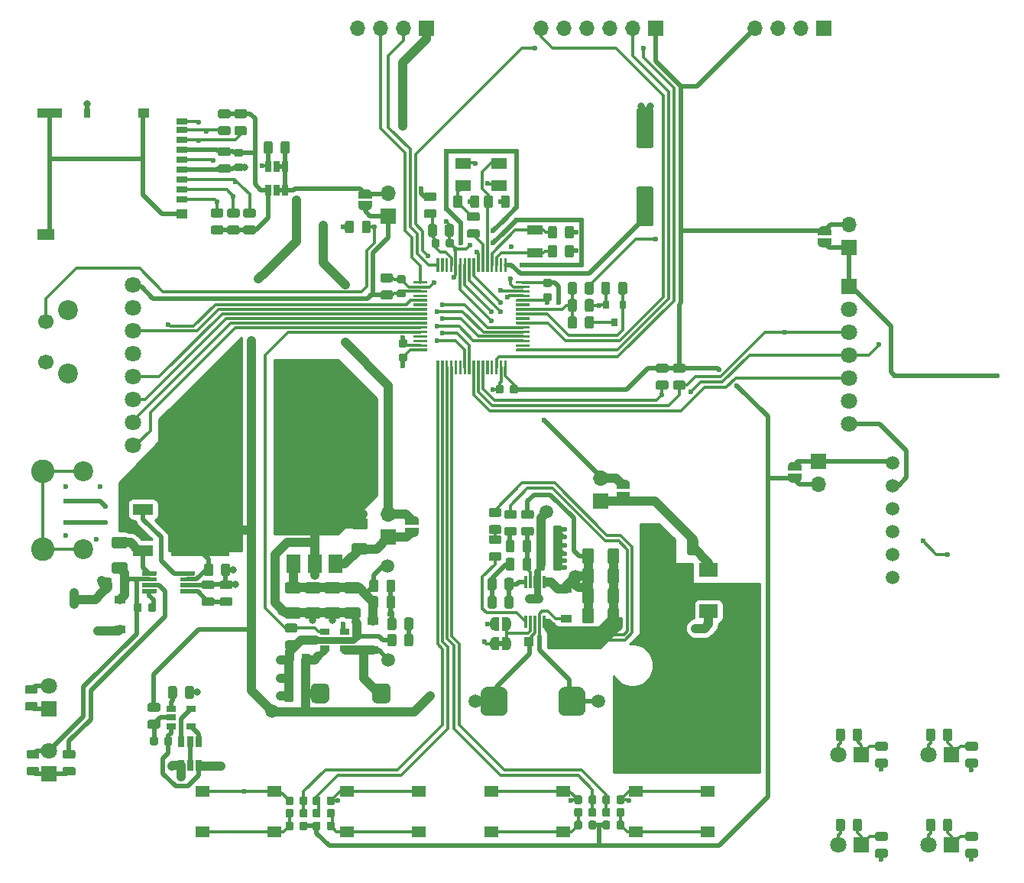
<source format=gbr>
G04 #@! TF.GenerationSoftware,KiCad,Pcbnew,(5.1.5)-3*
G04 #@! TF.CreationDate,2021-11-16T22:17:10+01:00*
G04 #@! TF.ProjectId,EnvSensor-v2,456e7653-656e-4736-9f72-2d76322e6b69,rev?*
G04 #@! TF.SameCoordinates,Original*
G04 #@! TF.FileFunction,Copper,L1,Top*
G04 #@! TF.FilePolarity,Positive*
%FSLAX46Y46*%
G04 Gerber Fmt 4.6, Leading zero omitted, Abs format (unit mm)*
G04 Created by KiCad (PCBNEW (5.1.5)-3) date 2021-11-16 22:17:10*
%MOMM*%
%LPD*%
G04 APERTURE LIST*
%ADD10C,0.100000*%
%ADD11R,1.900000X1.300000*%
%ADD12R,2.800000X1.000000*%
%ADD13R,0.800000X1.000000*%
%ADD14R,1.200000X1.000000*%
%ADD15R,1.200000X0.700000*%
%ADD16R,0.650000X1.220000*%
%ADD17R,0.800000X0.900000*%
%ADD18R,1.000000X1.000000*%
%ADD19O,1.700000X1.700000*%
%ADD20R,1.700000X1.700000*%
%ADD21C,1.800000*%
%ADD22R,1.800000X1.800000*%
%ADD23C,2.600000*%
%ADD24C,2.200000*%
%ADD25R,1.800000X1.000000*%
%ADD26R,1.800000X1.200000*%
%ADD27R,2.000000X1.500000*%
%ADD28R,2.000000X3.800000*%
%ADD29R,1.500000X2.000000*%
%ADD30R,3.800000X2.000000*%
%ADD31R,0.300000X1.400000*%
%ADD32R,1.060000X0.650000*%
%ADD33C,1.500000*%
%ADD34R,1.550000X1.300000*%
%ADD35C,1.700000*%
%ADD36R,6.400000X5.800000*%
%ADD37R,2.200000X1.200000*%
%ADD38R,1.200000X0.900000*%
%ADD39C,0.600000*%
%ADD40C,0.800000*%
%ADD41C,1.000000*%
%ADD42C,0.500000*%
%ADD43C,0.800000*%
%ADD44C,0.300000*%
%ADD45C,0.254000*%
G04 APERTURE END LIST*
D10*
G36*
X103250000Y-122100000D02*
G01*
X102750000Y-122100000D01*
X102750000Y-122700000D01*
X103250000Y-122700000D01*
X103250000Y-122100000D01*
G37*
D11*
X52625000Y-77075000D03*
D12*
X53075000Y-63575000D03*
D13*
X57225000Y-63575000D03*
D14*
X63425000Y-63575000D03*
X67725000Y-74725000D03*
D15*
X67725000Y-66575000D03*
X67725000Y-67675000D03*
X67725000Y-68775000D03*
X67725000Y-69875000D03*
X67725000Y-70975000D03*
X67725000Y-72075000D03*
X67725000Y-73175000D03*
X67725000Y-65475000D03*
X67725000Y-64525000D03*
D16*
X67650000Y-133290000D03*
X68600000Y-133290000D03*
X69550000Y-133290000D03*
X69550000Y-135910000D03*
X68600000Y-135910000D03*
X67650000Y-135910000D03*
X79150000Y-72110000D03*
X78200000Y-72110000D03*
X77250000Y-72110000D03*
X77250000Y-69490000D03*
X78200000Y-69490000D03*
X79150000Y-69490000D03*
D17*
X115600000Y-86800000D03*
X114650000Y-84800000D03*
X116550000Y-84800000D03*
G04 #@! TA.AperFunction,SMDPad,CuDef*
D10*
G36*
X63052691Y-117926053D02*
G01*
X63073926Y-117929203D01*
X63094750Y-117934419D01*
X63114962Y-117941651D01*
X63134368Y-117950830D01*
X63152781Y-117961866D01*
X63170024Y-117974654D01*
X63185930Y-117989070D01*
X63200346Y-118004976D01*
X63213134Y-118022219D01*
X63224170Y-118040632D01*
X63233349Y-118060038D01*
X63240581Y-118080250D01*
X63245797Y-118101074D01*
X63248947Y-118122309D01*
X63250000Y-118143750D01*
X63250000Y-118656250D01*
X63248947Y-118677691D01*
X63245797Y-118698926D01*
X63240581Y-118719750D01*
X63233349Y-118739962D01*
X63224170Y-118759368D01*
X63213134Y-118777781D01*
X63200346Y-118795024D01*
X63185930Y-118810930D01*
X63170024Y-118825346D01*
X63152781Y-118838134D01*
X63134368Y-118849170D01*
X63114962Y-118858349D01*
X63094750Y-118865581D01*
X63073926Y-118870797D01*
X63052691Y-118873947D01*
X63031250Y-118875000D01*
X62593750Y-118875000D01*
X62572309Y-118873947D01*
X62551074Y-118870797D01*
X62530250Y-118865581D01*
X62510038Y-118858349D01*
X62490632Y-118849170D01*
X62472219Y-118838134D01*
X62454976Y-118825346D01*
X62439070Y-118810930D01*
X62424654Y-118795024D01*
X62411866Y-118777781D01*
X62400830Y-118759368D01*
X62391651Y-118739962D01*
X62384419Y-118719750D01*
X62379203Y-118698926D01*
X62376053Y-118677691D01*
X62375000Y-118656250D01*
X62375000Y-118143750D01*
X62376053Y-118122309D01*
X62379203Y-118101074D01*
X62384419Y-118080250D01*
X62391651Y-118060038D01*
X62400830Y-118040632D01*
X62411866Y-118022219D01*
X62424654Y-118004976D01*
X62439070Y-117989070D01*
X62454976Y-117974654D01*
X62472219Y-117961866D01*
X62490632Y-117950830D01*
X62510038Y-117941651D01*
X62530250Y-117934419D01*
X62551074Y-117929203D01*
X62572309Y-117926053D01*
X62593750Y-117925000D01*
X63031250Y-117925000D01*
X63052691Y-117926053D01*
G37*
G04 #@! TD.AperFunction*
G04 #@! TA.AperFunction,SMDPad,CuDef*
G36*
X64627691Y-117926053D02*
G01*
X64648926Y-117929203D01*
X64669750Y-117934419D01*
X64689962Y-117941651D01*
X64709368Y-117950830D01*
X64727781Y-117961866D01*
X64745024Y-117974654D01*
X64760930Y-117989070D01*
X64775346Y-118004976D01*
X64788134Y-118022219D01*
X64799170Y-118040632D01*
X64808349Y-118060038D01*
X64815581Y-118080250D01*
X64820797Y-118101074D01*
X64823947Y-118122309D01*
X64825000Y-118143750D01*
X64825000Y-118656250D01*
X64823947Y-118677691D01*
X64820797Y-118698926D01*
X64815581Y-118719750D01*
X64808349Y-118739962D01*
X64799170Y-118759368D01*
X64788134Y-118777781D01*
X64775346Y-118795024D01*
X64760930Y-118810930D01*
X64745024Y-118825346D01*
X64727781Y-118838134D01*
X64709368Y-118849170D01*
X64689962Y-118858349D01*
X64669750Y-118865581D01*
X64648926Y-118870797D01*
X64627691Y-118873947D01*
X64606250Y-118875000D01*
X64168750Y-118875000D01*
X64147309Y-118873947D01*
X64126074Y-118870797D01*
X64105250Y-118865581D01*
X64085038Y-118858349D01*
X64065632Y-118849170D01*
X64047219Y-118838134D01*
X64029976Y-118825346D01*
X64014070Y-118810930D01*
X63999654Y-118795024D01*
X63986866Y-118777781D01*
X63975830Y-118759368D01*
X63966651Y-118739962D01*
X63959419Y-118719750D01*
X63954203Y-118698926D01*
X63951053Y-118677691D01*
X63950000Y-118656250D01*
X63950000Y-118143750D01*
X63951053Y-118122309D01*
X63954203Y-118101074D01*
X63959419Y-118080250D01*
X63966651Y-118060038D01*
X63975830Y-118040632D01*
X63986866Y-118022219D01*
X63999654Y-118004976D01*
X64014070Y-117989070D01*
X64029976Y-117974654D01*
X64047219Y-117961866D01*
X64065632Y-117950830D01*
X64085038Y-117941651D01*
X64105250Y-117934419D01*
X64126074Y-117929203D01*
X64147309Y-117926053D01*
X64168750Y-117925000D01*
X64606250Y-117925000D01*
X64627691Y-117926053D01*
G37*
G04 #@! TD.AperFunction*
G04 #@! TA.AperFunction,SMDPad,CuDef*
G36*
X102880142Y-107376174D02*
G01*
X102903803Y-107379684D01*
X102927007Y-107385496D01*
X102949529Y-107393554D01*
X102971153Y-107403782D01*
X102991670Y-107416079D01*
X103010883Y-107430329D01*
X103028607Y-107446393D01*
X103044671Y-107464117D01*
X103058921Y-107483330D01*
X103071218Y-107503847D01*
X103081446Y-107525471D01*
X103089504Y-107547993D01*
X103095316Y-107571197D01*
X103098826Y-107594858D01*
X103100000Y-107618750D01*
X103100000Y-108106250D01*
X103098826Y-108130142D01*
X103095316Y-108153803D01*
X103089504Y-108177007D01*
X103081446Y-108199529D01*
X103071218Y-108221153D01*
X103058921Y-108241670D01*
X103044671Y-108260883D01*
X103028607Y-108278607D01*
X103010883Y-108294671D01*
X102991670Y-108308921D01*
X102971153Y-108321218D01*
X102949529Y-108331446D01*
X102927007Y-108339504D01*
X102903803Y-108345316D01*
X102880142Y-108348826D01*
X102856250Y-108350000D01*
X101943750Y-108350000D01*
X101919858Y-108348826D01*
X101896197Y-108345316D01*
X101872993Y-108339504D01*
X101850471Y-108331446D01*
X101828847Y-108321218D01*
X101808330Y-108308921D01*
X101789117Y-108294671D01*
X101771393Y-108278607D01*
X101755329Y-108260883D01*
X101741079Y-108241670D01*
X101728782Y-108221153D01*
X101718554Y-108199529D01*
X101710496Y-108177007D01*
X101704684Y-108153803D01*
X101701174Y-108130142D01*
X101700000Y-108106250D01*
X101700000Y-107618750D01*
X101701174Y-107594858D01*
X101704684Y-107571197D01*
X101710496Y-107547993D01*
X101718554Y-107525471D01*
X101728782Y-107503847D01*
X101741079Y-107483330D01*
X101755329Y-107464117D01*
X101771393Y-107446393D01*
X101789117Y-107430329D01*
X101808330Y-107416079D01*
X101828847Y-107403782D01*
X101850471Y-107393554D01*
X101872993Y-107385496D01*
X101896197Y-107379684D01*
X101919858Y-107376174D01*
X101943750Y-107375000D01*
X102856250Y-107375000D01*
X102880142Y-107376174D01*
G37*
G04 #@! TD.AperFunction*
G04 #@! TA.AperFunction,SMDPad,CuDef*
G36*
X102880142Y-109251174D02*
G01*
X102903803Y-109254684D01*
X102927007Y-109260496D01*
X102949529Y-109268554D01*
X102971153Y-109278782D01*
X102991670Y-109291079D01*
X103010883Y-109305329D01*
X103028607Y-109321393D01*
X103044671Y-109339117D01*
X103058921Y-109358330D01*
X103071218Y-109378847D01*
X103081446Y-109400471D01*
X103089504Y-109422993D01*
X103095316Y-109446197D01*
X103098826Y-109469858D01*
X103100000Y-109493750D01*
X103100000Y-109981250D01*
X103098826Y-110005142D01*
X103095316Y-110028803D01*
X103089504Y-110052007D01*
X103081446Y-110074529D01*
X103071218Y-110096153D01*
X103058921Y-110116670D01*
X103044671Y-110135883D01*
X103028607Y-110153607D01*
X103010883Y-110169671D01*
X102991670Y-110183921D01*
X102971153Y-110196218D01*
X102949529Y-110206446D01*
X102927007Y-110214504D01*
X102903803Y-110220316D01*
X102880142Y-110223826D01*
X102856250Y-110225000D01*
X101943750Y-110225000D01*
X101919858Y-110223826D01*
X101896197Y-110220316D01*
X101872993Y-110214504D01*
X101850471Y-110206446D01*
X101828847Y-110196218D01*
X101808330Y-110183921D01*
X101789117Y-110169671D01*
X101771393Y-110153607D01*
X101755329Y-110135883D01*
X101741079Y-110116670D01*
X101728782Y-110096153D01*
X101718554Y-110074529D01*
X101710496Y-110052007D01*
X101704684Y-110028803D01*
X101701174Y-110005142D01*
X101700000Y-109981250D01*
X101700000Y-109493750D01*
X101701174Y-109469858D01*
X101704684Y-109446197D01*
X101710496Y-109422993D01*
X101718554Y-109400471D01*
X101728782Y-109378847D01*
X101741079Y-109358330D01*
X101755329Y-109339117D01*
X101771393Y-109321393D01*
X101789117Y-109305329D01*
X101808330Y-109291079D01*
X101828847Y-109278782D01*
X101850471Y-109268554D01*
X101872993Y-109260496D01*
X101896197Y-109254684D01*
X101919858Y-109251174D01*
X101943750Y-109250000D01*
X102856250Y-109250000D01*
X102880142Y-109251174D01*
G37*
G04 #@! TD.AperFunction*
D18*
X108650000Y-122200000D03*
X106150000Y-122200000D03*
D19*
X131180000Y-54200000D03*
X133720000Y-54200000D03*
X136260000Y-54200000D03*
D20*
X138800000Y-54200000D03*
D21*
X141600000Y-98040000D03*
X141600000Y-95500000D03*
X141600000Y-92960000D03*
X141600000Y-90420000D03*
X141600000Y-87880000D03*
X141600000Y-85340000D03*
D22*
X141600000Y-82800000D03*
G04 #@! TA.AperFunction,SMDPad,CuDef*
D10*
G36*
X109605142Y-109301174D02*
G01*
X109628803Y-109304684D01*
X109652007Y-109310496D01*
X109674529Y-109318554D01*
X109696153Y-109328782D01*
X109716670Y-109341079D01*
X109735883Y-109355329D01*
X109753607Y-109371393D01*
X109769671Y-109389117D01*
X109783921Y-109408330D01*
X109796218Y-109428847D01*
X109806446Y-109450471D01*
X109814504Y-109472993D01*
X109820316Y-109496197D01*
X109823826Y-109519858D01*
X109825000Y-109543750D01*
X109825000Y-110456250D01*
X109823826Y-110480142D01*
X109820316Y-110503803D01*
X109814504Y-110527007D01*
X109806446Y-110549529D01*
X109796218Y-110571153D01*
X109783921Y-110591670D01*
X109769671Y-110610883D01*
X109753607Y-110628607D01*
X109735883Y-110644671D01*
X109716670Y-110658921D01*
X109696153Y-110671218D01*
X109674529Y-110681446D01*
X109652007Y-110689504D01*
X109628803Y-110695316D01*
X109605142Y-110698826D01*
X109581250Y-110700000D01*
X109093750Y-110700000D01*
X109069858Y-110698826D01*
X109046197Y-110695316D01*
X109022993Y-110689504D01*
X109000471Y-110681446D01*
X108978847Y-110671218D01*
X108958330Y-110658921D01*
X108939117Y-110644671D01*
X108921393Y-110628607D01*
X108905329Y-110610883D01*
X108891079Y-110591670D01*
X108878782Y-110571153D01*
X108868554Y-110549529D01*
X108860496Y-110527007D01*
X108854684Y-110503803D01*
X108851174Y-110480142D01*
X108850000Y-110456250D01*
X108850000Y-109543750D01*
X108851174Y-109519858D01*
X108854684Y-109496197D01*
X108860496Y-109472993D01*
X108868554Y-109450471D01*
X108878782Y-109428847D01*
X108891079Y-109408330D01*
X108905329Y-109389117D01*
X108921393Y-109371393D01*
X108939117Y-109355329D01*
X108958330Y-109341079D01*
X108978847Y-109328782D01*
X109000471Y-109318554D01*
X109022993Y-109310496D01*
X109046197Y-109304684D01*
X109069858Y-109301174D01*
X109093750Y-109300000D01*
X109581250Y-109300000D01*
X109605142Y-109301174D01*
G37*
G04 #@! TD.AperFunction*
G04 #@! TA.AperFunction,SMDPad,CuDef*
G36*
X107730142Y-109301174D02*
G01*
X107753803Y-109304684D01*
X107777007Y-109310496D01*
X107799529Y-109318554D01*
X107821153Y-109328782D01*
X107841670Y-109341079D01*
X107860883Y-109355329D01*
X107878607Y-109371393D01*
X107894671Y-109389117D01*
X107908921Y-109408330D01*
X107921218Y-109428847D01*
X107931446Y-109450471D01*
X107939504Y-109472993D01*
X107945316Y-109496197D01*
X107948826Y-109519858D01*
X107950000Y-109543750D01*
X107950000Y-110456250D01*
X107948826Y-110480142D01*
X107945316Y-110503803D01*
X107939504Y-110527007D01*
X107931446Y-110549529D01*
X107921218Y-110571153D01*
X107908921Y-110591670D01*
X107894671Y-110610883D01*
X107878607Y-110628607D01*
X107860883Y-110644671D01*
X107841670Y-110658921D01*
X107821153Y-110671218D01*
X107799529Y-110681446D01*
X107777007Y-110689504D01*
X107753803Y-110695316D01*
X107730142Y-110698826D01*
X107706250Y-110700000D01*
X107218750Y-110700000D01*
X107194858Y-110698826D01*
X107171197Y-110695316D01*
X107147993Y-110689504D01*
X107125471Y-110681446D01*
X107103847Y-110671218D01*
X107083330Y-110658921D01*
X107064117Y-110644671D01*
X107046393Y-110628607D01*
X107030329Y-110610883D01*
X107016079Y-110591670D01*
X107003782Y-110571153D01*
X106993554Y-110549529D01*
X106985496Y-110527007D01*
X106979684Y-110503803D01*
X106976174Y-110480142D01*
X106975000Y-110456250D01*
X106975000Y-109543750D01*
X106976174Y-109519858D01*
X106979684Y-109496197D01*
X106985496Y-109472993D01*
X106993554Y-109450471D01*
X107003782Y-109428847D01*
X107016079Y-109408330D01*
X107030329Y-109389117D01*
X107046393Y-109371393D01*
X107064117Y-109355329D01*
X107083330Y-109341079D01*
X107103847Y-109328782D01*
X107125471Y-109318554D01*
X107147993Y-109310496D01*
X107171197Y-109304684D01*
X107194858Y-109301174D01*
X107218750Y-109300000D01*
X107706250Y-109300000D01*
X107730142Y-109301174D01*
G37*
G04 #@! TD.AperFunction*
G04 #@! TA.AperFunction,SMDPad,CuDef*
G36*
X113105142Y-84201174D02*
G01*
X113128803Y-84204684D01*
X113152007Y-84210496D01*
X113174529Y-84218554D01*
X113196153Y-84228782D01*
X113216670Y-84241079D01*
X113235883Y-84255329D01*
X113253607Y-84271393D01*
X113269671Y-84289117D01*
X113283921Y-84308330D01*
X113296218Y-84328847D01*
X113306446Y-84350471D01*
X113314504Y-84372993D01*
X113320316Y-84396197D01*
X113323826Y-84419858D01*
X113325000Y-84443750D01*
X113325000Y-85356250D01*
X113323826Y-85380142D01*
X113320316Y-85403803D01*
X113314504Y-85427007D01*
X113306446Y-85449529D01*
X113296218Y-85471153D01*
X113283921Y-85491670D01*
X113269671Y-85510883D01*
X113253607Y-85528607D01*
X113235883Y-85544671D01*
X113216670Y-85558921D01*
X113196153Y-85571218D01*
X113174529Y-85581446D01*
X113152007Y-85589504D01*
X113128803Y-85595316D01*
X113105142Y-85598826D01*
X113081250Y-85600000D01*
X112593750Y-85600000D01*
X112569858Y-85598826D01*
X112546197Y-85595316D01*
X112522993Y-85589504D01*
X112500471Y-85581446D01*
X112478847Y-85571218D01*
X112458330Y-85558921D01*
X112439117Y-85544671D01*
X112421393Y-85528607D01*
X112405329Y-85510883D01*
X112391079Y-85491670D01*
X112378782Y-85471153D01*
X112368554Y-85449529D01*
X112360496Y-85427007D01*
X112354684Y-85403803D01*
X112351174Y-85380142D01*
X112350000Y-85356250D01*
X112350000Y-84443750D01*
X112351174Y-84419858D01*
X112354684Y-84396197D01*
X112360496Y-84372993D01*
X112368554Y-84350471D01*
X112378782Y-84328847D01*
X112391079Y-84308330D01*
X112405329Y-84289117D01*
X112421393Y-84271393D01*
X112439117Y-84255329D01*
X112458330Y-84241079D01*
X112478847Y-84228782D01*
X112500471Y-84218554D01*
X112522993Y-84210496D01*
X112546197Y-84204684D01*
X112569858Y-84201174D01*
X112593750Y-84200000D01*
X113081250Y-84200000D01*
X113105142Y-84201174D01*
G37*
G04 #@! TD.AperFunction*
G04 #@! TA.AperFunction,SMDPad,CuDef*
G36*
X111230142Y-84201174D02*
G01*
X111253803Y-84204684D01*
X111277007Y-84210496D01*
X111299529Y-84218554D01*
X111321153Y-84228782D01*
X111341670Y-84241079D01*
X111360883Y-84255329D01*
X111378607Y-84271393D01*
X111394671Y-84289117D01*
X111408921Y-84308330D01*
X111421218Y-84328847D01*
X111431446Y-84350471D01*
X111439504Y-84372993D01*
X111445316Y-84396197D01*
X111448826Y-84419858D01*
X111450000Y-84443750D01*
X111450000Y-85356250D01*
X111448826Y-85380142D01*
X111445316Y-85403803D01*
X111439504Y-85427007D01*
X111431446Y-85449529D01*
X111421218Y-85471153D01*
X111408921Y-85491670D01*
X111394671Y-85510883D01*
X111378607Y-85528607D01*
X111360883Y-85544671D01*
X111341670Y-85558921D01*
X111321153Y-85571218D01*
X111299529Y-85581446D01*
X111277007Y-85589504D01*
X111253803Y-85595316D01*
X111230142Y-85598826D01*
X111206250Y-85600000D01*
X110718750Y-85600000D01*
X110694858Y-85598826D01*
X110671197Y-85595316D01*
X110647993Y-85589504D01*
X110625471Y-85581446D01*
X110603847Y-85571218D01*
X110583330Y-85558921D01*
X110564117Y-85544671D01*
X110546393Y-85528607D01*
X110530329Y-85510883D01*
X110516079Y-85491670D01*
X110503782Y-85471153D01*
X110493554Y-85449529D01*
X110485496Y-85427007D01*
X110479684Y-85403803D01*
X110476174Y-85380142D01*
X110475000Y-85356250D01*
X110475000Y-84443750D01*
X110476174Y-84419858D01*
X110479684Y-84396197D01*
X110485496Y-84372993D01*
X110493554Y-84350471D01*
X110503782Y-84328847D01*
X110516079Y-84308330D01*
X110530329Y-84289117D01*
X110546393Y-84271393D01*
X110564117Y-84255329D01*
X110583330Y-84241079D01*
X110603847Y-84228782D01*
X110625471Y-84218554D01*
X110647993Y-84210496D01*
X110671197Y-84204684D01*
X110694858Y-84201174D01*
X110718750Y-84200000D01*
X111206250Y-84200000D01*
X111230142Y-84201174D01*
G37*
G04 #@! TD.AperFunction*
G04 #@! TA.AperFunction,SMDPad,CuDef*
G36*
X72880142Y-63176174D02*
G01*
X72903803Y-63179684D01*
X72927007Y-63185496D01*
X72949529Y-63193554D01*
X72971153Y-63203782D01*
X72991670Y-63216079D01*
X73010883Y-63230329D01*
X73028607Y-63246393D01*
X73044671Y-63264117D01*
X73058921Y-63283330D01*
X73071218Y-63303847D01*
X73081446Y-63325471D01*
X73089504Y-63347993D01*
X73095316Y-63371197D01*
X73098826Y-63394858D01*
X73100000Y-63418750D01*
X73100000Y-63906250D01*
X73098826Y-63930142D01*
X73095316Y-63953803D01*
X73089504Y-63977007D01*
X73081446Y-63999529D01*
X73071218Y-64021153D01*
X73058921Y-64041670D01*
X73044671Y-64060883D01*
X73028607Y-64078607D01*
X73010883Y-64094671D01*
X72991670Y-64108921D01*
X72971153Y-64121218D01*
X72949529Y-64131446D01*
X72927007Y-64139504D01*
X72903803Y-64145316D01*
X72880142Y-64148826D01*
X72856250Y-64150000D01*
X71943750Y-64150000D01*
X71919858Y-64148826D01*
X71896197Y-64145316D01*
X71872993Y-64139504D01*
X71850471Y-64131446D01*
X71828847Y-64121218D01*
X71808330Y-64108921D01*
X71789117Y-64094671D01*
X71771393Y-64078607D01*
X71755329Y-64060883D01*
X71741079Y-64041670D01*
X71728782Y-64021153D01*
X71718554Y-63999529D01*
X71710496Y-63977007D01*
X71704684Y-63953803D01*
X71701174Y-63930142D01*
X71700000Y-63906250D01*
X71700000Y-63418750D01*
X71701174Y-63394858D01*
X71704684Y-63371197D01*
X71710496Y-63347993D01*
X71718554Y-63325471D01*
X71728782Y-63303847D01*
X71741079Y-63283330D01*
X71755329Y-63264117D01*
X71771393Y-63246393D01*
X71789117Y-63230329D01*
X71808330Y-63216079D01*
X71828847Y-63203782D01*
X71850471Y-63193554D01*
X71872993Y-63185496D01*
X71896197Y-63179684D01*
X71919858Y-63176174D01*
X71943750Y-63175000D01*
X72856250Y-63175000D01*
X72880142Y-63176174D01*
G37*
G04 #@! TD.AperFunction*
G04 #@! TA.AperFunction,SMDPad,CuDef*
G36*
X72880142Y-65051174D02*
G01*
X72903803Y-65054684D01*
X72927007Y-65060496D01*
X72949529Y-65068554D01*
X72971153Y-65078782D01*
X72991670Y-65091079D01*
X73010883Y-65105329D01*
X73028607Y-65121393D01*
X73044671Y-65139117D01*
X73058921Y-65158330D01*
X73071218Y-65178847D01*
X73081446Y-65200471D01*
X73089504Y-65222993D01*
X73095316Y-65246197D01*
X73098826Y-65269858D01*
X73100000Y-65293750D01*
X73100000Y-65781250D01*
X73098826Y-65805142D01*
X73095316Y-65828803D01*
X73089504Y-65852007D01*
X73081446Y-65874529D01*
X73071218Y-65896153D01*
X73058921Y-65916670D01*
X73044671Y-65935883D01*
X73028607Y-65953607D01*
X73010883Y-65969671D01*
X72991670Y-65983921D01*
X72971153Y-65996218D01*
X72949529Y-66006446D01*
X72927007Y-66014504D01*
X72903803Y-66020316D01*
X72880142Y-66023826D01*
X72856250Y-66025000D01*
X71943750Y-66025000D01*
X71919858Y-66023826D01*
X71896197Y-66020316D01*
X71872993Y-66014504D01*
X71850471Y-66006446D01*
X71828847Y-65996218D01*
X71808330Y-65983921D01*
X71789117Y-65969671D01*
X71771393Y-65953607D01*
X71755329Y-65935883D01*
X71741079Y-65916670D01*
X71728782Y-65896153D01*
X71718554Y-65874529D01*
X71710496Y-65852007D01*
X71704684Y-65828803D01*
X71701174Y-65805142D01*
X71700000Y-65781250D01*
X71700000Y-65293750D01*
X71701174Y-65269858D01*
X71704684Y-65246197D01*
X71710496Y-65222993D01*
X71718554Y-65200471D01*
X71728782Y-65178847D01*
X71741079Y-65158330D01*
X71755329Y-65139117D01*
X71771393Y-65121393D01*
X71789117Y-65105329D01*
X71808330Y-65091079D01*
X71828847Y-65078782D01*
X71850471Y-65068554D01*
X71872993Y-65060496D01*
X71896197Y-65054684D01*
X71919858Y-65051174D01*
X71943750Y-65050000D01*
X72856250Y-65050000D01*
X72880142Y-65051174D01*
G37*
G04 #@! TD.AperFunction*
D19*
X87180000Y-54200000D03*
X89720000Y-54200000D03*
X92260000Y-54200000D03*
D20*
X94800000Y-54200000D03*
D19*
X107500000Y-54200000D03*
X110040000Y-54200000D03*
X112580000Y-54200000D03*
X115120000Y-54200000D03*
X117660000Y-54200000D03*
D20*
X120200000Y-54200000D03*
G04 #@! TA.AperFunction,SMDPad,CuDef*
D10*
G36*
X121899504Y-110826204D02*
G01*
X121923773Y-110829804D01*
X121947571Y-110835765D01*
X121970671Y-110844030D01*
X121992849Y-110854520D01*
X122013893Y-110867133D01*
X122033598Y-110881747D01*
X122051777Y-110898223D01*
X122068253Y-110916402D01*
X122082867Y-110936107D01*
X122095480Y-110957151D01*
X122105970Y-110979329D01*
X122114235Y-111002429D01*
X122120196Y-111026227D01*
X122123796Y-111050496D01*
X122125000Y-111075000D01*
X122125000Y-112325000D01*
X122123796Y-112349504D01*
X122120196Y-112373773D01*
X122114235Y-112397571D01*
X122105970Y-112420671D01*
X122095480Y-112442849D01*
X122082867Y-112463893D01*
X122068253Y-112483598D01*
X122051777Y-112501777D01*
X122033598Y-112518253D01*
X122013893Y-112532867D01*
X121992849Y-112545480D01*
X121970671Y-112555970D01*
X121947571Y-112564235D01*
X121923773Y-112570196D01*
X121899504Y-112573796D01*
X121875000Y-112575000D01*
X121125000Y-112575000D01*
X121100496Y-112573796D01*
X121076227Y-112570196D01*
X121052429Y-112564235D01*
X121029329Y-112555970D01*
X121007151Y-112545480D01*
X120986107Y-112532867D01*
X120966402Y-112518253D01*
X120948223Y-112501777D01*
X120931747Y-112483598D01*
X120917133Y-112463893D01*
X120904520Y-112442849D01*
X120894030Y-112420671D01*
X120885765Y-112397571D01*
X120879804Y-112373773D01*
X120876204Y-112349504D01*
X120875000Y-112325000D01*
X120875000Y-111075000D01*
X120876204Y-111050496D01*
X120879804Y-111026227D01*
X120885765Y-111002429D01*
X120894030Y-110979329D01*
X120904520Y-110957151D01*
X120917133Y-110936107D01*
X120931747Y-110916402D01*
X120948223Y-110898223D01*
X120966402Y-110881747D01*
X120986107Y-110867133D01*
X121007151Y-110854520D01*
X121029329Y-110844030D01*
X121052429Y-110835765D01*
X121076227Y-110829804D01*
X121100496Y-110826204D01*
X121125000Y-110825000D01*
X121875000Y-110825000D01*
X121899504Y-110826204D01*
G37*
G04 #@! TD.AperFunction*
G04 #@! TA.AperFunction,SMDPad,CuDef*
G36*
X124699504Y-110826204D02*
G01*
X124723773Y-110829804D01*
X124747571Y-110835765D01*
X124770671Y-110844030D01*
X124792849Y-110854520D01*
X124813893Y-110867133D01*
X124833598Y-110881747D01*
X124851777Y-110898223D01*
X124868253Y-110916402D01*
X124882867Y-110936107D01*
X124895480Y-110957151D01*
X124905970Y-110979329D01*
X124914235Y-111002429D01*
X124920196Y-111026227D01*
X124923796Y-111050496D01*
X124925000Y-111075000D01*
X124925000Y-112325000D01*
X124923796Y-112349504D01*
X124920196Y-112373773D01*
X124914235Y-112397571D01*
X124905970Y-112420671D01*
X124895480Y-112442849D01*
X124882867Y-112463893D01*
X124868253Y-112483598D01*
X124851777Y-112501777D01*
X124833598Y-112518253D01*
X124813893Y-112532867D01*
X124792849Y-112545480D01*
X124770671Y-112555970D01*
X124747571Y-112564235D01*
X124723773Y-112570196D01*
X124699504Y-112573796D01*
X124675000Y-112575000D01*
X123925000Y-112575000D01*
X123900496Y-112573796D01*
X123876227Y-112570196D01*
X123852429Y-112564235D01*
X123829329Y-112555970D01*
X123807151Y-112545480D01*
X123786107Y-112532867D01*
X123766402Y-112518253D01*
X123748223Y-112501777D01*
X123731747Y-112483598D01*
X123717133Y-112463893D01*
X123704520Y-112442849D01*
X123694030Y-112420671D01*
X123685765Y-112397571D01*
X123679804Y-112373773D01*
X123676204Y-112349504D01*
X123675000Y-112325000D01*
X123675000Y-111075000D01*
X123676204Y-111050496D01*
X123679804Y-111026227D01*
X123685765Y-111002429D01*
X123694030Y-110979329D01*
X123704520Y-110957151D01*
X123717133Y-110936107D01*
X123731747Y-110916402D01*
X123748223Y-110898223D01*
X123766402Y-110881747D01*
X123786107Y-110867133D01*
X123807151Y-110854520D01*
X123829329Y-110844030D01*
X123852429Y-110835765D01*
X123876227Y-110829804D01*
X123900496Y-110826204D01*
X123925000Y-110825000D01*
X124675000Y-110825000D01*
X124699504Y-110826204D01*
G37*
G04 #@! TD.AperFunction*
G04 #@! TA.AperFunction,SMDPad,CuDef*
G36*
X102850000Y-123150000D02*
G01*
X102350000Y-123150000D01*
X102350000Y-123149398D01*
X102325466Y-123149398D01*
X102276635Y-123144588D01*
X102228510Y-123135016D01*
X102181555Y-123120772D01*
X102136222Y-123101995D01*
X102092949Y-123078864D01*
X102052150Y-123051604D01*
X102014221Y-123020476D01*
X101979524Y-122985779D01*
X101948396Y-122947850D01*
X101921136Y-122907051D01*
X101898005Y-122863778D01*
X101879228Y-122818445D01*
X101864984Y-122771490D01*
X101855412Y-122723365D01*
X101850602Y-122674534D01*
X101850602Y-122650000D01*
X101850000Y-122650000D01*
X101850000Y-122150000D01*
X101850602Y-122150000D01*
X101850602Y-122125466D01*
X101855412Y-122076635D01*
X101864984Y-122028510D01*
X101879228Y-121981555D01*
X101898005Y-121936222D01*
X101921136Y-121892949D01*
X101948396Y-121852150D01*
X101979524Y-121814221D01*
X102014221Y-121779524D01*
X102052150Y-121748396D01*
X102092949Y-121721136D01*
X102136222Y-121698005D01*
X102181555Y-121679228D01*
X102228510Y-121664984D01*
X102276635Y-121655412D01*
X102325466Y-121650602D01*
X102350000Y-121650602D01*
X102350000Y-121650000D01*
X102850000Y-121650000D01*
X102850000Y-123150000D01*
G37*
G04 #@! TD.AperFunction*
G04 #@! TA.AperFunction,SMDPad,CuDef*
G36*
X103650000Y-121650602D02*
G01*
X103674534Y-121650602D01*
X103723365Y-121655412D01*
X103771490Y-121664984D01*
X103818445Y-121679228D01*
X103863778Y-121698005D01*
X103907051Y-121721136D01*
X103947850Y-121748396D01*
X103985779Y-121779524D01*
X104020476Y-121814221D01*
X104051604Y-121852150D01*
X104078864Y-121892949D01*
X104101995Y-121936222D01*
X104120772Y-121981555D01*
X104135016Y-122028510D01*
X104144588Y-122076635D01*
X104149398Y-122125466D01*
X104149398Y-122150000D01*
X104150000Y-122150000D01*
X104150000Y-122650000D01*
X104149398Y-122650000D01*
X104149398Y-122674534D01*
X104144588Y-122723365D01*
X104135016Y-122771490D01*
X104120772Y-122818445D01*
X104101995Y-122863778D01*
X104078864Y-122907051D01*
X104051604Y-122947850D01*
X104020476Y-122985779D01*
X103985779Y-123020476D01*
X103947850Y-123051604D01*
X103907051Y-123078864D01*
X103863778Y-123101995D01*
X103818445Y-123120772D01*
X103771490Y-123135016D01*
X103723365Y-123144588D01*
X103674534Y-123149398D01*
X103650000Y-123149398D01*
X103650000Y-123150000D01*
X103150000Y-123150000D01*
X103150000Y-121650000D01*
X103650000Y-121650000D01*
X103650000Y-121650602D01*
G37*
G04 #@! TD.AperFunction*
G04 #@! TA.AperFunction,SMDPad,CuDef*
G36*
X106182351Y-82200361D02*
G01*
X106189632Y-82201441D01*
X106196771Y-82203229D01*
X106203701Y-82205709D01*
X106210355Y-82208856D01*
X106216668Y-82212640D01*
X106222579Y-82217024D01*
X106228033Y-82221967D01*
X106232976Y-82227421D01*
X106237360Y-82233332D01*
X106241144Y-82239645D01*
X106244291Y-82246299D01*
X106246771Y-82253229D01*
X106248559Y-82260368D01*
X106249639Y-82267649D01*
X106250000Y-82275000D01*
X106250000Y-82425000D01*
X106249639Y-82432351D01*
X106248559Y-82439632D01*
X106246771Y-82446771D01*
X106244291Y-82453701D01*
X106241144Y-82460355D01*
X106237360Y-82466668D01*
X106232976Y-82472579D01*
X106228033Y-82478033D01*
X106222579Y-82482976D01*
X106216668Y-82487360D01*
X106210355Y-82491144D01*
X106203701Y-82494291D01*
X106196771Y-82496771D01*
X106189632Y-82498559D01*
X106182351Y-82499639D01*
X106175000Y-82500000D01*
X104775000Y-82500000D01*
X104767649Y-82499639D01*
X104760368Y-82498559D01*
X104753229Y-82496771D01*
X104746299Y-82494291D01*
X104739645Y-82491144D01*
X104733332Y-82487360D01*
X104727421Y-82482976D01*
X104721967Y-82478033D01*
X104717024Y-82472579D01*
X104712640Y-82466668D01*
X104708856Y-82460355D01*
X104705709Y-82453701D01*
X104703229Y-82446771D01*
X104701441Y-82439632D01*
X104700361Y-82432351D01*
X104700000Y-82425000D01*
X104700000Y-82275000D01*
X104700361Y-82267649D01*
X104701441Y-82260368D01*
X104703229Y-82253229D01*
X104705709Y-82246299D01*
X104708856Y-82239645D01*
X104712640Y-82233332D01*
X104717024Y-82227421D01*
X104721967Y-82221967D01*
X104727421Y-82217024D01*
X104733332Y-82212640D01*
X104739645Y-82208856D01*
X104746299Y-82205709D01*
X104753229Y-82203229D01*
X104760368Y-82201441D01*
X104767649Y-82200361D01*
X104775000Y-82200000D01*
X106175000Y-82200000D01*
X106182351Y-82200361D01*
G37*
G04 #@! TD.AperFunction*
G04 #@! TA.AperFunction,SMDPad,CuDef*
G36*
X106182351Y-82700361D02*
G01*
X106189632Y-82701441D01*
X106196771Y-82703229D01*
X106203701Y-82705709D01*
X106210355Y-82708856D01*
X106216668Y-82712640D01*
X106222579Y-82717024D01*
X106228033Y-82721967D01*
X106232976Y-82727421D01*
X106237360Y-82733332D01*
X106241144Y-82739645D01*
X106244291Y-82746299D01*
X106246771Y-82753229D01*
X106248559Y-82760368D01*
X106249639Y-82767649D01*
X106250000Y-82775000D01*
X106250000Y-82925000D01*
X106249639Y-82932351D01*
X106248559Y-82939632D01*
X106246771Y-82946771D01*
X106244291Y-82953701D01*
X106241144Y-82960355D01*
X106237360Y-82966668D01*
X106232976Y-82972579D01*
X106228033Y-82978033D01*
X106222579Y-82982976D01*
X106216668Y-82987360D01*
X106210355Y-82991144D01*
X106203701Y-82994291D01*
X106196771Y-82996771D01*
X106189632Y-82998559D01*
X106182351Y-82999639D01*
X106175000Y-83000000D01*
X104775000Y-83000000D01*
X104767649Y-82999639D01*
X104760368Y-82998559D01*
X104753229Y-82996771D01*
X104746299Y-82994291D01*
X104739645Y-82991144D01*
X104733332Y-82987360D01*
X104727421Y-82982976D01*
X104721967Y-82978033D01*
X104717024Y-82972579D01*
X104712640Y-82966668D01*
X104708856Y-82960355D01*
X104705709Y-82953701D01*
X104703229Y-82946771D01*
X104701441Y-82939632D01*
X104700361Y-82932351D01*
X104700000Y-82925000D01*
X104700000Y-82775000D01*
X104700361Y-82767649D01*
X104701441Y-82760368D01*
X104703229Y-82753229D01*
X104705709Y-82746299D01*
X104708856Y-82739645D01*
X104712640Y-82733332D01*
X104717024Y-82727421D01*
X104721967Y-82721967D01*
X104727421Y-82717024D01*
X104733332Y-82712640D01*
X104739645Y-82708856D01*
X104746299Y-82705709D01*
X104753229Y-82703229D01*
X104760368Y-82701441D01*
X104767649Y-82700361D01*
X104775000Y-82700000D01*
X106175000Y-82700000D01*
X106182351Y-82700361D01*
G37*
G04 #@! TD.AperFunction*
G04 #@! TA.AperFunction,SMDPad,CuDef*
G36*
X106182351Y-83200361D02*
G01*
X106189632Y-83201441D01*
X106196771Y-83203229D01*
X106203701Y-83205709D01*
X106210355Y-83208856D01*
X106216668Y-83212640D01*
X106222579Y-83217024D01*
X106228033Y-83221967D01*
X106232976Y-83227421D01*
X106237360Y-83233332D01*
X106241144Y-83239645D01*
X106244291Y-83246299D01*
X106246771Y-83253229D01*
X106248559Y-83260368D01*
X106249639Y-83267649D01*
X106250000Y-83275000D01*
X106250000Y-83425000D01*
X106249639Y-83432351D01*
X106248559Y-83439632D01*
X106246771Y-83446771D01*
X106244291Y-83453701D01*
X106241144Y-83460355D01*
X106237360Y-83466668D01*
X106232976Y-83472579D01*
X106228033Y-83478033D01*
X106222579Y-83482976D01*
X106216668Y-83487360D01*
X106210355Y-83491144D01*
X106203701Y-83494291D01*
X106196771Y-83496771D01*
X106189632Y-83498559D01*
X106182351Y-83499639D01*
X106175000Y-83500000D01*
X104775000Y-83500000D01*
X104767649Y-83499639D01*
X104760368Y-83498559D01*
X104753229Y-83496771D01*
X104746299Y-83494291D01*
X104739645Y-83491144D01*
X104733332Y-83487360D01*
X104727421Y-83482976D01*
X104721967Y-83478033D01*
X104717024Y-83472579D01*
X104712640Y-83466668D01*
X104708856Y-83460355D01*
X104705709Y-83453701D01*
X104703229Y-83446771D01*
X104701441Y-83439632D01*
X104700361Y-83432351D01*
X104700000Y-83425000D01*
X104700000Y-83275000D01*
X104700361Y-83267649D01*
X104701441Y-83260368D01*
X104703229Y-83253229D01*
X104705709Y-83246299D01*
X104708856Y-83239645D01*
X104712640Y-83233332D01*
X104717024Y-83227421D01*
X104721967Y-83221967D01*
X104727421Y-83217024D01*
X104733332Y-83212640D01*
X104739645Y-83208856D01*
X104746299Y-83205709D01*
X104753229Y-83203229D01*
X104760368Y-83201441D01*
X104767649Y-83200361D01*
X104775000Y-83200000D01*
X106175000Y-83200000D01*
X106182351Y-83200361D01*
G37*
G04 #@! TD.AperFunction*
G04 #@! TA.AperFunction,SMDPad,CuDef*
G36*
X106182351Y-83700361D02*
G01*
X106189632Y-83701441D01*
X106196771Y-83703229D01*
X106203701Y-83705709D01*
X106210355Y-83708856D01*
X106216668Y-83712640D01*
X106222579Y-83717024D01*
X106228033Y-83721967D01*
X106232976Y-83727421D01*
X106237360Y-83733332D01*
X106241144Y-83739645D01*
X106244291Y-83746299D01*
X106246771Y-83753229D01*
X106248559Y-83760368D01*
X106249639Y-83767649D01*
X106250000Y-83775000D01*
X106250000Y-83925000D01*
X106249639Y-83932351D01*
X106248559Y-83939632D01*
X106246771Y-83946771D01*
X106244291Y-83953701D01*
X106241144Y-83960355D01*
X106237360Y-83966668D01*
X106232976Y-83972579D01*
X106228033Y-83978033D01*
X106222579Y-83982976D01*
X106216668Y-83987360D01*
X106210355Y-83991144D01*
X106203701Y-83994291D01*
X106196771Y-83996771D01*
X106189632Y-83998559D01*
X106182351Y-83999639D01*
X106175000Y-84000000D01*
X104775000Y-84000000D01*
X104767649Y-83999639D01*
X104760368Y-83998559D01*
X104753229Y-83996771D01*
X104746299Y-83994291D01*
X104739645Y-83991144D01*
X104733332Y-83987360D01*
X104727421Y-83982976D01*
X104721967Y-83978033D01*
X104717024Y-83972579D01*
X104712640Y-83966668D01*
X104708856Y-83960355D01*
X104705709Y-83953701D01*
X104703229Y-83946771D01*
X104701441Y-83939632D01*
X104700361Y-83932351D01*
X104700000Y-83925000D01*
X104700000Y-83775000D01*
X104700361Y-83767649D01*
X104701441Y-83760368D01*
X104703229Y-83753229D01*
X104705709Y-83746299D01*
X104708856Y-83739645D01*
X104712640Y-83733332D01*
X104717024Y-83727421D01*
X104721967Y-83721967D01*
X104727421Y-83717024D01*
X104733332Y-83712640D01*
X104739645Y-83708856D01*
X104746299Y-83705709D01*
X104753229Y-83703229D01*
X104760368Y-83701441D01*
X104767649Y-83700361D01*
X104775000Y-83700000D01*
X106175000Y-83700000D01*
X106182351Y-83700361D01*
G37*
G04 #@! TD.AperFunction*
G04 #@! TA.AperFunction,SMDPad,CuDef*
G36*
X106182351Y-84200361D02*
G01*
X106189632Y-84201441D01*
X106196771Y-84203229D01*
X106203701Y-84205709D01*
X106210355Y-84208856D01*
X106216668Y-84212640D01*
X106222579Y-84217024D01*
X106228033Y-84221967D01*
X106232976Y-84227421D01*
X106237360Y-84233332D01*
X106241144Y-84239645D01*
X106244291Y-84246299D01*
X106246771Y-84253229D01*
X106248559Y-84260368D01*
X106249639Y-84267649D01*
X106250000Y-84275000D01*
X106250000Y-84425000D01*
X106249639Y-84432351D01*
X106248559Y-84439632D01*
X106246771Y-84446771D01*
X106244291Y-84453701D01*
X106241144Y-84460355D01*
X106237360Y-84466668D01*
X106232976Y-84472579D01*
X106228033Y-84478033D01*
X106222579Y-84482976D01*
X106216668Y-84487360D01*
X106210355Y-84491144D01*
X106203701Y-84494291D01*
X106196771Y-84496771D01*
X106189632Y-84498559D01*
X106182351Y-84499639D01*
X106175000Y-84500000D01*
X104775000Y-84500000D01*
X104767649Y-84499639D01*
X104760368Y-84498559D01*
X104753229Y-84496771D01*
X104746299Y-84494291D01*
X104739645Y-84491144D01*
X104733332Y-84487360D01*
X104727421Y-84482976D01*
X104721967Y-84478033D01*
X104717024Y-84472579D01*
X104712640Y-84466668D01*
X104708856Y-84460355D01*
X104705709Y-84453701D01*
X104703229Y-84446771D01*
X104701441Y-84439632D01*
X104700361Y-84432351D01*
X104700000Y-84425000D01*
X104700000Y-84275000D01*
X104700361Y-84267649D01*
X104701441Y-84260368D01*
X104703229Y-84253229D01*
X104705709Y-84246299D01*
X104708856Y-84239645D01*
X104712640Y-84233332D01*
X104717024Y-84227421D01*
X104721967Y-84221967D01*
X104727421Y-84217024D01*
X104733332Y-84212640D01*
X104739645Y-84208856D01*
X104746299Y-84205709D01*
X104753229Y-84203229D01*
X104760368Y-84201441D01*
X104767649Y-84200361D01*
X104775000Y-84200000D01*
X106175000Y-84200000D01*
X106182351Y-84200361D01*
G37*
G04 #@! TD.AperFunction*
G04 #@! TA.AperFunction,SMDPad,CuDef*
G36*
X106182351Y-84700361D02*
G01*
X106189632Y-84701441D01*
X106196771Y-84703229D01*
X106203701Y-84705709D01*
X106210355Y-84708856D01*
X106216668Y-84712640D01*
X106222579Y-84717024D01*
X106228033Y-84721967D01*
X106232976Y-84727421D01*
X106237360Y-84733332D01*
X106241144Y-84739645D01*
X106244291Y-84746299D01*
X106246771Y-84753229D01*
X106248559Y-84760368D01*
X106249639Y-84767649D01*
X106250000Y-84775000D01*
X106250000Y-84925000D01*
X106249639Y-84932351D01*
X106248559Y-84939632D01*
X106246771Y-84946771D01*
X106244291Y-84953701D01*
X106241144Y-84960355D01*
X106237360Y-84966668D01*
X106232976Y-84972579D01*
X106228033Y-84978033D01*
X106222579Y-84982976D01*
X106216668Y-84987360D01*
X106210355Y-84991144D01*
X106203701Y-84994291D01*
X106196771Y-84996771D01*
X106189632Y-84998559D01*
X106182351Y-84999639D01*
X106175000Y-85000000D01*
X104775000Y-85000000D01*
X104767649Y-84999639D01*
X104760368Y-84998559D01*
X104753229Y-84996771D01*
X104746299Y-84994291D01*
X104739645Y-84991144D01*
X104733332Y-84987360D01*
X104727421Y-84982976D01*
X104721967Y-84978033D01*
X104717024Y-84972579D01*
X104712640Y-84966668D01*
X104708856Y-84960355D01*
X104705709Y-84953701D01*
X104703229Y-84946771D01*
X104701441Y-84939632D01*
X104700361Y-84932351D01*
X104700000Y-84925000D01*
X104700000Y-84775000D01*
X104700361Y-84767649D01*
X104701441Y-84760368D01*
X104703229Y-84753229D01*
X104705709Y-84746299D01*
X104708856Y-84739645D01*
X104712640Y-84733332D01*
X104717024Y-84727421D01*
X104721967Y-84721967D01*
X104727421Y-84717024D01*
X104733332Y-84712640D01*
X104739645Y-84708856D01*
X104746299Y-84705709D01*
X104753229Y-84703229D01*
X104760368Y-84701441D01*
X104767649Y-84700361D01*
X104775000Y-84700000D01*
X106175000Y-84700000D01*
X106182351Y-84700361D01*
G37*
G04 #@! TD.AperFunction*
G04 #@! TA.AperFunction,SMDPad,CuDef*
G36*
X106182351Y-85200361D02*
G01*
X106189632Y-85201441D01*
X106196771Y-85203229D01*
X106203701Y-85205709D01*
X106210355Y-85208856D01*
X106216668Y-85212640D01*
X106222579Y-85217024D01*
X106228033Y-85221967D01*
X106232976Y-85227421D01*
X106237360Y-85233332D01*
X106241144Y-85239645D01*
X106244291Y-85246299D01*
X106246771Y-85253229D01*
X106248559Y-85260368D01*
X106249639Y-85267649D01*
X106250000Y-85275000D01*
X106250000Y-85425000D01*
X106249639Y-85432351D01*
X106248559Y-85439632D01*
X106246771Y-85446771D01*
X106244291Y-85453701D01*
X106241144Y-85460355D01*
X106237360Y-85466668D01*
X106232976Y-85472579D01*
X106228033Y-85478033D01*
X106222579Y-85482976D01*
X106216668Y-85487360D01*
X106210355Y-85491144D01*
X106203701Y-85494291D01*
X106196771Y-85496771D01*
X106189632Y-85498559D01*
X106182351Y-85499639D01*
X106175000Y-85500000D01*
X104775000Y-85500000D01*
X104767649Y-85499639D01*
X104760368Y-85498559D01*
X104753229Y-85496771D01*
X104746299Y-85494291D01*
X104739645Y-85491144D01*
X104733332Y-85487360D01*
X104727421Y-85482976D01*
X104721967Y-85478033D01*
X104717024Y-85472579D01*
X104712640Y-85466668D01*
X104708856Y-85460355D01*
X104705709Y-85453701D01*
X104703229Y-85446771D01*
X104701441Y-85439632D01*
X104700361Y-85432351D01*
X104700000Y-85425000D01*
X104700000Y-85275000D01*
X104700361Y-85267649D01*
X104701441Y-85260368D01*
X104703229Y-85253229D01*
X104705709Y-85246299D01*
X104708856Y-85239645D01*
X104712640Y-85233332D01*
X104717024Y-85227421D01*
X104721967Y-85221967D01*
X104727421Y-85217024D01*
X104733332Y-85212640D01*
X104739645Y-85208856D01*
X104746299Y-85205709D01*
X104753229Y-85203229D01*
X104760368Y-85201441D01*
X104767649Y-85200361D01*
X104775000Y-85200000D01*
X106175000Y-85200000D01*
X106182351Y-85200361D01*
G37*
G04 #@! TD.AperFunction*
G04 #@! TA.AperFunction,SMDPad,CuDef*
G36*
X106182351Y-85700361D02*
G01*
X106189632Y-85701441D01*
X106196771Y-85703229D01*
X106203701Y-85705709D01*
X106210355Y-85708856D01*
X106216668Y-85712640D01*
X106222579Y-85717024D01*
X106228033Y-85721967D01*
X106232976Y-85727421D01*
X106237360Y-85733332D01*
X106241144Y-85739645D01*
X106244291Y-85746299D01*
X106246771Y-85753229D01*
X106248559Y-85760368D01*
X106249639Y-85767649D01*
X106250000Y-85775000D01*
X106250000Y-85925000D01*
X106249639Y-85932351D01*
X106248559Y-85939632D01*
X106246771Y-85946771D01*
X106244291Y-85953701D01*
X106241144Y-85960355D01*
X106237360Y-85966668D01*
X106232976Y-85972579D01*
X106228033Y-85978033D01*
X106222579Y-85982976D01*
X106216668Y-85987360D01*
X106210355Y-85991144D01*
X106203701Y-85994291D01*
X106196771Y-85996771D01*
X106189632Y-85998559D01*
X106182351Y-85999639D01*
X106175000Y-86000000D01*
X104775000Y-86000000D01*
X104767649Y-85999639D01*
X104760368Y-85998559D01*
X104753229Y-85996771D01*
X104746299Y-85994291D01*
X104739645Y-85991144D01*
X104733332Y-85987360D01*
X104727421Y-85982976D01*
X104721967Y-85978033D01*
X104717024Y-85972579D01*
X104712640Y-85966668D01*
X104708856Y-85960355D01*
X104705709Y-85953701D01*
X104703229Y-85946771D01*
X104701441Y-85939632D01*
X104700361Y-85932351D01*
X104700000Y-85925000D01*
X104700000Y-85775000D01*
X104700361Y-85767649D01*
X104701441Y-85760368D01*
X104703229Y-85753229D01*
X104705709Y-85746299D01*
X104708856Y-85739645D01*
X104712640Y-85733332D01*
X104717024Y-85727421D01*
X104721967Y-85721967D01*
X104727421Y-85717024D01*
X104733332Y-85712640D01*
X104739645Y-85708856D01*
X104746299Y-85705709D01*
X104753229Y-85703229D01*
X104760368Y-85701441D01*
X104767649Y-85700361D01*
X104775000Y-85700000D01*
X106175000Y-85700000D01*
X106182351Y-85700361D01*
G37*
G04 #@! TD.AperFunction*
G04 #@! TA.AperFunction,SMDPad,CuDef*
G36*
X106182351Y-86200361D02*
G01*
X106189632Y-86201441D01*
X106196771Y-86203229D01*
X106203701Y-86205709D01*
X106210355Y-86208856D01*
X106216668Y-86212640D01*
X106222579Y-86217024D01*
X106228033Y-86221967D01*
X106232976Y-86227421D01*
X106237360Y-86233332D01*
X106241144Y-86239645D01*
X106244291Y-86246299D01*
X106246771Y-86253229D01*
X106248559Y-86260368D01*
X106249639Y-86267649D01*
X106250000Y-86275000D01*
X106250000Y-86425000D01*
X106249639Y-86432351D01*
X106248559Y-86439632D01*
X106246771Y-86446771D01*
X106244291Y-86453701D01*
X106241144Y-86460355D01*
X106237360Y-86466668D01*
X106232976Y-86472579D01*
X106228033Y-86478033D01*
X106222579Y-86482976D01*
X106216668Y-86487360D01*
X106210355Y-86491144D01*
X106203701Y-86494291D01*
X106196771Y-86496771D01*
X106189632Y-86498559D01*
X106182351Y-86499639D01*
X106175000Y-86500000D01*
X104775000Y-86500000D01*
X104767649Y-86499639D01*
X104760368Y-86498559D01*
X104753229Y-86496771D01*
X104746299Y-86494291D01*
X104739645Y-86491144D01*
X104733332Y-86487360D01*
X104727421Y-86482976D01*
X104721967Y-86478033D01*
X104717024Y-86472579D01*
X104712640Y-86466668D01*
X104708856Y-86460355D01*
X104705709Y-86453701D01*
X104703229Y-86446771D01*
X104701441Y-86439632D01*
X104700361Y-86432351D01*
X104700000Y-86425000D01*
X104700000Y-86275000D01*
X104700361Y-86267649D01*
X104701441Y-86260368D01*
X104703229Y-86253229D01*
X104705709Y-86246299D01*
X104708856Y-86239645D01*
X104712640Y-86233332D01*
X104717024Y-86227421D01*
X104721967Y-86221967D01*
X104727421Y-86217024D01*
X104733332Y-86212640D01*
X104739645Y-86208856D01*
X104746299Y-86205709D01*
X104753229Y-86203229D01*
X104760368Y-86201441D01*
X104767649Y-86200361D01*
X104775000Y-86200000D01*
X106175000Y-86200000D01*
X106182351Y-86200361D01*
G37*
G04 #@! TD.AperFunction*
G04 #@! TA.AperFunction,SMDPad,CuDef*
G36*
X106182351Y-86700361D02*
G01*
X106189632Y-86701441D01*
X106196771Y-86703229D01*
X106203701Y-86705709D01*
X106210355Y-86708856D01*
X106216668Y-86712640D01*
X106222579Y-86717024D01*
X106228033Y-86721967D01*
X106232976Y-86727421D01*
X106237360Y-86733332D01*
X106241144Y-86739645D01*
X106244291Y-86746299D01*
X106246771Y-86753229D01*
X106248559Y-86760368D01*
X106249639Y-86767649D01*
X106250000Y-86775000D01*
X106250000Y-86925000D01*
X106249639Y-86932351D01*
X106248559Y-86939632D01*
X106246771Y-86946771D01*
X106244291Y-86953701D01*
X106241144Y-86960355D01*
X106237360Y-86966668D01*
X106232976Y-86972579D01*
X106228033Y-86978033D01*
X106222579Y-86982976D01*
X106216668Y-86987360D01*
X106210355Y-86991144D01*
X106203701Y-86994291D01*
X106196771Y-86996771D01*
X106189632Y-86998559D01*
X106182351Y-86999639D01*
X106175000Y-87000000D01*
X104775000Y-87000000D01*
X104767649Y-86999639D01*
X104760368Y-86998559D01*
X104753229Y-86996771D01*
X104746299Y-86994291D01*
X104739645Y-86991144D01*
X104733332Y-86987360D01*
X104727421Y-86982976D01*
X104721967Y-86978033D01*
X104717024Y-86972579D01*
X104712640Y-86966668D01*
X104708856Y-86960355D01*
X104705709Y-86953701D01*
X104703229Y-86946771D01*
X104701441Y-86939632D01*
X104700361Y-86932351D01*
X104700000Y-86925000D01*
X104700000Y-86775000D01*
X104700361Y-86767649D01*
X104701441Y-86760368D01*
X104703229Y-86753229D01*
X104705709Y-86746299D01*
X104708856Y-86739645D01*
X104712640Y-86733332D01*
X104717024Y-86727421D01*
X104721967Y-86721967D01*
X104727421Y-86717024D01*
X104733332Y-86712640D01*
X104739645Y-86708856D01*
X104746299Y-86705709D01*
X104753229Y-86703229D01*
X104760368Y-86701441D01*
X104767649Y-86700361D01*
X104775000Y-86700000D01*
X106175000Y-86700000D01*
X106182351Y-86700361D01*
G37*
G04 #@! TD.AperFunction*
G04 #@! TA.AperFunction,SMDPad,CuDef*
G36*
X106182351Y-87200361D02*
G01*
X106189632Y-87201441D01*
X106196771Y-87203229D01*
X106203701Y-87205709D01*
X106210355Y-87208856D01*
X106216668Y-87212640D01*
X106222579Y-87217024D01*
X106228033Y-87221967D01*
X106232976Y-87227421D01*
X106237360Y-87233332D01*
X106241144Y-87239645D01*
X106244291Y-87246299D01*
X106246771Y-87253229D01*
X106248559Y-87260368D01*
X106249639Y-87267649D01*
X106250000Y-87275000D01*
X106250000Y-87425000D01*
X106249639Y-87432351D01*
X106248559Y-87439632D01*
X106246771Y-87446771D01*
X106244291Y-87453701D01*
X106241144Y-87460355D01*
X106237360Y-87466668D01*
X106232976Y-87472579D01*
X106228033Y-87478033D01*
X106222579Y-87482976D01*
X106216668Y-87487360D01*
X106210355Y-87491144D01*
X106203701Y-87494291D01*
X106196771Y-87496771D01*
X106189632Y-87498559D01*
X106182351Y-87499639D01*
X106175000Y-87500000D01*
X104775000Y-87500000D01*
X104767649Y-87499639D01*
X104760368Y-87498559D01*
X104753229Y-87496771D01*
X104746299Y-87494291D01*
X104739645Y-87491144D01*
X104733332Y-87487360D01*
X104727421Y-87482976D01*
X104721967Y-87478033D01*
X104717024Y-87472579D01*
X104712640Y-87466668D01*
X104708856Y-87460355D01*
X104705709Y-87453701D01*
X104703229Y-87446771D01*
X104701441Y-87439632D01*
X104700361Y-87432351D01*
X104700000Y-87425000D01*
X104700000Y-87275000D01*
X104700361Y-87267649D01*
X104701441Y-87260368D01*
X104703229Y-87253229D01*
X104705709Y-87246299D01*
X104708856Y-87239645D01*
X104712640Y-87233332D01*
X104717024Y-87227421D01*
X104721967Y-87221967D01*
X104727421Y-87217024D01*
X104733332Y-87212640D01*
X104739645Y-87208856D01*
X104746299Y-87205709D01*
X104753229Y-87203229D01*
X104760368Y-87201441D01*
X104767649Y-87200361D01*
X104775000Y-87200000D01*
X106175000Y-87200000D01*
X106182351Y-87200361D01*
G37*
G04 #@! TD.AperFunction*
G04 #@! TA.AperFunction,SMDPad,CuDef*
G36*
X106182351Y-87700361D02*
G01*
X106189632Y-87701441D01*
X106196771Y-87703229D01*
X106203701Y-87705709D01*
X106210355Y-87708856D01*
X106216668Y-87712640D01*
X106222579Y-87717024D01*
X106228033Y-87721967D01*
X106232976Y-87727421D01*
X106237360Y-87733332D01*
X106241144Y-87739645D01*
X106244291Y-87746299D01*
X106246771Y-87753229D01*
X106248559Y-87760368D01*
X106249639Y-87767649D01*
X106250000Y-87775000D01*
X106250000Y-87925000D01*
X106249639Y-87932351D01*
X106248559Y-87939632D01*
X106246771Y-87946771D01*
X106244291Y-87953701D01*
X106241144Y-87960355D01*
X106237360Y-87966668D01*
X106232976Y-87972579D01*
X106228033Y-87978033D01*
X106222579Y-87982976D01*
X106216668Y-87987360D01*
X106210355Y-87991144D01*
X106203701Y-87994291D01*
X106196771Y-87996771D01*
X106189632Y-87998559D01*
X106182351Y-87999639D01*
X106175000Y-88000000D01*
X104775000Y-88000000D01*
X104767649Y-87999639D01*
X104760368Y-87998559D01*
X104753229Y-87996771D01*
X104746299Y-87994291D01*
X104739645Y-87991144D01*
X104733332Y-87987360D01*
X104727421Y-87982976D01*
X104721967Y-87978033D01*
X104717024Y-87972579D01*
X104712640Y-87966668D01*
X104708856Y-87960355D01*
X104705709Y-87953701D01*
X104703229Y-87946771D01*
X104701441Y-87939632D01*
X104700361Y-87932351D01*
X104700000Y-87925000D01*
X104700000Y-87775000D01*
X104700361Y-87767649D01*
X104701441Y-87760368D01*
X104703229Y-87753229D01*
X104705709Y-87746299D01*
X104708856Y-87739645D01*
X104712640Y-87733332D01*
X104717024Y-87727421D01*
X104721967Y-87721967D01*
X104727421Y-87717024D01*
X104733332Y-87712640D01*
X104739645Y-87708856D01*
X104746299Y-87705709D01*
X104753229Y-87703229D01*
X104760368Y-87701441D01*
X104767649Y-87700361D01*
X104775000Y-87700000D01*
X106175000Y-87700000D01*
X106182351Y-87700361D01*
G37*
G04 #@! TD.AperFunction*
G04 #@! TA.AperFunction,SMDPad,CuDef*
G36*
X106182351Y-88200361D02*
G01*
X106189632Y-88201441D01*
X106196771Y-88203229D01*
X106203701Y-88205709D01*
X106210355Y-88208856D01*
X106216668Y-88212640D01*
X106222579Y-88217024D01*
X106228033Y-88221967D01*
X106232976Y-88227421D01*
X106237360Y-88233332D01*
X106241144Y-88239645D01*
X106244291Y-88246299D01*
X106246771Y-88253229D01*
X106248559Y-88260368D01*
X106249639Y-88267649D01*
X106250000Y-88275000D01*
X106250000Y-88425000D01*
X106249639Y-88432351D01*
X106248559Y-88439632D01*
X106246771Y-88446771D01*
X106244291Y-88453701D01*
X106241144Y-88460355D01*
X106237360Y-88466668D01*
X106232976Y-88472579D01*
X106228033Y-88478033D01*
X106222579Y-88482976D01*
X106216668Y-88487360D01*
X106210355Y-88491144D01*
X106203701Y-88494291D01*
X106196771Y-88496771D01*
X106189632Y-88498559D01*
X106182351Y-88499639D01*
X106175000Y-88500000D01*
X104775000Y-88500000D01*
X104767649Y-88499639D01*
X104760368Y-88498559D01*
X104753229Y-88496771D01*
X104746299Y-88494291D01*
X104739645Y-88491144D01*
X104733332Y-88487360D01*
X104727421Y-88482976D01*
X104721967Y-88478033D01*
X104717024Y-88472579D01*
X104712640Y-88466668D01*
X104708856Y-88460355D01*
X104705709Y-88453701D01*
X104703229Y-88446771D01*
X104701441Y-88439632D01*
X104700361Y-88432351D01*
X104700000Y-88425000D01*
X104700000Y-88275000D01*
X104700361Y-88267649D01*
X104701441Y-88260368D01*
X104703229Y-88253229D01*
X104705709Y-88246299D01*
X104708856Y-88239645D01*
X104712640Y-88233332D01*
X104717024Y-88227421D01*
X104721967Y-88221967D01*
X104727421Y-88217024D01*
X104733332Y-88212640D01*
X104739645Y-88208856D01*
X104746299Y-88205709D01*
X104753229Y-88203229D01*
X104760368Y-88201441D01*
X104767649Y-88200361D01*
X104775000Y-88200000D01*
X106175000Y-88200000D01*
X106182351Y-88200361D01*
G37*
G04 #@! TD.AperFunction*
G04 #@! TA.AperFunction,SMDPad,CuDef*
G36*
X106182351Y-88700361D02*
G01*
X106189632Y-88701441D01*
X106196771Y-88703229D01*
X106203701Y-88705709D01*
X106210355Y-88708856D01*
X106216668Y-88712640D01*
X106222579Y-88717024D01*
X106228033Y-88721967D01*
X106232976Y-88727421D01*
X106237360Y-88733332D01*
X106241144Y-88739645D01*
X106244291Y-88746299D01*
X106246771Y-88753229D01*
X106248559Y-88760368D01*
X106249639Y-88767649D01*
X106250000Y-88775000D01*
X106250000Y-88925000D01*
X106249639Y-88932351D01*
X106248559Y-88939632D01*
X106246771Y-88946771D01*
X106244291Y-88953701D01*
X106241144Y-88960355D01*
X106237360Y-88966668D01*
X106232976Y-88972579D01*
X106228033Y-88978033D01*
X106222579Y-88982976D01*
X106216668Y-88987360D01*
X106210355Y-88991144D01*
X106203701Y-88994291D01*
X106196771Y-88996771D01*
X106189632Y-88998559D01*
X106182351Y-88999639D01*
X106175000Y-89000000D01*
X104775000Y-89000000D01*
X104767649Y-88999639D01*
X104760368Y-88998559D01*
X104753229Y-88996771D01*
X104746299Y-88994291D01*
X104739645Y-88991144D01*
X104733332Y-88987360D01*
X104727421Y-88982976D01*
X104721967Y-88978033D01*
X104717024Y-88972579D01*
X104712640Y-88966668D01*
X104708856Y-88960355D01*
X104705709Y-88953701D01*
X104703229Y-88946771D01*
X104701441Y-88939632D01*
X104700361Y-88932351D01*
X104700000Y-88925000D01*
X104700000Y-88775000D01*
X104700361Y-88767649D01*
X104701441Y-88760368D01*
X104703229Y-88753229D01*
X104705709Y-88746299D01*
X104708856Y-88739645D01*
X104712640Y-88733332D01*
X104717024Y-88727421D01*
X104721967Y-88721967D01*
X104727421Y-88717024D01*
X104733332Y-88712640D01*
X104739645Y-88708856D01*
X104746299Y-88705709D01*
X104753229Y-88703229D01*
X104760368Y-88701441D01*
X104767649Y-88700361D01*
X104775000Y-88700000D01*
X106175000Y-88700000D01*
X106182351Y-88700361D01*
G37*
G04 #@! TD.AperFunction*
G04 #@! TA.AperFunction,SMDPad,CuDef*
G36*
X106182351Y-89200361D02*
G01*
X106189632Y-89201441D01*
X106196771Y-89203229D01*
X106203701Y-89205709D01*
X106210355Y-89208856D01*
X106216668Y-89212640D01*
X106222579Y-89217024D01*
X106228033Y-89221967D01*
X106232976Y-89227421D01*
X106237360Y-89233332D01*
X106241144Y-89239645D01*
X106244291Y-89246299D01*
X106246771Y-89253229D01*
X106248559Y-89260368D01*
X106249639Y-89267649D01*
X106250000Y-89275000D01*
X106250000Y-89425000D01*
X106249639Y-89432351D01*
X106248559Y-89439632D01*
X106246771Y-89446771D01*
X106244291Y-89453701D01*
X106241144Y-89460355D01*
X106237360Y-89466668D01*
X106232976Y-89472579D01*
X106228033Y-89478033D01*
X106222579Y-89482976D01*
X106216668Y-89487360D01*
X106210355Y-89491144D01*
X106203701Y-89494291D01*
X106196771Y-89496771D01*
X106189632Y-89498559D01*
X106182351Y-89499639D01*
X106175000Y-89500000D01*
X104775000Y-89500000D01*
X104767649Y-89499639D01*
X104760368Y-89498559D01*
X104753229Y-89496771D01*
X104746299Y-89494291D01*
X104739645Y-89491144D01*
X104733332Y-89487360D01*
X104727421Y-89482976D01*
X104721967Y-89478033D01*
X104717024Y-89472579D01*
X104712640Y-89466668D01*
X104708856Y-89460355D01*
X104705709Y-89453701D01*
X104703229Y-89446771D01*
X104701441Y-89439632D01*
X104700361Y-89432351D01*
X104700000Y-89425000D01*
X104700000Y-89275000D01*
X104700361Y-89267649D01*
X104701441Y-89260368D01*
X104703229Y-89253229D01*
X104705709Y-89246299D01*
X104708856Y-89239645D01*
X104712640Y-89233332D01*
X104717024Y-89227421D01*
X104721967Y-89221967D01*
X104727421Y-89217024D01*
X104733332Y-89212640D01*
X104739645Y-89208856D01*
X104746299Y-89205709D01*
X104753229Y-89203229D01*
X104760368Y-89201441D01*
X104767649Y-89200361D01*
X104775000Y-89200000D01*
X106175000Y-89200000D01*
X106182351Y-89200361D01*
G37*
G04 #@! TD.AperFunction*
G04 #@! TA.AperFunction,SMDPad,CuDef*
G36*
X106182351Y-89700361D02*
G01*
X106189632Y-89701441D01*
X106196771Y-89703229D01*
X106203701Y-89705709D01*
X106210355Y-89708856D01*
X106216668Y-89712640D01*
X106222579Y-89717024D01*
X106228033Y-89721967D01*
X106232976Y-89727421D01*
X106237360Y-89733332D01*
X106241144Y-89739645D01*
X106244291Y-89746299D01*
X106246771Y-89753229D01*
X106248559Y-89760368D01*
X106249639Y-89767649D01*
X106250000Y-89775000D01*
X106250000Y-89925000D01*
X106249639Y-89932351D01*
X106248559Y-89939632D01*
X106246771Y-89946771D01*
X106244291Y-89953701D01*
X106241144Y-89960355D01*
X106237360Y-89966668D01*
X106232976Y-89972579D01*
X106228033Y-89978033D01*
X106222579Y-89982976D01*
X106216668Y-89987360D01*
X106210355Y-89991144D01*
X106203701Y-89994291D01*
X106196771Y-89996771D01*
X106189632Y-89998559D01*
X106182351Y-89999639D01*
X106175000Y-90000000D01*
X104775000Y-90000000D01*
X104767649Y-89999639D01*
X104760368Y-89998559D01*
X104753229Y-89996771D01*
X104746299Y-89994291D01*
X104739645Y-89991144D01*
X104733332Y-89987360D01*
X104727421Y-89982976D01*
X104721967Y-89978033D01*
X104717024Y-89972579D01*
X104712640Y-89966668D01*
X104708856Y-89960355D01*
X104705709Y-89953701D01*
X104703229Y-89946771D01*
X104701441Y-89939632D01*
X104700361Y-89932351D01*
X104700000Y-89925000D01*
X104700000Y-89775000D01*
X104700361Y-89767649D01*
X104701441Y-89760368D01*
X104703229Y-89753229D01*
X104705709Y-89746299D01*
X104708856Y-89739645D01*
X104712640Y-89733332D01*
X104717024Y-89727421D01*
X104721967Y-89721967D01*
X104727421Y-89717024D01*
X104733332Y-89712640D01*
X104739645Y-89708856D01*
X104746299Y-89705709D01*
X104753229Y-89703229D01*
X104760368Y-89701441D01*
X104767649Y-89700361D01*
X104775000Y-89700000D01*
X106175000Y-89700000D01*
X106182351Y-89700361D01*
G37*
G04 #@! TD.AperFunction*
G04 #@! TA.AperFunction,SMDPad,CuDef*
G36*
X103632351Y-91000361D02*
G01*
X103639632Y-91001441D01*
X103646771Y-91003229D01*
X103653701Y-91005709D01*
X103660355Y-91008856D01*
X103666668Y-91012640D01*
X103672579Y-91017024D01*
X103678033Y-91021967D01*
X103682976Y-91027421D01*
X103687360Y-91033332D01*
X103691144Y-91039645D01*
X103694291Y-91046299D01*
X103696771Y-91053229D01*
X103698559Y-91060368D01*
X103699639Y-91067649D01*
X103700000Y-91075000D01*
X103700000Y-92475000D01*
X103699639Y-92482351D01*
X103698559Y-92489632D01*
X103696771Y-92496771D01*
X103694291Y-92503701D01*
X103691144Y-92510355D01*
X103687360Y-92516668D01*
X103682976Y-92522579D01*
X103678033Y-92528033D01*
X103672579Y-92532976D01*
X103666668Y-92537360D01*
X103660355Y-92541144D01*
X103653701Y-92544291D01*
X103646771Y-92546771D01*
X103639632Y-92548559D01*
X103632351Y-92549639D01*
X103625000Y-92550000D01*
X103475000Y-92550000D01*
X103467649Y-92549639D01*
X103460368Y-92548559D01*
X103453229Y-92546771D01*
X103446299Y-92544291D01*
X103439645Y-92541144D01*
X103433332Y-92537360D01*
X103427421Y-92532976D01*
X103421967Y-92528033D01*
X103417024Y-92522579D01*
X103412640Y-92516668D01*
X103408856Y-92510355D01*
X103405709Y-92503701D01*
X103403229Y-92496771D01*
X103401441Y-92489632D01*
X103400361Y-92482351D01*
X103400000Y-92475000D01*
X103400000Y-91075000D01*
X103400361Y-91067649D01*
X103401441Y-91060368D01*
X103403229Y-91053229D01*
X103405709Y-91046299D01*
X103408856Y-91039645D01*
X103412640Y-91033332D01*
X103417024Y-91027421D01*
X103421967Y-91021967D01*
X103427421Y-91017024D01*
X103433332Y-91012640D01*
X103439645Y-91008856D01*
X103446299Y-91005709D01*
X103453229Y-91003229D01*
X103460368Y-91001441D01*
X103467649Y-91000361D01*
X103475000Y-91000000D01*
X103625000Y-91000000D01*
X103632351Y-91000361D01*
G37*
G04 #@! TD.AperFunction*
G04 #@! TA.AperFunction,SMDPad,CuDef*
G36*
X103132351Y-91000361D02*
G01*
X103139632Y-91001441D01*
X103146771Y-91003229D01*
X103153701Y-91005709D01*
X103160355Y-91008856D01*
X103166668Y-91012640D01*
X103172579Y-91017024D01*
X103178033Y-91021967D01*
X103182976Y-91027421D01*
X103187360Y-91033332D01*
X103191144Y-91039645D01*
X103194291Y-91046299D01*
X103196771Y-91053229D01*
X103198559Y-91060368D01*
X103199639Y-91067649D01*
X103200000Y-91075000D01*
X103200000Y-92475000D01*
X103199639Y-92482351D01*
X103198559Y-92489632D01*
X103196771Y-92496771D01*
X103194291Y-92503701D01*
X103191144Y-92510355D01*
X103187360Y-92516668D01*
X103182976Y-92522579D01*
X103178033Y-92528033D01*
X103172579Y-92532976D01*
X103166668Y-92537360D01*
X103160355Y-92541144D01*
X103153701Y-92544291D01*
X103146771Y-92546771D01*
X103139632Y-92548559D01*
X103132351Y-92549639D01*
X103125000Y-92550000D01*
X102975000Y-92550000D01*
X102967649Y-92549639D01*
X102960368Y-92548559D01*
X102953229Y-92546771D01*
X102946299Y-92544291D01*
X102939645Y-92541144D01*
X102933332Y-92537360D01*
X102927421Y-92532976D01*
X102921967Y-92528033D01*
X102917024Y-92522579D01*
X102912640Y-92516668D01*
X102908856Y-92510355D01*
X102905709Y-92503701D01*
X102903229Y-92496771D01*
X102901441Y-92489632D01*
X102900361Y-92482351D01*
X102900000Y-92475000D01*
X102900000Y-91075000D01*
X102900361Y-91067649D01*
X102901441Y-91060368D01*
X102903229Y-91053229D01*
X102905709Y-91046299D01*
X102908856Y-91039645D01*
X102912640Y-91033332D01*
X102917024Y-91027421D01*
X102921967Y-91021967D01*
X102927421Y-91017024D01*
X102933332Y-91012640D01*
X102939645Y-91008856D01*
X102946299Y-91005709D01*
X102953229Y-91003229D01*
X102960368Y-91001441D01*
X102967649Y-91000361D01*
X102975000Y-91000000D01*
X103125000Y-91000000D01*
X103132351Y-91000361D01*
G37*
G04 #@! TD.AperFunction*
G04 #@! TA.AperFunction,SMDPad,CuDef*
G36*
X102632351Y-91000361D02*
G01*
X102639632Y-91001441D01*
X102646771Y-91003229D01*
X102653701Y-91005709D01*
X102660355Y-91008856D01*
X102666668Y-91012640D01*
X102672579Y-91017024D01*
X102678033Y-91021967D01*
X102682976Y-91027421D01*
X102687360Y-91033332D01*
X102691144Y-91039645D01*
X102694291Y-91046299D01*
X102696771Y-91053229D01*
X102698559Y-91060368D01*
X102699639Y-91067649D01*
X102700000Y-91075000D01*
X102700000Y-92475000D01*
X102699639Y-92482351D01*
X102698559Y-92489632D01*
X102696771Y-92496771D01*
X102694291Y-92503701D01*
X102691144Y-92510355D01*
X102687360Y-92516668D01*
X102682976Y-92522579D01*
X102678033Y-92528033D01*
X102672579Y-92532976D01*
X102666668Y-92537360D01*
X102660355Y-92541144D01*
X102653701Y-92544291D01*
X102646771Y-92546771D01*
X102639632Y-92548559D01*
X102632351Y-92549639D01*
X102625000Y-92550000D01*
X102475000Y-92550000D01*
X102467649Y-92549639D01*
X102460368Y-92548559D01*
X102453229Y-92546771D01*
X102446299Y-92544291D01*
X102439645Y-92541144D01*
X102433332Y-92537360D01*
X102427421Y-92532976D01*
X102421967Y-92528033D01*
X102417024Y-92522579D01*
X102412640Y-92516668D01*
X102408856Y-92510355D01*
X102405709Y-92503701D01*
X102403229Y-92496771D01*
X102401441Y-92489632D01*
X102400361Y-92482351D01*
X102400000Y-92475000D01*
X102400000Y-91075000D01*
X102400361Y-91067649D01*
X102401441Y-91060368D01*
X102403229Y-91053229D01*
X102405709Y-91046299D01*
X102408856Y-91039645D01*
X102412640Y-91033332D01*
X102417024Y-91027421D01*
X102421967Y-91021967D01*
X102427421Y-91017024D01*
X102433332Y-91012640D01*
X102439645Y-91008856D01*
X102446299Y-91005709D01*
X102453229Y-91003229D01*
X102460368Y-91001441D01*
X102467649Y-91000361D01*
X102475000Y-91000000D01*
X102625000Y-91000000D01*
X102632351Y-91000361D01*
G37*
G04 #@! TD.AperFunction*
G04 #@! TA.AperFunction,SMDPad,CuDef*
G36*
X102132351Y-91000361D02*
G01*
X102139632Y-91001441D01*
X102146771Y-91003229D01*
X102153701Y-91005709D01*
X102160355Y-91008856D01*
X102166668Y-91012640D01*
X102172579Y-91017024D01*
X102178033Y-91021967D01*
X102182976Y-91027421D01*
X102187360Y-91033332D01*
X102191144Y-91039645D01*
X102194291Y-91046299D01*
X102196771Y-91053229D01*
X102198559Y-91060368D01*
X102199639Y-91067649D01*
X102200000Y-91075000D01*
X102200000Y-92475000D01*
X102199639Y-92482351D01*
X102198559Y-92489632D01*
X102196771Y-92496771D01*
X102194291Y-92503701D01*
X102191144Y-92510355D01*
X102187360Y-92516668D01*
X102182976Y-92522579D01*
X102178033Y-92528033D01*
X102172579Y-92532976D01*
X102166668Y-92537360D01*
X102160355Y-92541144D01*
X102153701Y-92544291D01*
X102146771Y-92546771D01*
X102139632Y-92548559D01*
X102132351Y-92549639D01*
X102125000Y-92550000D01*
X101975000Y-92550000D01*
X101967649Y-92549639D01*
X101960368Y-92548559D01*
X101953229Y-92546771D01*
X101946299Y-92544291D01*
X101939645Y-92541144D01*
X101933332Y-92537360D01*
X101927421Y-92532976D01*
X101921967Y-92528033D01*
X101917024Y-92522579D01*
X101912640Y-92516668D01*
X101908856Y-92510355D01*
X101905709Y-92503701D01*
X101903229Y-92496771D01*
X101901441Y-92489632D01*
X101900361Y-92482351D01*
X101900000Y-92475000D01*
X101900000Y-91075000D01*
X101900361Y-91067649D01*
X101901441Y-91060368D01*
X101903229Y-91053229D01*
X101905709Y-91046299D01*
X101908856Y-91039645D01*
X101912640Y-91033332D01*
X101917024Y-91027421D01*
X101921967Y-91021967D01*
X101927421Y-91017024D01*
X101933332Y-91012640D01*
X101939645Y-91008856D01*
X101946299Y-91005709D01*
X101953229Y-91003229D01*
X101960368Y-91001441D01*
X101967649Y-91000361D01*
X101975000Y-91000000D01*
X102125000Y-91000000D01*
X102132351Y-91000361D01*
G37*
G04 #@! TD.AperFunction*
G04 #@! TA.AperFunction,SMDPad,CuDef*
G36*
X101632351Y-91000361D02*
G01*
X101639632Y-91001441D01*
X101646771Y-91003229D01*
X101653701Y-91005709D01*
X101660355Y-91008856D01*
X101666668Y-91012640D01*
X101672579Y-91017024D01*
X101678033Y-91021967D01*
X101682976Y-91027421D01*
X101687360Y-91033332D01*
X101691144Y-91039645D01*
X101694291Y-91046299D01*
X101696771Y-91053229D01*
X101698559Y-91060368D01*
X101699639Y-91067649D01*
X101700000Y-91075000D01*
X101700000Y-92475000D01*
X101699639Y-92482351D01*
X101698559Y-92489632D01*
X101696771Y-92496771D01*
X101694291Y-92503701D01*
X101691144Y-92510355D01*
X101687360Y-92516668D01*
X101682976Y-92522579D01*
X101678033Y-92528033D01*
X101672579Y-92532976D01*
X101666668Y-92537360D01*
X101660355Y-92541144D01*
X101653701Y-92544291D01*
X101646771Y-92546771D01*
X101639632Y-92548559D01*
X101632351Y-92549639D01*
X101625000Y-92550000D01*
X101475000Y-92550000D01*
X101467649Y-92549639D01*
X101460368Y-92548559D01*
X101453229Y-92546771D01*
X101446299Y-92544291D01*
X101439645Y-92541144D01*
X101433332Y-92537360D01*
X101427421Y-92532976D01*
X101421967Y-92528033D01*
X101417024Y-92522579D01*
X101412640Y-92516668D01*
X101408856Y-92510355D01*
X101405709Y-92503701D01*
X101403229Y-92496771D01*
X101401441Y-92489632D01*
X101400361Y-92482351D01*
X101400000Y-92475000D01*
X101400000Y-91075000D01*
X101400361Y-91067649D01*
X101401441Y-91060368D01*
X101403229Y-91053229D01*
X101405709Y-91046299D01*
X101408856Y-91039645D01*
X101412640Y-91033332D01*
X101417024Y-91027421D01*
X101421967Y-91021967D01*
X101427421Y-91017024D01*
X101433332Y-91012640D01*
X101439645Y-91008856D01*
X101446299Y-91005709D01*
X101453229Y-91003229D01*
X101460368Y-91001441D01*
X101467649Y-91000361D01*
X101475000Y-91000000D01*
X101625000Y-91000000D01*
X101632351Y-91000361D01*
G37*
G04 #@! TD.AperFunction*
G04 #@! TA.AperFunction,SMDPad,CuDef*
G36*
X101132351Y-91000361D02*
G01*
X101139632Y-91001441D01*
X101146771Y-91003229D01*
X101153701Y-91005709D01*
X101160355Y-91008856D01*
X101166668Y-91012640D01*
X101172579Y-91017024D01*
X101178033Y-91021967D01*
X101182976Y-91027421D01*
X101187360Y-91033332D01*
X101191144Y-91039645D01*
X101194291Y-91046299D01*
X101196771Y-91053229D01*
X101198559Y-91060368D01*
X101199639Y-91067649D01*
X101200000Y-91075000D01*
X101200000Y-92475000D01*
X101199639Y-92482351D01*
X101198559Y-92489632D01*
X101196771Y-92496771D01*
X101194291Y-92503701D01*
X101191144Y-92510355D01*
X101187360Y-92516668D01*
X101182976Y-92522579D01*
X101178033Y-92528033D01*
X101172579Y-92532976D01*
X101166668Y-92537360D01*
X101160355Y-92541144D01*
X101153701Y-92544291D01*
X101146771Y-92546771D01*
X101139632Y-92548559D01*
X101132351Y-92549639D01*
X101125000Y-92550000D01*
X100975000Y-92550000D01*
X100967649Y-92549639D01*
X100960368Y-92548559D01*
X100953229Y-92546771D01*
X100946299Y-92544291D01*
X100939645Y-92541144D01*
X100933332Y-92537360D01*
X100927421Y-92532976D01*
X100921967Y-92528033D01*
X100917024Y-92522579D01*
X100912640Y-92516668D01*
X100908856Y-92510355D01*
X100905709Y-92503701D01*
X100903229Y-92496771D01*
X100901441Y-92489632D01*
X100900361Y-92482351D01*
X100900000Y-92475000D01*
X100900000Y-91075000D01*
X100900361Y-91067649D01*
X100901441Y-91060368D01*
X100903229Y-91053229D01*
X100905709Y-91046299D01*
X100908856Y-91039645D01*
X100912640Y-91033332D01*
X100917024Y-91027421D01*
X100921967Y-91021967D01*
X100927421Y-91017024D01*
X100933332Y-91012640D01*
X100939645Y-91008856D01*
X100946299Y-91005709D01*
X100953229Y-91003229D01*
X100960368Y-91001441D01*
X100967649Y-91000361D01*
X100975000Y-91000000D01*
X101125000Y-91000000D01*
X101132351Y-91000361D01*
G37*
G04 #@! TD.AperFunction*
G04 #@! TA.AperFunction,SMDPad,CuDef*
G36*
X100632351Y-91000361D02*
G01*
X100639632Y-91001441D01*
X100646771Y-91003229D01*
X100653701Y-91005709D01*
X100660355Y-91008856D01*
X100666668Y-91012640D01*
X100672579Y-91017024D01*
X100678033Y-91021967D01*
X100682976Y-91027421D01*
X100687360Y-91033332D01*
X100691144Y-91039645D01*
X100694291Y-91046299D01*
X100696771Y-91053229D01*
X100698559Y-91060368D01*
X100699639Y-91067649D01*
X100700000Y-91075000D01*
X100700000Y-92475000D01*
X100699639Y-92482351D01*
X100698559Y-92489632D01*
X100696771Y-92496771D01*
X100694291Y-92503701D01*
X100691144Y-92510355D01*
X100687360Y-92516668D01*
X100682976Y-92522579D01*
X100678033Y-92528033D01*
X100672579Y-92532976D01*
X100666668Y-92537360D01*
X100660355Y-92541144D01*
X100653701Y-92544291D01*
X100646771Y-92546771D01*
X100639632Y-92548559D01*
X100632351Y-92549639D01*
X100625000Y-92550000D01*
X100475000Y-92550000D01*
X100467649Y-92549639D01*
X100460368Y-92548559D01*
X100453229Y-92546771D01*
X100446299Y-92544291D01*
X100439645Y-92541144D01*
X100433332Y-92537360D01*
X100427421Y-92532976D01*
X100421967Y-92528033D01*
X100417024Y-92522579D01*
X100412640Y-92516668D01*
X100408856Y-92510355D01*
X100405709Y-92503701D01*
X100403229Y-92496771D01*
X100401441Y-92489632D01*
X100400361Y-92482351D01*
X100400000Y-92475000D01*
X100400000Y-91075000D01*
X100400361Y-91067649D01*
X100401441Y-91060368D01*
X100403229Y-91053229D01*
X100405709Y-91046299D01*
X100408856Y-91039645D01*
X100412640Y-91033332D01*
X100417024Y-91027421D01*
X100421967Y-91021967D01*
X100427421Y-91017024D01*
X100433332Y-91012640D01*
X100439645Y-91008856D01*
X100446299Y-91005709D01*
X100453229Y-91003229D01*
X100460368Y-91001441D01*
X100467649Y-91000361D01*
X100475000Y-91000000D01*
X100625000Y-91000000D01*
X100632351Y-91000361D01*
G37*
G04 #@! TD.AperFunction*
G04 #@! TA.AperFunction,SMDPad,CuDef*
G36*
X100132351Y-91000361D02*
G01*
X100139632Y-91001441D01*
X100146771Y-91003229D01*
X100153701Y-91005709D01*
X100160355Y-91008856D01*
X100166668Y-91012640D01*
X100172579Y-91017024D01*
X100178033Y-91021967D01*
X100182976Y-91027421D01*
X100187360Y-91033332D01*
X100191144Y-91039645D01*
X100194291Y-91046299D01*
X100196771Y-91053229D01*
X100198559Y-91060368D01*
X100199639Y-91067649D01*
X100200000Y-91075000D01*
X100200000Y-92475000D01*
X100199639Y-92482351D01*
X100198559Y-92489632D01*
X100196771Y-92496771D01*
X100194291Y-92503701D01*
X100191144Y-92510355D01*
X100187360Y-92516668D01*
X100182976Y-92522579D01*
X100178033Y-92528033D01*
X100172579Y-92532976D01*
X100166668Y-92537360D01*
X100160355Y-92541144D01*
X100153701Y-92544291D01*
X100146771Y-92546771D01*
X100139632Y-92548559D01*
X100132351Y-92549639D01*
X100125000Y-92550000D01*
X99975000Y-92550000D01*
X99967649Y-92549639D01*
X99960368Y-92548559D01*
X99953229Y-92546771D01*
X99946299Y-92544291D01*
X99939645Y-92541144D01*
X99933332Y-92537360D01*
X99927421Y-92532976D01*
X99921967Y-92528033D01*
X99917024Y-92522579D01*
X99912640Y-92516668D01*
X99908856Y-92510355D01*
X99905709Y-92503701D01*
X99903229Y-92496771D01*
X99901441Y-92489632D01*
X99900361Y-92482351D01*
X99900000Y-92475000D01*
X99900000Y-91075000D01*
X99900361Y-91067649D01*
X99901441Y-91060368D01*
X99903229Y-91053229D01*
X99905709Y-91046299D01*
X99908856Y-91039645D01*
X99912640Y-91033332D01*
X99917024Y-91027421D01*
X99921967Y-91021967D01*
X99927421Y-91017024D01*
X99933332Y-91012640D01*
X99939645Y-91008856D01*
X99946299Y-91005709D01*
X99953229Y-91003229D01*
X99960368Y-91001441D01*
X99967649Y-91000361D01*
X99975000Y-91000000D01*
X100125000Y-91000000D01*
X100132351Y-91000361D01*
G37*
G04 #@! TD.AperFunction*
G04 #@! TA.AperFunction,SMDPad,CuDef*
G36*
X99632351Y-91000361D02*
G01*
X99639632Y-91001441D01*
X99646771Y-91003229D01*
X99653701Y-91005709D01*
X99660355Y-91008856D01*
X99666668Y-91012640D01*
X99672579Y-91017024D01*
X99678033Y-91021967D01*
X99682976Y-91027421D01*
X99687360Y-91033332D01*
X99691144Y-91039645D01*
X99694291Y-91046299D01*
X99696771Y-91053229D01*
X99698559Y-91060368D01*
X99699639Y-91067649D01*
X99700000Y-91075000D01*
X99700000Y-92475000D01*
X99699639Y-92482351D01*
X99698559Y-92489632D01*
X99696771Y-92496771D01*
X99694291Y-92503701D01*
X99691144Y-92510355D01*
X99687360Y-92516668D01*
X99682976Y-92522579D01*
X99678033Y-92528033D01*
X99672579Y-92532976D01*
X99666668Y-92537360D01*
X99660355Y-92541144D01*
X99653701Y-92544291D01*
X99646771Y-92546771D01*
X99639632Y-92548559D01*
X99632351Y-92549639D01*
X99625000Y-92550000D01*
X99475000Y-92550000D01*
X99467649Y-92549639D01*
X99460368Y-92548559D01*
X99453229Y-92546771D01*
X99446299Y-92544291D01*
X99439645Y-92541144D01*
X99433332Y-92537360D01*
X99427421Y-92532976D01*
X99421967Y-92528033D01*
X99417024Y-92522579D01*
X99412640Y-92516668D01*
X99408856Y-92510355D01*
X99405709Y-92503701D01*
X99403229Y-92496771D01*
X99401441Y-92489632D01*
X99400361Y-92482351D01*
X99400000Y-92475000D01*
X99400000Y-91075000D01*
X99400361Y-91067649D01*
X99401441Y-91060368D01*
X99403229Y-91053229D01*
X99405709Y-91046299D01*
X99408856Y-91039645D01*
X99412640Y-91033332D01*
X99417024Y-91027421D01*
X99421967Y-91021967D01*
X99427421Y-91017024D01*
X99433332Y-91012640D01*
X99439645Y-91008856D01*
X99446299Y-91005709D01*
X99453229Y-91003229D01*
X99460368Y-91001441D01*
X99467649Y-91000361D01*
X99475000Y-91000000D01*
X99625000Y-91000000D01*
X99632351Y-91000361D01*
G37*
G04 #@! TD.AperFunction*
G04 #@! TA.AperFunction,SMDPad,CuDef*
G36*
X99132351Y-91000361D02*
G01*
X99139632Y-91001441D01*
X99146771Y-91003229D01*
X99153701Y-91005709D01*
X99160355Y-91008856D01*
X99166668Y-91012640D01*
X99172579Y-91017024D01*
X99178033Y-91021967D01*
X99182976Y-91027421D01*
X99187360Y-91033332D01*
X99191144Y-91039645D01*
X99194291Y-91046299D01*
X99196771Y-91053229D01*
X99198559Y-91060368D01*
X99199639Y-91067649D01*
X99200000Y-91075000D01*
X99200000Y-92475000D01*
X99199639Y-92482351D01*
X99198559Y-92489632D01*
X99196771Y-92496771D01*
X99194291Y-92503701D01*
X99191144Y-92510355D01*
X99187360Y-92516668D01*
X99182976Y-92522579D01*
X99178033Y-92528033D01*
X99172579Y-92532976D01*
X99166668Y-92537360D01*
X99160355Y-92541144D01*
X99153701Y-92544291D01*
X99146771Y-92546771D01*
X99139632Y-92548559D01*
X99132351Y-92549639D01*
X99125000Y-92550000D01*
X98975000Y-92550000D01*
X98967649Y-92549639D01*
X98960368Y-92548559D01*
X98953229Y-92546771D01*
X98946299Y-92544291D01*
X98939645Y-92541144D01*
X98933332Y-92537360D01*
X98927421Y-92532976D01*
X98921967Y-92528033D01*
X98917024Y-92522579D01*
X98912640Y-92516668D01*
X98908856Y-92510355D01*
X98905709Y-92503701D01*
X98903229Y-92496771D01*
X98901441Y-92489632D01*
X98900361Y-92482351D01*
X98900000Y-92475000D01*
X98900000Y-91075000D01*
X98900361Y-91067649D01*
X98901441Y-91060368D01*
X98903229Y-91053229D01*
X98905709Y-91046299D01*
X98908856Y-91039645D01*
X98912640Y-91033332D01*
X98917024Y-91027421D01*
X98921967Y-91021967D01*
X98927421Y-91017024D01*
X98933332Y-91012640D01*
X98939645Y-91008856D01*
X98946299Y-91005709D01*
X98953229Y-91003229D01*
X98960368Y-91001441D01*
X98967649Y-91000361D01*
X98975000Y-91000000D01*
X99125000Y-91000000D01*
X99132351Y-91000361D01*
G37*
G04 #@! TD.AperFunction*
G04 #@! TA.AperFunction,SMDPad,CuDef*
G36*
X98632351Y-91000361D02*
G01*
X98639632Y-91001441D01*
X98646771Y-91003229D01*
X98653701Y-91005709D01*
X98660355Y-91008856D01*
X98666668Y-91012640D01*
X98672579Y-91017024D01*
X98678033Y-91021967D01*
X98682976Y-91027421D01*
X98687360Y-91033332D01*
X98691144Y-91039645D01*
X98694291Y-91046299D01*
X98696771Y-91053229D01*
X98698559Y-91060368D01*
X98699639Y-91067649D01*
X98700000Y-91075000D01*
X98700000Y-92475000D01*
X98699639Y-92482351D01*
X98698559Y-92489632D01*
X98696771Y-92496771D01*
X98694291Y-92503701D01*
X98691144Y-92510355D01*
X98687360Y-92516668D01*
X98682976Y-92522579D01*
X98678033Y-92528033D01*
X98672579Y-92532976D01*
X98666668Y-92537360D01*
X98660355Y-92541144D01*
X98653701Y-92544291D01*
X98646771Y-92546771D01*
X98639632Y-92548559D01*
X98632351Y-92549639D01*
X98625000Y-92550000D01*
X98475000Y-92550000D01*
X98467649Y-92549639D01*
X98460368Y-92548559D01*
X98453229Y-92546771D01*
X98446299Y-92544291D01*
X98439645Y-92541144D01*
X98433332Y-92537360D01*
X98427421Y-92532976D01*
X98421967Y-92528033D01*
X98417024Y-92522579D01*
X98412640Y-92516668D01*
X98408856Y-92510355D01*
X98405709Y-92503701D01*
X98403229Y-92496771D01*
X98401441Y-92489632D01*
X98400361Y-92482351D01*
X98400000Y-92475000D01*
X98400000Y-91075000D01*
X98400361Y-91067649D01*
X98401441Y-91060368D01*
X98403229Y-91053229D01*
X98405709Y-91046299D01*
X98408856Y-91039645D01*
X98412640Y-91033332D01*
X98417024Y-91027421D01*
X98421967Y-91021967D01*
X98427421Y-91017024D01*
X98433332Y-91012640D01*
X98439645Y-91008856D01*
X98446299Y-91005709D01*
X98453229Y-91003229D01*
X98460368Y-91001441D01*
X98467649Y-91000361D01*
X98475000Y-91000000D01*
X98625000Y-91000000D01*
X98632351Y-91000361D01*
G37*
G04 #@! TD.AperFunction*
G04 #@! TA.AperFunction,SMDPad,CuDef*
G36*
X98132351Y-91000361D02*
G01*
X98139632Y-91001441D01*
X98146771Y-91003229D01*
X98153701Y-91005709D01*
X98160355Y-91008856D01*
X98166668Y-91012640D01*
X98172579Y-91017024D01*
X98178033Y-91021967D01*
X98182976Y-91027421D01*
X98187360Y-91033332D01*
X98191144Y-91039645D01*
X98194291Y-91046299D01*
X98196771Y-91053229D01*
X98198559Y-91060368D01*
X98199639Y-91067649D01*
X98200000Y-91075000D01*
X98200000Y-92475000D01*
X98199639Y-92482351D01*
X98198559Y-92489632D01*
X98196771Y-92496771D01*
X98194291Y-92503701D01*
X98191144Y-92510355D01*
X98187360Y-92516668D01*
X98182976Y-92522579D01*
X98178033Y-92528033D01*
X98172579Y-92532976D01*
X98166668Y-92537360D01*
X98160355Y-92541144D01*
X98153701Y-92544291D01*
X98146771Y-92546771D01*
X98139632Y-92548559D01*
X98132351Y-92549639D01*
X98125000Y-92550000D01*
X97975000Y-92550000D01*
X97967649Y-92549639D01*
X97960368Y-92548559D01*
X97953229Y-92546771D01*
X97946299Y-92544291D01*
X97939645Y-92541144D01*
X97933332Y-92537360D01*
X97927421Y-92532976D01*
X97921967Y-92528033D01*
X97917024Y-92522579D01*
X97912640Y-92516668D01*
X97908856Y-92510355D01*
X97905709Y-92503701D01*
X97903229Y-92496771D01*
X97901441Y-92489632D01*
X97900361Y-92482351D01*
X97900000Y-92475000D01*
X97900000Y-91075000D01*
X97900361Y-91067649D01*
X97901441Y-91060368D01*
X97903229Y-91053229D01*
X97905709Y-91046299D01*
X97908856Y-91039645D01*
X97912640Y-91033332D01*
X97917024Y-91027421D01*
X97921967Y-91021967D01*
X97927421Y-91017024D01*
X97933332Y-91012640D01*
X97939645Y-91008856D01*
X97946299Y-91005709D01*
X97953229Y-91003229D01*
X97960368Y-91001441D01*
X97967649Y-91000361D01*
X97975000Y-91000000D01*
X98125000Y-91000000D01*
X98132351Y-91000361D01*
G37*
G04 #@! TD.AperFunction*
G04 #@! TA.AperFunction,SMDPad,CuDef*
G36*
X97632351Y-91000361D02*
G01*
X97639632Y-91001441D01*
X97646771Y-91003229D01*
X97653701Y-91005709D01*
X97660355Y-91008856D01*
X97666668Y-91012640D01*
X97672579Y-91017024D01*
X97678033Y-91021967D01*
X97682976Y-91027421D01*
X97687360Y-91033332D01*
X97691144Y-91039645D01*
X97694291Y-91046299D01*
X97696771Y-91053229D01*
X97698559Y-91060368D01*
X97699639Y-91067649D01*
X97700000Y-91075000D01*
X97700000Y-92475000D01*
X97699639Y-92482351D01*
X97698559Y-92489632D01*
X97696771Y-92496771D01*
X97694291Y-92503701D01*
X97691144Y-92510355D01*
X97687360Y-92516668D01*
X97682976Y-92522579D01*
X97678033Y-92528033D01*
X97672579Y-92532976D01*
X97666668Y-92537360D01*
X97660355Y-92541144D01*
X97653701Y-92544291D01*
X97646771Y-92546771D01*
X97639632Y-92548559D01*
X97632351Y-92549639D01*
X97625000Y-92550000D01*
X97475000Y-92550000D01*
X97467649Y-92549639D01*
X97460368Y-92548559D01*
X97453229Y-92546771D01*
X97446299Y-92544291D01*
X97439645Y-92541144D01*
X97433332Y-92537360D01*
X97427421Y-92532976D01*
X97421967Y-92528033D01*
X97417024Y-92522579D01*
X97412640Y-92516668D01*
X97408856Y-92510355D01*
X97405709Y-92503701D01*
X97403229Y-92496771D01*
X97401441Y-92489632D01*
X97400361Y-92482351D01*
X97400000Y-92475000D01*
X97400000Y-91075000D01*
X97400361Y-91067649D01*
X97401441Y-91060368D01*
X97403229Y-91053229D01*
X97405709Y-91046299D01*
X97408856Y-91039645D01*
X97412640Y-91033332D01*
X97417024Y-91027421D01*
X97421967Y-91021967D01*
X97427421Y-91017024D01*
X97433332Y-91012640D01*
X97439645Y-91008856D01*
X97446299Y-91005709D01*
X97453229Y-91003229D01*
X97460368Y-91001441D01*
X97467649Y-91000361D01*
X97475000Y-91000000D01*
X97625000Y-91000000D01*
X97632351Y-91000361D01*
G37*
G04 #@! TD.AperFunction*
G04 #@! TA.AperFunction,SMDPad,CuDef*
G36*
X97132351Y-91000361D02*
G01*
X97139632Y-91001441D01*
X97146771Y-91003229D01*
X97153701Y-91005709D01*
X97160355Y-91008856D01*
X97166668Y-91012640D01*
X97172579Y-91017024D01*
X97178033Y-91021967D01*
X97182976Y-91027421D01*
X97187360Y-91033332D01*
X97191144Y-91039645D01*
X97194291Y-91046299D01*
X97196771Y-91053229D01*
X97198559Y-91060368D01*
X97199639Y-91067649D01*
X97200000Y-91075000D01*
X97200000Y-92475000D01*
X97199639Y-92482351D01*
X97198559Y-92489632D01*
X97196771Y-92496771D01*
X97194291Y-92503701D01*
X97191144Y-92510355D01*
X97187360Y-92516668D01*
X97182976Y-92522579D01*
X97178033Y-92528033D01*
X97172579Y-92532976D01*
X97166668Y-92537360D01*
X97160355Y-92541144D01*
X97153701Y-92544291D01*
X97146771Y-92546771D01*
X97139632Y-92548559D01*
X97132351Y-92549639D01*
X97125000Y-92550000D01*
X96975000Y-92550000D01*
X96967649Y-92549639D01*
X96960368Y-92548559D01*
X96953229Y-92546771D01*
X96946299Y-92544291D01*
X96939645Y-92541144D01*
X96933332Y-92537360D01*
X96927421Y-92532976D01*
X96921967Y-92528033D01*
X96917024Y-92522579D01*
X96912640Y-92516668D01*
X96908856Y-92510355D01*
X96905709Y-92503701D01*
X96903229Y-92496771D01*
X96901441Y-92489632D01*
X96900361Y-92482351D01*
X96900000Y-92475000D01*
X96900000Y-91075000D01*
X96900361Y-91067649D01*
X96901441Y-91060368D01*
X96903229Y-91053229D01*
X96905709Y-91046299D01*
X96908856Y-91039645D01*
X96912640Y-91033332D01*
X96917024Y-91027421D01*
X96921967Y-91021967D01*
X96927421Y-91017024D01*
X96933332Y-91012640D01*
X96939645Y-91008856D01*
X96946299Y-91005709D01*
X96953229Y-91003229D01*
X96960368Y-91001441D01*
X96967649Y-91000361D01*
X96975000Y-91000000D01*
X97125000Y-91000000D01*
X97132351Y-91000361D01*
G37*
G04 #@! TD.AperFunction*
G04 #@! TA.AperFunction,SMDPad,CuDef*
G36*
X96632351Y-91000361D02*
G01*
X96639632Y-91001441D01*
X96646771Y-91003229D01*
X96653701Y-91005709D01*
X96660355Y-91008856D01*
X96666668Y-91012640D01*
X96672579Y-91017024D01*
X96678033Y-91021967D01*
X96682976Y-91027421D01*
X96687360Y-91033332D01*
X96691144Y-91039645D01*
X96694291Y-91046299D01*
X96696771Y-91053229D01*
X96698559Y-91060368D01*
X96699639Y-91067649D01*
X96700000Y-91075000D01*
X96700000Y-92475000D01*
X96699639Y-92482351D01*
X96698559Y-92489632D01*
X96696771Y-92496771D01*
X96694291Y-92503701D01*
X96691144Y-92510355D01*
X96687360Y-92516668D01*
X96682976Y-92522579D01*
X96678033Y-92528033D01*
X96672579Y-92532976D01*
X96666668Y-92537360D01*
X96660355Y-92541144D01*
X96653701Y-92544291D01*
X96646771Y-92546771D01*
X96639632Y-92548559D01*
X96632351Y-92549639D01*
X96625000Y-92550000D01*
X96475000Y-92550000D01*
X96467649Y-92549639D01*
X96460368Y-92548559D01*
X96453229Y-92546771D01*
X96446299Y-92544291D01*
X96439645Y-92541144D01*
X96433332Y-92537360D01*
X96427421Y-92532976D01*
X96421967Y-92528033D01*
X96417024Y-92522579D01*
X96412640Y-92516668D01*
X96408856Y-92510355D01*
X96405709Y-92503701D01*
X96403229Y-92496771D01*
X96401441Y-92489632D01*
X96400361Y-92482351D01*
X96400000Y-92475000D01*
X96400000Y-91075000D01*
X96400361Y-91067649D01*
X96401441Y-91060368D01*
X96403229Y-91053229D01*
X96405709Y-91046299D01*
X96408856Y-91039645D01*
X96412640Y-91033332D01*
X96417024Y-91027421D01*
X96421967Y-91021967D01*
X96427421Y-91017024D01*
X96433332Y-91012640D01*
X96439645Y-91008856D01*
X96446299Y-91005709D01*
X96453229Y-91003229D01*
X96460368Y-91001441D01*
X96467649Y-91000361D01*
X96475000Y-91000000D01*
X96625000Y-91000000D01*
X96632351Y-91000361D01*
G37*
G04 #@! TD.AperFunction*
G04 #@! TA.AperFunction,SMDPad,CuDef*
G36*
X96132351Y-91000361D02*
G01*
X96139632Y-91001441D01*
X96146771Y-91003229D01*
X96153701Y-91005709D01*
X96160355Y-91008856D01*
X96166668Y-91012640D01*
X96172579Y-91017024D01*
X96178033Y-91021967D01*
X96182976Y-91027421D01*
X96187360Y-91033332D01*
X96191144Y-91039645D01*
X96194291Y-91046299D01*
X96196771Y-91053229D01*
X96198559Y-91060368D01*
X96199639Y-91067649D01*
X96200000Y-91075000D01*
X96200000Y-92475000D01*
X96199639Y-92482351D01*
X96198559Y-92489632D01*
X96196771Y-92496771D01*
X96194291Y-92503701D01*
X96191144Y-92510355D01*
X96187360Y-92516668D01*
X96182976Y-92522579D01*
X96178033Y-92528033D01*
X96172579Y-92532976D01*
X96166668Y-92537360D01*
X96160355Y-92541144D01*
X96153701Y-92544291D01*
X96146771Y-92546771D01*
X96139632Y-92548559D01*
X96132351Y-92549639D01*
X96125000Y-92550000D01*
X95975000Y-92550000D01*
X95967649Y-92549639D01*
X95960368Y-92548559D01*
X95953229Y-92546771D01*
X95946299Y-92544291D01*
X95939645Y-92541144D01*
X95933332Y-92537360D01*
X95927421Y-92532976D01*
X95921967Y-92528033D01*
X95917024Y-92522579D01*
X95912640Y-92516668D01*
X95908856Y-92510355D01*
X95905709Y-92503701D01*
X95903229Y-92496771D01*
X95901441Y-92489632D01*
X95900361Y-92482351D01*
X95900000Y-92475000D01*
X95900000Y-91075000D01*
X95900361Y-91067649D01*
X95901441Y-91060368D01*
X95903229Y-91053229D01*
X95905709Y-91046299D01*
X95908856Y-91039645D01*
X95912640Y-91033332D01*
X95917024Y-91027421D01*
X95921967Y-91021967D01*
X95927421Y-91017024D01*
X95933332Y-91012640D01*
X95939645Y-91008856D01*
X95946299Y-91005709D01*
X95953229Y-91003229D01*
X95960368Y-91001441D01*
X95967649Y-91000361D01*
X95975000Y-91000000D01*
X96125000Y-91000000D01*
X96132351Y-91000361D01*
G37*
G04 #@! TD.AperFunction*
G04 #@! TA.AperFunction,SMDPad,CuDef*
G36*
X94832351Y-89700361D02*
G01*
X94839632Y-89701441D01*
X94846771Y-89703229D01*
X94853701Y-89705709D01*
X94860355Y-89708856D01*
X94866668Y-89712640D01*
X94872579Y-89717024D01*
X94878033Y-89721967D01*
X94882976Y-89727421D01*
X94887360Y-89733332D01*
X94891144Y-89739645D01*
X94894291Y-89746299D01*
X94896771Y-89753229D01*
X94898559Y-89760368D01*
X94899639Y-89767649D01*
X94900000Y-89775000D01*
X94900000Y-89925000D01*
X94899639Y-89932351D01*
X94898559Y-89939632D01*
X94896771Y-89946771D01*
X94894291Y-89953701D01*
X94891144Y-89960355D01*
X94887360Y-89966668D01*
X94882976Y-89972579D01*
X94878033Y-89978033D01*
X94872579Y-89982976D01*
X94866668Y-89987360D01*
X94860355Y-89991144D01*
X94853701Y-89994291D01*
X94846771Y-89996771D01*
X94839632Y-89998559D01*
X94832351Y-89999639D01*
X94825000Y-90000000D01*
X93425000Y-90000000D01*
X93417649Y-89999639D01*
X93410368Y-89998559D01*
X93403229Y-89996771D01*
X93396299Y-89994291D01*
X93389645Y-89991144D01*
X93383332Y-89987360D01*
X93377421Y-89982976D01*
X93371967Y-89978033D01*
X93367024Y-89972579D01*
X93362640Y-89966668D01*
X93358856Y-89960355D01*
X93355709Y-89953701D01*
X93353229Y-89946771D01*
X93351441Y-89939632D01*
X93350361Y-89932351D01*
X93350000Y-89925000D01*
X93350000Y-89775000D01*
X93350361Y-89767649D01*
X93351441Y-89760368D01*
X93353229Y-89753229D01*
X93355709Y-89746299D01*
X93358856Y-89739645D01*
X93362640Y-89733332D01*
X93367024Y-89727421D01*
X93371967Y-89721967D01*
X93377421Y-89717024D01*
X93383332Y-89712640D01*
X93389645Y-89708856D01*
X93396299Y-89705709D01*
X93403229Y-89703229D01*
X93410368Y-89701441D01*
X93417649Y-89700361D01*
X93425000Y-89700000D01*
X94825000Y-89700000D01*
X94832351Y-89700361D01*
G37*
G04 #@! TD.AperFunction*
G04 #@! TA.AperFunction,SMDPad,CuDef*
G36*
X94832351Y-89200361D02*
G01*
X94839632Y-89201441D01*
X94846771Y-89203229D01*
X94853701Y-89205709D01*
X94860355Y-89208856D01*
X94866668Y-89212640D01*
X94872579Y-89217024D01*
X94878033Y-89221967D01*
X94882976Y-89227421D01*
X94887360Y-89233332D01*
X94891144Y-89239645D01*
X94894291Y-89246299D01*
X94896771Y-89253229D01*
X94898559Y-89260368D01*
X94899639Y-89267649D01*
X94900000Y-89275000D01*
X94900000Y-89425000D01*
X94899639Y-89432351D01*
X94898559Y-89439632D01*
X94896771Y-89446771D01*
X94894291Y-89453701D01*
X94891144Y-89460355D01*
X94887360Y-89466668D01*
X94882976Y-89472579D01*
X94878033Y-89478033D01*
X94872579Y-89482976D01*
X94866668Y-89487360D01*
X94860355Y-89491144D01*
X94853701Y-89494291D01*
X94846771Y-89496771D01*
X94839632Y-89498559D01*
X94832351Y-89499639D01*
X94825000Y-89500000D01*
X93425000Y-89500000D01*
X93417649Y-89499639D01*
X93410368Y-89498559D01*
X93403229Y-89496771D01*
X93396299Y-89494291D01*
X93389645Y-89491144D01*
X93383332Y-89487360D01*
X93377421Y-89482976D01*
X93371967Y-89478033D01*
X93367024Y-89472579D01*
X93362640Y-89466668D01*
X93358856Y-89460355D01*
X93355709Y-89453701D01*
X93353229Y-89446771D01*
X93351441Y-89439632D01*
X93350361Y-89432351D01*
X93350000Y-89425000D01*
X93350000Y-89275000D01*
X93350361Y-89267649D01*
X93351441Y-89260368D01*
X93353229Y-89253229D01*
X93355709Y-89246299D01*
X93358856Y-89239645D01*
X93362640Y-89233332D01*
X93367024Y-89227421D01*
X93371967Y-89221967D01*
X93377421Y-89217024D01*
X93383332Y-89212640D01*
X93389645Y-89208856D01*
X93396299Y-89205709D01*
X93403229Y-89203229D01*
X93410368Y-89201441D01*
X93417649Y-89200361D01*
X93425000Y-89200000D01*
X94825000Y-89200000D01*
X94832351Y-89200361D01*
G37*
G04 #@! TD.AperFunction*
G04 #@! TA.AperFunction,SMDPad,CuDef*
G36*
X94832351Y-88700361D02*
G01*
X94839632Y-88701441D01*
X94846771Y-88703229D01*
X94853701Y-88705709D01*
X94860355Y-88708856D01*
X94866668Y-88712640D01*
X94872579Y-88717024D01*
X94878033Y-88721967D01*
X94882976Y-88727421D01*
X94887360Y-88733332D01*
X94891144Y-88739645D01*
X94894291Y-88746299D01*
X94896771Y-88753229D01*
X94898559Y-88760368D01*
X94899639Y-88767649D01*
X94900000Y-88775000D01*
X94900000Y-88925000D01*
X94899639Y-88932351D01*
X94898559Y-88939632D01*
X94896771Y-88946771D01*
X94894291Y-88953701D01*
X94891144Y-88960355D01*
X94887360Y-88966668D01*
X94882976Y-88972579D01*
X94878033Y-88978033D01*
X94872579Y-88982976D01*
X94866668Y-88987360D01*
X94860355Y-88991144D01*
X94853701Y-88994291D01*
X94846771Y-88996771D01*
X94839632Y-88998559D01*
X94832351Y-88999639D01*
X94825000Y-89000000D01*
X93425000Y-89000000D01*
X93417649Y-88999639D01*
X93410368Y-88998559D01*
X93403229Y-88996771D01*
X93396299Y-88994291D01*
X93389645Y-88991144D01*
X93383332Y-88987360D01*
X93377421Y-88982976D01*
X93371967Y-88978033D01*
X93367024Y-88972579D01*
X93362640Y-88966668D01*
X93358856Y-88960355D01*
X93355709Y-88953701D01*
X93353229Y-88946771D01*
X93351441Y-88939632D01*
X93350361Y-88932351D01*
X93350000Y-88925000D01*
X93350000Y-88775000D01*
X93350361Y-88767649D01*
X93351441Y-88760368D01*
X93353229Y-88753229D01*
X93355709Y-88746299D01*
X93358856Y-88739645D01*
X93362640Y-88733332D01*
X93367024Y-88727421D01*
X93371967Y-88721967D01*
X93377421Y-88717024D01*
X93383332Y-88712640D01*
X93389645Y-88708856D01*
X93396299Y-88705709D01*
X93403229Y-88703229D01*
X93410368Y-88701441D01*
X93417649Y-88700361D01*
X93425000Y-88700000D01*
X94825000Y-88700000D01*
X94832351Y-88700361D01*
G37*
G04 #@! TD.AperFunction*
G04 #@! TA.AperFunction,SMDPad,CuDef*
G36*
X94832351Y-88200361D02*
G01*
X94839632Y-88201441D01*
X94846771Y-88203229D01*
X94853701Y-88205709D01*
X94860355Y-88208856D01*
X94866668Y-88212640D01*
X94872579Y-88217024D01*
X94878033Y-88221967D01*
X94882976Y-88227421D01*
X94887360Y-88233332D01*
X94891144Y-88239645D01*
X94894291Y-88246299D01*
X94896771Y-88253229D01*
X94898559Y-88260368D01*
X94899639Y-88267649D01*
X94900000Y-88275000D01*
X94900000Y-88425000D01*
X94899639Y-88432351D01*
X94898559Y-88439632D01*
X94896771Y-88446771D01*
X94894291Y-88453701D01*
X94891144Y-88460355D01*
X94887360Y-88466668D01*
X94882976Y-88472579D01*
X94878033Y-88478033D01*
X94872579Y-88482976D01*
X94866668Y-88487360D01*
X94860355Y-88491144D01*
X94853701Y-88494291D01*
X94846771Y-88496771D01*
X94839632Y-88498559D01*
X94832351Y-88499639D01*
X94825000Y-88500000D01*
X93425000Y-88500000D01*
X93417649Y-88499639D01*
X93410368Y-88498559D01*
X93403229Y-88496771D01*
X93396299Y-88494291D01*
X93389645Y-88491144D01*
X93383332Y-88487360D01*
X93377421Y-88482976D01*
X93371967Y-88478033D01*
X93367024Y-88472579D01*
X93362640Y-88466668D01*
X93358856Y-88460355D01*
X93355709Y-88453701D01*
X93353229Y-88446771D01*
X93351441Y-88439632D01*
X93350361Y-88432351D01*
X93350000Y-88425000D01*
X93350000Y-88275000D01*
X93350361Y-88267649D01*
X93351441Y-88260368D01*
X93353229Y-88253229D01*
X93355709Y-88246299D01*
X93358856Y-88239645D01*
X93362640Y-88233332D01*
X93367024Y-88227421D01*
X93371967Y-88221967D01*
X93377421Y-88217024D01*
X93383332Y-88212640D01*
X93389645Y-88208856D01*
X93396299Y-88205709D01*
X93403229Y-88203229D01*
X93410368Y-88201441D01*
X93417649Y-88200361D01*
X93425000Y-88200000D01*
X94825000Y-88200000D01*
X94832351Y-88200361D01*
G37*
G04 #@! TD.AperFunction*
G04 #@! TA.AperFunction,SMDPad,CuDef*
G36*
X94832351Y-87700361D02*
G01*
X94839632Y-87701441D01*
X94846771Y-87703229D01*
X94853701Y-87705709D01*
X94860355Y-87708856D01*
X94866668Y-87712640D01*
X94872579Y-87717024D01*
X94878033Y-87721967D01*
X94882976Y-87727421D01*
X94887360Y-87733332D01*
X94891144Y-87739645D01*
X94894291Y-87746299D01*
X94896771Y-87753229D01*
X94898559Y-87760368D01*
X94899639Y-87767649D01*
X94900000Y-87775000D01*
X94900000Y-87925000D01*
X94899639Y-87932351D01*
X94898559Y-87939632D01*
X94896771Y-87946771D01*
X94894291Y-87953701D01*
X94891144Y-87960355D01*
X94887360Y-87966668D01*
X94882976Y-87972579D01*
X94878033Y-87978033D01*
X94872579Y-87982976D01*
X94866668Y-87987360D01*
X94860355Y-87991144D01*
X94853701Y-87994291D01*
X94846771Y-87996771D01*
X94839632Y-87998559D01*
X94832351Y-87999639D01*
X94825000Y-88000000D01*
X93425000Y-88000000D01*
X93417649Y-87999639D01*
X93410368Y-87998559D01*
X93403229Y-87996771D01*
X93396299Y-87994291D01*
X93389645Y-87991144D01*
X93383332Y-87987360D01*
X93377421Y-87982976D01*
X93371967Y-87978033D01*
X93367024Y-87972579D01*
X93362640Y-87966668D01*
X93358856Y-87960355D01*
X93355709Y-87953701D01*
X93353229Y-87946771D01*
X93351441Y-87939632D01*
X93350361Y-87932351D01*
X93350000Y-87925000D01*
X93350000Y-87775000D01*
X93350361Y-87767649D01*
X93351441Y-87760368D01*
X93353229Y-87753229D01*
X93355709Y-87746299D01*
X93358856Y-87739645D01*
X93362640Y-87733332D01*
X93367024Y-87727421D01*
X93371967Y-87721967D01*
X93377421Y-87717024D01*
X93383332Y-87712640D01*
X93389645Y-87708856D01*
X93396299Y-87705709D01*
X93403229Y-87703229D01*
X93410368Y-87701441D01*
X93417649Y-87700361D01*
X93425000Y-87700000D01*
X94825000Y-87700000D01*
X94832351Y-87700361D01*
G37*
G04 #@! TD.AperFunction*
G04 #@! TA.AperFunction,SMDPad,CuDef*
G36*
X94832351Y-87200361D02*
G01*
X94839632Y-87201441D01*
X94846771Y-87203229D01*
X94853701Y-87205709D01*
X94860355Y-87208856D01*
X94866668Y-87212640D01*
X94872579Y-87217024D01*
X94878033Y-87221967D01*
X94882976Y-87227421D01*
X94887360Y-87233332D01*
X94891144Y-87239645D01*
X94894291Y-87246299D01*
X94896771Y-87253229D01*
X94898559Y-87260368D01*
X94899639Y-87267649D01*
X94900000Y-87275000D01*
X94900000Y-87425000D01*
X94899639Y-87432351D01*
X94898559Y-87439632D01*
X94896771Y-87446771D01*
X94894291Y-87453701D01*
X94891144Y-87460355D01*
X94887360Y-87466668D01*
X94882976Y-87472579D01*
X94878033Y-87478033D01*
X94872579Y-87482976D01*
X94866668Y-87487360D01*
X94860355Y-87491144D01*
X94853701Y-87494291D01*
X94846771Y-87496771D01*
X94839632Y-87498559D01*
X94832351Y-87499639D01*
X94825000Y-87500000D01*
X93425000Y-87500000D01*
X93417649Y-87499639D01*
X93410368Y-87498559D01*
X93403229Y-87496771D01*
X93396299Y-87494291D01*
X93389645Y-87491144D01*
X93383332Y-87487360D01*
X93377421Y-87482976D01*
X93371967Y-87478033D01*
X93367024Y-87472579D01*
X93362640Y-87466668D01*
X93358856Y-87460355D01*
X93355709Y-87453701D01*
X93353229Y-87446771D01*
X93351441Y-87439632D01*
X93350361Y-87432351D01*
X93350000Y-87425000D01*
X93350000Y-87275000D01*
X93350361Y-87267649D01*
X93351441Y-87260368D01*
X93353229Y-87253229D01*
X93355709Y-87246299D01*
X93358856Y-87239645D01*
X93362640Y-87233332D01*
X93367024Y-87227421D01*
X93371967Y-87221967D01*
X93377421Y-87217024D01*
X93383332Y-87212640D01*
X93389645Y-87208856D01*
X93396299Y-87205709D01*
X93403229Y-87203229D01*
X93410368Y-87201441D01*
X93417649Y-87200361D01*
X93425000Y-87200000D01*
X94825000Y-87200000D01*
X94832351Y-87200361D01*
G37*
G04 #@! TD.AperFunction*
G04 #@! TA.AperFunction,SMDPad,CuDef*
G36*
X94832351Y-86700361D02*
G01*
X94839632Y-86701441D01*
X94846771Y-86703229D01*
X94853701Y-86705709D01*
X94860355Y-86708856D01*
X94866668Y-86712640D01*
X94872579Y-86717024D01*
X94878033Y-86721967D01*
X94882976Y-86727421D01*
X94887360Y-86733332D01*
X94891144Y-86739645D01*
X94894291Y-86746299D01*
X94896771Y-86753229D01*
X94898559Y-86760368D01*
X94899639Y-86767649D01*
X94900000Y-86775000D01*
X94900000Y-86925000D01*
X94899639Y-86932351D01*
X94898559Y-86939632D01*
X94896771Y-86946771D01*
X94894291Y-86953701D01*
X94891144Y-86960355D01*
X94887360Y-86966668D01*
X94882976Y-86972579D01*
X94878033Y-86978033D01*
X94872579Y-86982976D01*
X94866668Y-86987360D01*
X94860355Y-86991144D01*
X94853701Y-86994291D01*
X94846771Y-86996771D01*
X94839632Y-86998559D01*
X94832351Y-86999639D01*
X94825000Y-87000000D01*
X93425000Y-87000000D01*
X93417649Y-86999639D01*
X93410368Y-86998559D01*
X93403229Y-86996771D01*
X93396299Y-86994291D01*
X93389645Y-86991144D01*
X93383332Y-86987360D01*
X93377421Y-86982976D01*
X93371967Y-86978033D01*
X93367024Y-86972579D01*
X93362640Y-86966668D01*
X93358856Y-86960355D01*
X93355709Y-86953701D01*
X93353229Y-86946771D01*
X93351441Y-86939632D01*
X93350361Y-86932351D01*
X93350000Y-86925000D01*
X93350000Y-86775000D01*
X93350361Y-86767649D01*
X93351441Y-86760368D01*
X93353229Y-86753229D01*
X93355709Y-86746299D01*
X93358856Y-86739645D01*
X93362640Y-86733332D01*
X93367024Y-86727421D01*
X93371967Y-86721967D01*
X93377421Y-86717024D01*
X93383332Y-86712640D01*
X93389645Y-86708856D01*
X93396299Y-86705709D01*
X93403229Y-86703229D01*
X93410368Y-86701441D01*
X93417649Y-86700361D01*
X93425000Y-86700000D01*
X94825000Y-86700000D01*
X94832351Y-86700361D01*
G37*
G04 #@! TD.AperFunction*
G04 #@! TA.AperFunction,SMDPad,CuDef*
G36*
X94832351Y-86200361D02*
G01*
X94839632Y-86201441D01*
X94846771Y-86203229D01*
X94853701Y-86205709D01*
X94860355Y-86208856D01*
X94866668Y-86212640D01*
X94872579Y-86217024D01*
X94878033Y-86221967D01*
X94882976Y-86227421D01*
X94887360Y-86233332D01*
X94891144Y-86239645D01*
X94894291Y-86246299D01*
X94896771Y-86253229D01*
X94898559Y-86260368D01*
X94899639Y-86267649D01*
X94900000Y-86275000D01*
X94900000Y-86425000D01*
X94899639Y-86432351D01*
X94898559Y-86439632D01*
X94896771Y-86446771D01*
X94894291Y-86453701D01*
X94891144Y-86460355D01*
X94887360Y-86466668D01*
X94882976Y-86472579D01*
X94878033Y-86478033D01*
X94872579Y-86482976D01*
X94866668Y-86487360D01*
X94860355Y-86491144D01*
X94853701Y-86494291D01*
X94846771Y-86496771D01*
X94839632Y-86498559D01*
X94832351Y-86499639D01*
X94825000Y-86500000D01*
X93425000Y-86500000D01*
X93417649Y-86499639D01*
X93410368Y-86498559D01*
X93403229Y-86496771D01*
X93396299Y-86494291D01*
X93389645Y-86491144D01*
X93383332Y-86487360D01*
X93377421Y-86482976D01*
X93371967Y-86478033D01*
X93367024Y-86472579D01*
X93362640Y-86466668D01*
X93358856Y-86460355D01*
X93355709Y-86453701D01*
X93353229Y-86446771D01*
X93351441Y-86439632D01*
X93350361Y-86432351D01*
X93350000Y-86425000D01*
X93350000Y-86275000D01*
X93350361Y-86267649D01*
X93351441Y-86260368D01*
X93353229Y-86253229D01*
X93355709Y-86246299D01*
X93358856Y-86239645D01*
X93362640Y-86233332D01*
X93367024Y-86227421D01*
X93371967Y-86221967D01*
X93377421Y-86217024D01*
X93383332Y-86212640D01*
X93389645Y-86208856D01*
X93396299Y-86205709D01*
X93403229Y-86203229D01*
X93410368Y-86201441D01*
X93417649Y-86200361D01*
X93425000Y-86200000D01*
X94825000Y-86200000D01*
X94832351Y-86200361D01*
G37*
G04 #@! TD.AperFunction*
G04 #@! TA.AperFunction,SMDPad,CuDef*
G36*
X94832351Y-85700361D02*
G01*
X94839632Y-85701441D01*
X94846771Y-85703229D01*
X94853701Y-85705709D01*
X94860355Y-85708856D01*
X94866668Y-85712640D01*
X94872579Y-85717024D01*
X94878033Y-85721967D01*
X94882976Y-85727421D01*
X94887360Y-85733332D01*
X94891144Y-85739645D01*
X94894291Y-85746299D01*
X94896771Y-85753229D01*
X94898559Y-85760368D01*
X94899639Y-85767649D01*
X94900000Y-85775000D01*
X94900000Y-85925000D01*
X94899639Y-85932351D01*
X94898559Y-85939632D01*
X94896771Y-85946771D01*
X94894291Y-85953701D01*
X94891144Y-85960355D01*
X94887360Y-85966668D01*
X94882976Y-85972579D01*
X94878033Y-85978033D01*
X94872579Y-85982976D01*
X94866668Y-85987360D01*
X94860355Y-85991144D01*
X94853701Y-85994291D01*
X94846771Y-85996771D01*
X94839632Y-85998559D01*
X94832351Y-85999639D01*
X94825000Y-86000000D01*
X93425000Y-86000000D01*
X93417649Y-85999639D01*
X93410368Y-85998559D01*
X93403229Y-85996771D01*
X93396299Y-85994291D01*
X93389645Y-85991144D01*
X93383332Y-85987360D01*
X93377421Y-85982976D01*
X93371967Y-85978033D01*
X93367024Y-85972579D01*
X93362640Y-85966668D01*
X93358856Y-85960355D01*
X93355709Y-85953701D01*
X93353229Y-85946771D01*
X93351441Y-85939632D01*
X93350361Y-85932351D01*
X93350000Y-85925000D01*
X93350000Y-85775000D01*
X93350361Y-85767649D01*
X93351441Y-85760368D01*
X93353229Y-85753229D01*
X93355709Y-85746299D01*
X93358856Y-85739645D01*
X93362640Y-85733332D01*
X93367024Y-85727421D01*
X93371967Y-85721967D01*
X93377421Y-85717024D01*
X93383332Y-85712640D01*
X93389645Y-85708856D01*
X93396299Y-85705709D01*
X93403229Y-85703229D01*
X93410368Y-85701441D01*
X93417649Y-85700361D01*
X93425000Y-85700000D01*
X94825000Y-85700000D01*
X94832351Y-85700361D01*
G37*
G04 #@! TD.AperFunction*
G04 #@! TA.AperFunction,SMDPad,CuDef*
G36*
X94832351Y-85200361D02*
G01*
X94839632Y-85201441D01*
X94846771Y-85203229D01*
X94853701Y-85205709D01*
X94860355Y-85208856D01*
X94866668Y-85212640D01*
X94872579Y-85217024D01*
X94878033Y-85221967D01*
X94882976Y-85227421D01*
X94887360Y-85233332D01*
X94891144Y-85239645D01*
X94894291Y-85246299D01*
X94896771Y-85253229D01*
X94898559Y-85260368D01*
X94899639Y-85267649D01*
X94900000Y-85275000D01*
X94900000Y-85425000D01*
X94899639Y-85432351D01*
X94898559Y-85439632D01*
X94896771Y-85446771D01*
X94894291Y-85453701D01*
X94891144Y-85460355D01*
X94887360Y-85466668D01*
X94882976Y-85472579D01*
X94878033Y-85478033D01*
X94872579Y-85482976D01*
X94866668Y-85487360D01*
X94860355Y-85491144D01*
X94853701Y-85494291D01*
X94846771Y-85496771D01*
X94839632Y-85498559D01*
X94832351Y-85499639D01*
X94825000Y-85500000D01*
X93425000Y-85500000D01*
X93417649Y-85499639D01*
X93410368Y-85498559D01*
X93403229Y-85496771D01*
X93396299Y-85494291D01*
X93389645Y-85491144D01*
X93383332Y-85487360D01*
X93377421Y-85482976D01*
X93371967Y-85478033D01*
X93367024Y-85472579D01*
X93362640Y-85466668D01*
X93358856Y-85460355D01*
X93355709Y-85453701D01*
X93353229Y-85446771D01*
X93351441Y-85439632D01*
X93350361Y-85432351D01*
X93350000Y-85425000D01*
X93350000Y-85275000D01*
X93350361Y-85267649D01*
X93351441Y-85260368D01*
X93353229Y-85253229D01*
X93355709Y-85246299D01*
X93358856Y-85239645D01*
X93362640Y-85233332D01*
X93367024Y-85227421D01*
X93371967Y-85221967D01*
X93377421Y-85217024D01*
X93383332Y-85212640D01*
X93389645Y-85208856D01*
X93396299Y-85205709D01*
X93403229Y-85203229D01*
X93410368Y-85201441D01*
X93417649Y-85200361D01*
X93425000Y-85200000D01*
X94825000Y-85200000D01*
X94832351Y-85200361D01*
G37*
G04 #@! TD.AperFunction*
G04 #@! TA.AperFunction,SMDPad,CuDef*
G36*
X94832351Y-84700361D02*
G01*
X94839632Y-84701441D01*
X94846771Y-84703229D01*
X94853701Y-84705709D01*
X94860355Y-84708856D01*
X94866668Y-84712640D01*
X94872579Y-84717024D01*
X94878033Y-84721967D01*
X94882976Y-84727421D01*
X94887360Y-84733332D01*
X94891144Y-84739645D01*
X94894291Y-84746299D01*
X94896771Y-84753229D01*
X94898559Y-84760368D01*
X94899639Y-84767649D01*
X94900000Y-84775000D01*
X94900000Y-84925000D01*
X94899639Y-84932351D01*
X94898559Y-84939632D01*
X94896771Y-84946771D01*
X94894291Y-84953701D01*
X94891144Y-84960355D01*
X94887360Y-84966668D01*
X94882976Y-84972579D01*
X94878033Y-84978033D01*
X94872579Y-84982976D01*
X94866668Y-84987360D01*
X94860355Y-84991144D01*
X94853701Y-84994291D01*
X94846771Y-84996771D01*
X94839632Y-84998559D01*
X94832351Y-84999639D01*
X94825000Y-85000000D01*
X93425000Y-85000000D01*
X93417649Y-84999639D01*
X93410368Y-84998559D01*
X93403229Y-84996771D01*
X93396299Y-84994291D01*
X93389645Y-84991144D01*
X93383332Y-84987360D01*
X93377421Y-84982976D01*
X93371967Y-84978033D01*
X93367024Y-84972579D01*
X93362640Y-84966668D01*
X93358856Y-84960355D01*
X93355709Y-84953701D01*
X93353229Y-84946771D01*
X93351441Y-84939632D01*
X93350361Y-84932351D01*
X93350000Y-84925000D01*
X93350000Y-84775000D01*
X93350361Y-84767649D01*
X93351441Y-84760368D01*
X93353229Y-84753229D01*
X93355709Y-84746299D01*
X93358856Y-84739645D01*
X93362640Y-84733332D01*
X93367024Y-84727421D01*
X93371967Y-84721967D01*
X93377421Y-84717024D01*
X93383332Y-84712640D01*
X93389645Y-84708856D01*
X93396299Y-84705709D01*
X93403229Y-84703229D01*
X93410368Y-84701441D01*
X93417649Y-84700361D01*
X93425000Y-84700000D01*
X94825000Y-84700000D01*
X94832351Y-84700361D01*
G37*
G04 #@! TD.AperFunction*
G04 #@! TA.AperFunction,SMDPad,CuDef*
G36*
X94832351Y-84200361D02*
G01*
X94839632Y-84201441D01*
X94846771Y-84203229D01*
X94853701Y-84205709D01*
X94860355Y-84208856D01*
X94866668Y-84212640D01*
X94872579Y-84217024D01*
X94878033Y-84221967D01*
X94882976Y-84227421D01*
X94887360Y-84233332D01*
X94891144Y-84239645D01*
X94894291Y-84246299D01*
X94896771Y-84253229D01*
X94898559Y-84260368D01*
X94899639Y-84267649D01*
X94900000Y-84275000D01*
X94900000Y-84425000D01*
X94899639Y-84432351D01*
X94898559Y-84439632D01*
X94896771Y-84446771D01*
X94894291Y-84453701D01*
X94891144Y-84460355D01*
X94887360Y-84466668D01*
X94882976Y-84472579D01*
X94878033Y-84478033D01*
X94872579Y-84482976D01*
X94866668Y-84487360D01*
X94860355Y-84491144D01*
X94853701Y-84494291D01*
X94846771Y-84496771D01*
X94839632Y-84498559D01*
X94832351Y-84499639D01*
X94825000Y-84500000D01*
X93425000Y-84500000D01*
X93417649Y-84499639D01*
X93410368Y-84498559D01*
X93403229Y-84496771D01*
X93396299Y-84494291D01*
X93389645Y-84491144D01*
X93383332Y-84487360D01*
X93377421Y-84482976D01*
X93371967Y-84478033D01*
X93367024Y-84472579D01*
X93362640Y-84466668D01*
X93358856Y-84460355D01*
X93355709Y-84453701D01*
X93353229Y-84446771D01*
X93351441Y-84439632D01*
X93350361Y-84432351D01*
X93350000Y-84425000D01*
X93350000Y-84275000D01*
X93350361Y-84267649D01*
X93351441Y-84260368D01*
X93353229Y-84253229D01*
X93355709Y-84246299D01*
X93358856Y-84239645D01*
X93362640Y-84233332D01*
X93367024Y-84227421D01*
X93371967Y-84221967D01*
X93377421Y-84217024D01*
X93383332Y-84212640D01*
X93389645Y-84208856D01*
X93396299Y-84205709D01*
X93403229Y-84203229D01*
X93410368Y-84201441D01*
X93417649Y-84200361D01*
X93425000Y-84200000D01*
X94825000Y-84200000D01*
X94832351Y-84200361D01*
G37*
G04 #@! TD.AperFunction*
G04 #@! TA.AperFunction,SMDPad,CuDef*
G36*
X94832351Y-83700361D02*
G01*
X94839632Y-83701441D01*
X94846771Y-83703229D01*
X94853701Y-83705709D01*
X94860355Y-83708856D01*
X94866668Y-83712640D01*
X94872579Y-83717024D01*
X94878033Y-83721967D01*
X94882976Y-83727421D01*
X94887360Y-83733332D01*
X94891144Y-83739645D01*
X94894291Y-83746299D01*
X94896771Y-83753229D01*
X94898559Y-83760368D01*
X94899639Y-83767649D01*
X94900000Y-83775000D01*
X94900000Y-83925000D01*
X94899639Y-83932351D01*
X94898559Y-83939632D01*
X94896771Y-83946771D01*
X94894291Y-83953701D01*
X94891144Y-83960355D01*
X94887360Y-83966668D01*
X94882976Y-83972579D01*
X94878033Y-83978033D01*
X94872579Y-83982976D01*
X94866668Y-83987360D01*
X94860355Y-83991144D01*
X94853701Y-83994291D01*
X94846771Y-83996771D01*
X94839632Y-83998559D01*
X94832351Y-83999639D01*
X94825000Y-84000000D01*
X93425000Y-84000000D01*
X93417649Y-83999639D01*
X93410368Y-83998559D01*
X93403229Y-83996771D01*
X93396299Y-83994291D01*
X93389645Y-83991144D01*
X93383332Y-83987360D01*
X93377421Y-83982976D01*
X93371967Y-83978033D01*
X93367024Y-83972579D01*
X93362640Y-83966668D01*
X93358856Y-83960355D01*
X93355709Y-83953701D01*
X93353229Y-83946771D01*
X93351441Y-83939632D01*
X93350361Y-83932351D01*
X93350000Y-83925000D01*
X93350000Y-83775000D01*
X93350361Y-83767649D01*
X93351441Y-83760368D01*
X93353229Y-83753229D01*
X93355709Y-83746299D01*
X93358856Y-83739645D01*
X93362640Y-83733332D01*
X93367024Y-83727421D01*
X93371967Y-83721967D01*
X93377421Y-83717024D01*
X93383332Y-83712640D01*
X93389645Y-83708856D01*
X93396299Y-83705709D01*
X93403229Y-83703229D01*
X93410368Y-83701441D01*
X93417649Y-83700361D01*
X93425000Y-83700000D01*
X94825000Y-83700000D01*
X94832351Y-83700361D01*
G37*
G04 #@! TD.AperFunction*
G04 #@! TA.AperFunction,SMDPad,CuDef*
G36*
X94832351Y-83200361D02*
G01*
X94839632Y-83201441D01*
X94846771Y-83203229D01*
X94853701Y-83205709D01*
X94860355Y-83208856D01*
X94866668Y-83212640D01*
X94872579Y-83217024D01*
X94878033Y-83221967D01*
X94882976Y-83227421D01*
X94887360Y-83233332D01*
X94891144Y-83239645D01*
X94894291Y-83246299D01*
X94896771Y-83253229D01*
X94898559Y-83260368D01*
X94899639Y-83267649D01*
X94900000Y-83275000D01*
X94900000Y-83425000D01*
X94899639Y-83432351D01*
X94898559Y-83439632D01*
X94896771Y-83446771D01*
X94894291Y-83453701D01*
X94891144Y-83460355D01*
X94887360Y-83466668D01*
X94882976Y-83472579D01*
X94878033Y-83478033D01*
X94872579Y-83482976D01*
X94866668Y-83487360D01*
X94860355Y-83491144D01*
X94853701Y-83494291D01*
X94846771Y-83496771D01*
X94839632Y-83498559D01*
X94832351Y-83499639D01*
X94825000Y-83500000D01*
X93425000Y-83500000D01*
X93417649Y-83499639D01*
X93410368Y-83498559D01*
X93403229Y-83496771D01*
X93396299Y-83494291D01*
X93389645Y-83491144D01*
X93383332Y-83487360D01*
X93377421Y-83482976D01*
X93371967Y-83478033D01*
X93367024Y-83472579D01*
X93362640Y-83466668D01*
X93358856Y-83460355D01*
X93355709Y-83453701D01*
X93353229Y-83446771D01*
X93351441Y-83439632D01*
X93350361Y-83432351D01*
X93350000Y-83425000D01*
X93350000Y-83275000D01*
X93350361Y-83267649D01*
X93351441Y-83260368D01*
X93353229Y-83253229D01*
X93355709Y-83246299D01*
X93358856Y-83239645D01*
X93362640Y-83233332D01*
X93367024Y-83227421D01*
X93371967Y-83221967D01*
X93377421Y-83217024D01*
X93383332Y-83212640D01*
X93389645Y-83208856D01*
X93396299Y-83205709D01*
X93403229Y-83203229D01*
X93410368Y-83201441D01*
X93417649Y-83200361D01*
X93425000Y-83200000D01*
X94825000Y-83200000D01*
X94832351Y-83200361D01*
G37*
G04 #@! TD.AperFunction*
G04 #@! TA.AperFunction,SMDPad,CuDef*
G36*
X94832351Y-82700361D02*
G01*
X94839632Y-82701441D01*
X94846771Y-82703229D01*
X94853701Y-82705709D01*
X94860355Y-82708856D01*
X94866668Y-82712640D01*
X94872579Y-82717024D01*
X94878033Y-82721967D01*
X94882976Y-82727421D01*
X94887360Y-82733332D01*
X94891144Y-82739645D01*
X94894291Y-82746299D01*
X94896771Y-82753229D01*
X94898559Y-82760368D01*
X94899639Y-82767649D01*
X94900000Y-82775000D01*
X94900000Y-82925000D01*
X94899639Y-82932351D01*
X94898559Y-82939632D01*
X94896771Y-82946771D01*
X94894291Y-82953701D01*
X94891144Y-82960355D01*
X94887360Y-82966668D01*
X94882976Y-82972579D01*
X94878033Y-82978033D01*
X94872579Y-82982976D01*
X94866668Y-82987360D01*
X94860355Y-82991144D01*
X94853701Y-82994291D01*
X94846771Y-82996771D01*
X94839632Y-82998559D01*
X94832351Y-82999639D01*
X94825000Y-83000000D01*
X93425000Y-83000000D01*
X93417649Y-82999639D01*
X93410368Y-82998559D01*
X93403229Y-82996771D01*
X93396299Y-82994291D01*
X93389645Y-82991144D01*
X93383332Y-82987360D01*
X93377421Y-82982976D01*
X93371967Y-82978033D01*
X93367024Y-82972579D01*
X93362640Y-82966668D01*
X93358856Y-82960355D01*
X93355709Y-82953701D01*
X93353229Y-82946771D01*
X93351441Y-82939632D01*
X93350361Y-82932351D01*
X93350000Y-82925000D01*
X93350000Y-82775000D01*
X93350361Y-82767649D01*
X93351441Y-82760368D01*
X93353229Y-82753229D01*
X93355709Y-82746299D01*
X93358856Y-82739645D01*
X93362640Y-82733332D01*
X93367024Y-82727421D01*
X93371967Y-82721967D01*
X93377421Y-82717024D01*
X93383332Y-82712640D01*
X93389645Y-82708856D01*
X93396299Y-82705709D01*
X93403229Y-82703229D01*
X93410368Y-82701441D01*
X93417649Y-82700361D01*
X93425000Y-82700000D01*
X94825000Y-82700000D01*
X94832351Y-82700361D01*
G37*
G04 #@! TD.AperFunction*
G04 #@! TA.AperFunction,SMDPad,CuDef*
G36*
X94832351Y-82200361D02*
G01*
X94839632Y-82201441D01*
X94846771Y-82203229D01*
X94853701Y-82205709D01*
X94860355Y-82208856D01*
X94866668Y-82212640D01*
X94872579Y-82217024D01*
X94878033Y-82221967D01*
X94882976Y-82227421D01*
X94887360Y-82233332D01*
X94891144Y-82239645D01*
X94894291Y-82246299D01*
X94896771Y-82253229D01*
X94898559Y-82260368D01*
X94899639Y-82267649D01*
X94900000Y-82275000D01*
X94900000Y-82425000D01*
X94899639Y-82432351D01*
X94898559Y-82439632D01*
X94896771Y-82446771D01*
X94894291Y-82453701D01*
X94891144Y-82460355D01*
X94887360Y-82466668D01*
X94882976Y-82472579D01*
X94878033Y-82478033D01*
X94872579Y-82482976D01*
X94866668Y-82487360D01*
X94860355Y-82491144D01*
X94853701Y-82494291D01*
X94846771Y-82496771D01*
X94839632Y-82498559D01*
X94832351Y-82499639D01*
X94825000Y-82500000D01*
X93425000Y-82500000D01*
X93417649Y-82499639D01*
X93410368Y-82498559D01*
X93403229Y-82496771D01*
X93396299Y-82494291D01*
X93389645Y-82491144D01*
X93383332Y-82487360D01*
X93377421Y-82482976D01*
X93371967Y-82478033D01*
X93367024Y-82472579D01*
X93362640Y-82466668D01*
X93358856Y-82460355D01*
X93355709Y-82453701D01*
X93353229Y-82446771D01*
X93351441Y-82439632D01*
X93350361Y-82432351D01*
X93350000Y-82425000D01*
X93350000Y-82275000D01*
X93350361Y-82267649D01*
X93351441Y-82260368D01*
X93353229Y-82253229D01*
X93355709Y-82246299D01*
X93358856Y-82239645D01*
X93362640Y-82233332D01*
X93367024Y-82227421D01*
X93371967Y-82221967D01*
X93377421Y-82217024D01*
X93383332Y-82212640D01*
X93389645Y-82208856D01*
X93396299Y-82205709D01*
X93403229Y-82203229D01*
X93410368Y-82201441D01*
X93417649Y-82200361D01*
X93425000Y-82200000D01*
X94825000Y-82200000D01*
X94832351Y-82200361D01*
G37*
G04 #@! TD.AperFunction*
G04 #@! TA.AperFunction,SMDPad,CuDef*
G36*
X96132351Y-79650361D02*
G01*
X96139632Y-79651441D01*
X96146771Y-79653229D01*
X96153701Y-79655709D01*
X96160355Y-79658856D01*
X96166668Y-79662640D01*
X96172579Y-79667024D01*
X96178033Y-79671967D01*
X96182976Y-79677421D01*
X96187360Y-79683332D01*
X96191144Y-79689645D01*
X96194291Y-79696299D01*
X96196771Y-79703229D01*
X96198559Y-79710368D01*
X96199639Y-79717649D01*
X96200000Y-79725000D01*
X96200000Y-81125000D01*
X96199639Y-81132351D01*
X96198559Y-81139632D01*
X96196771Y-81146771D01*
X96194291Y-81153701D01*
X96191144Y-81160355D01*
X96187360Y-81166668D01*
X96182976Y-81172579D01*
X96178033Y-81178033D01*
X96172579Y-81182976D01*
X96166668Y-81187360D01*
X96160355Y-81191144D01*
X96153701Y-81194291D01*
X96146771Y-81196771D01*
X96139632Y-81198559D01*
X96132351Y-81199639D01*
X96125000Y-81200000D01*
X95975000Y-81200000D01*
X95967649Y-81199639D01*
X95960368Y-81198559D01*
X95953229Y-81196771D01*
X95946299Y-81194291D01*
X95939645Y-81191144D01*
X95933332Y-81187360D01*
X95927421Y-81182976D01*
X95921967Y-81178033D01*
X95917024Y-81172579D01*
X95912640Y-81166668D01*
X95908856Y-81160355D01*
X95905709Y-81153701D01*
X95903229Y-81146771D01*
X95901441Y-81139632D01*
X95900361Y-81132351D01*
X95900000Y-81125000D01*
X95900000Y-79725000D01*
X95900361Y-79717649D01*
X95901441Y-79710368D01*
X95903229Y-79703229D01*
X95905709Y-79696299D01*
X95908856Y-79689645D01*
X95912640Y-79683332D01*
X95917024Y-79677421D01*
X95921967Y-79671967D01*
X95927421Y-79667024D01*
X95933332Y-79662640D01*
X95939645Y-79658856D01*
X95946299Y-79655709D01*
X95953229Y-79653229D01*
X95960368Y-79651441D01*
X95967649Y-79650361D01*
X95975000Y-79650000D01*
X96125000Y-79650000D01*
X96132351Y-79650361D01*
G37*
G04 #@! TD.AperFunction*
G04 #@! TA.AperFunction,SMDPad,CuDef*
G36*
X96632351Y-79650361D02*
G01*
X96639632Y-79651441D01*
X96646771Y-79653229D01*
X96653701Y-79655709D01*
X96660355Y-79658856D01*
X96666668Y-79662640D01*
X96672579Y-79667024D01*
X96678033Y-79671967D01*
X96682976Y-79677421D01*
X96687360Y-79683332D01*
X96691144Y-79689645D01*
X96694291Y-79696299D01*
X96696771Y-79703229D01*
X96698559Y-79710368D01*
X96699639Y-79717649D01*
X96700000Y-79725000D01*
X96700000Y-81125000D01*
X96699639Y-81132351D01*
X96698559Y-81139632D01*
X96696771Y-81146771D01*
X96694291Y-81153701D01*
X96691144Y-81160355D01*
X96687360Y-81166668D01*
X96682976Y-81172579D01*
X96678033Y-81178033D01*
X96672579Y-81182976D01*
X96666668Y-81187360D01*
X96660355Y-81191144D01*
X96653701Y-81194291D01*
X96646771Y-81196771D01*
X96639632Y-81198559D01*
X96632351Y-81199639D01*
X96625000Y-81200000D01*
X96475000Y-81200000D01*
X96467649Y-81199639D01*
X96460368Y-81198559D01*
X96453229Y-81196771D01*
X96446299Y-81194291D01*
X96439645Y-81191144D01*
X96433332Y-81187360D01*
X96427421Y-81182976D01*
X96421967Y-81178033D01*
X96417024Y-81172579D01*
X96412640Y-81166668D01*
X96408856Y-81160355D01*
X96405709Y-81153701D01*
X96403229Y-81146771D01*
X96401441Y-81139632D01*
X96400361Y-81132351D01*
X96400000Y-81125000D01*
X96400000Y-79725000D01*
X96400361Y-79717649D01*
X96401441Y-79710368D01*
X96403229Y-79703229D01*
X96405709Y-79696299D01*
X96408856Y-79689645D01*
X96412640Y-79683332D01*
X96417024Y-79677421D01*
X96421967Y-79671967D01*
X96427421Y-79667024D01*
X96433332Y-79662640D01*
X96439645Y-79658856D01*
X96446299Y-79655709D01*
X96453229Y-79653229D01*
X96460368Y-79651441D01*
X96467649Y-79650361D01*
X96475000Y-79650000D01*
X96625000Y-79650000D01*
X96632351Y-79650361D01*
G37*
G04 #@! TD.AperFunction*
G04 #@! TA.AperFunction,SMDPad,CuDef*
G36*
X97132351Y-79650361D02*
G01*
X97139632Y-79651441D01*
X97146771Y-79653229D01*
X97153701Y-79655709D01*
X97160355Y-79658856D01*
X97166668Y-79662640D01*
X97172579Y-79667024D01*
X97178033Y-79671967D01*
X97182976Y-79677421D01*
X97187360Y-79683332D01*
X97191144Y-79689645D01*
X97194291Y-79696299D01*
X97196771Y-79703229D01*
X97198559Y-79710368D01*
X97199639Y-79717649D01*
X97200000Y-79725000D01*
X97200000Y-81125000D01*
X97199639Y-81132351D01*
X97198559Y-81139632D01*
X97196771Y-81146771D01*
X97194291Y-81153701D01*
X97191144Y-81160355D01*
X97187360Y-81166668D01*
X97182976Y-81172579D01*
X97178033Y-81178033D01*
X97172579Y-81182976D01*
X97166668Y-81187360D01*
X97160355Y-81191144D01*
X97153701Y-81194291D01*
X97146771Y-81196771D01*
X97139632Y-81198559D01*
X97132351Y-81199639D01*
X97125000Y-81200000D01*
X96975000Y-81200000D01*
X96967649Y-81199639D01*
X96960368Y-81198559D01*
X96953229Y-81196771D01*
X96946299Y-81194291D01*
X96939645Y-81191144D01*
X96933332Y-81187360D01*
X96927421Y-81182976D01*
X96921967Y-81178033D01*
X96917024Y-81172579D01*
X96912640Y-81166668D01*
X96908856Y-81160355D01*
X96905709Y-81153701D01*
X96903229Y-81146771D01*
X96901441Y-81139632D01*
X96900361Y-81132351D01*
X96900000Y-81125000D01*
X96900000Y-79725000D01*
X96900361Y-79717649D01*
X96901441Y-79710368D01*
X96903229Y-79703229D01*
X96905709Y-79696299D01*
X96908856Y-79689645D01*
X96912640Y-79683332D01*
X96917024Y-79677421D01*
X96921967Y-79671967D01*
X96927421Y-79667024D01*
X96933332Y-79662640D01*
X96939645Y-79658856D01*
X96946299Y-79655709D01*
X96953229Y-79653229D01*
X96960368Y-79651441D01*
X96967649Y-79650361D01*
X96975000Y-79650000D01*
X97125000Y-79650000D01*
X97132351Y-79650361D01*
G37*
G04 #@! TD.AperFunction*
G04 #@! TA.AperFunction,SMDPad,CuDef*
G36*
X97632351Y-79650361D02*
G01*
X97639632Y-79651441D01*
X97646771Y-79653229D01*
X97653701Y-79655709D01*
X97660355Y-79658856D01*
X97666668Y-79662640D01*
X97672579Y-79667024D01*
X97678033Y-79671967D01*
X97682976Y-79677421D01*
X97687360Y-79683332D01*
X97691144Y-79689645D01*
X97694291Y-79696299D01*
X97696771Y-79703229D01*
X97698559Y-79710368D01*
X97699639Y-79717649D01*
X97700000Y-79725000D01*
X97700000Y-81125000D01*
X97699639Y-81132351D01*
X97698559Y-81139632D01*
X97696771Y-81146771D01*
X97694291Y-81153701D01*
X97691144Y-81160355D01*
X97687360Y-81166668D01*
X97682976Y-81172579D01*
X97678033Y-81178033D01*
X97672579Y-81182976D01*
X97666668Y-81187360D01*
X97660355Y-81191144D01*
X97653701Y-81194291D01*
X97646771Y-81196771D01*
X97639632Y-81198559D01*
X97632351Y-81199639D01*
X97625000Y-81200000D01*
X97475000Y-81200000D01*
X97467649Y-81199639D01*
X97460368Y-81198559D01*
X97453229Y-81196771D01*
X97446299Y-81194291D01*
X97439645Y-81191144D01*
X97433332Y-81187360D01*
X97427421Y-81182976D01*
X97421967Y-81178033D01*
X97417024Y-81172579D01*
X97412640Y-81166668D01*
X97408856Y-81160355D01*
X97405709Y-81153701D01*
X97403229Y-81146771D01*
X97401441Y-81139632D01*
X97400361Y-81132351D01*
X97400000Y-81125000D01*
X97400000Y-79725000D01*
X97400361Y-79717649D01*
X97401441Y-79710368D01*
X97403229Y-79703229D01*
X97405709Y-79696299D01*
X97408856Y-79689645D01*
X97412640Y-79683332D01*
X97417024Y-79677421D01*
X97421967Y-79671967D01*
X97427421Y-79667024D01*
X97433332Y-79662640D01*
X97439645Y-79658856D01*
X97446299Y-79655709D01*
X97453229Y-79653229D01*
X97460368Y-79651441D01*
X97467649Y-79650361D01*
X97475000Y-79650000D01*
X97625000Y-79650000D01*
X97632351Y-79650361D01*
G37*
G04 #@! TD.AperFunction*
G04 #@! TA.AperFunction,SMDPad,CuDef*
G36*
X98132351Y-79650361D02*
G01*
X98139632Y-79651441D01*
X98146771Y-79653229D01*
X98153701Y-79655709D01*
X98160355Y-79658856D01*
X98166668Y-79662640D01*
X98172579Y-79667024D01*
X98178033Y-79671967D01*
X98182976Y-79677421D01*
X98187360Y-79683332D01*
X98191144Y-79689645D01*
X98194291Y-79696299D01*
X98196771Y-79703229D01*
X98198559Y-79710368D01*
X98199639Y-79717649D01*
X98200000Y-79725000D01*
X98200000Y-81125000D01*
X98199639Y-81132351D01*
X98198559Y-81139632D01*
X98196771Y-81146771D01*
X98194291Y-81153701D01*
X98191144Y-81160355D01*
X98187360Y-81166668D01*
X98182976Y-81172579D01*
X98178033Y-81178033D01*
X98172579Y-81182976D01*
X98166668Y-81187360D01*
X98160355Y-81191144D01*
X98153701Y-81194291D01*
X98146771Y-81196771D01*
X98139632Y-81198559D01*
X98132351Y-81199639D01*
X98125000Y-81200000D01*
X97975000Y-81200000D01*
X97967649Y-81199639D01*
X97960368Y-81198559D01*
X97953229Y-81196771D01*
X97946299Y-81194291D01*
X97939645Y-81191144D01*
X97933332Y-81187360D01*
X97927421Y-81182976D01*
X97921967Y-81178033D01*
X97917024Y-81172579D01*
X97912640Y-81166668D01*
X97908856Y-81160355D01*
X97905709Y-81153701D01*
X97903229Y-81146771D01*
X97901441Y-81139632D01*
X97900361Y-81132351D01*
X97900000Y-81125000D01*
X97900000Y-79725000D01*
X97900361Y-79717649D01*
X97901441Y-79710368D01*
X97903229Y-79703229D01*
X97905709Y-79696299D01*
X97908856Y-79689645D01*
X97912640Y-79683332D01*
X97917024Y-79677421D01*
X97921967Y-79671967D01*
X97927421Y-79667024D01*
X97933332Y-79662640D01*
X97939645Y-79658856D01*
X97946299Y-79655709D01*
X97953229Y-79653229D01*
X97960368Y-79651441D01*
X97967649Y-79650361D01*
X97975000Y-79650000D01*
X98125000Y-79650000D01*
X98132351Y-79650361D01*
G37*
G04 #@! TD.AperFunction*
G04 #@! TA.AperFunction,SMDPad,CuDef*
G36*
X98632351Y-79650361D02*
G01*
X98639632Y-79651441D01*
X98646771Y-79653229D01*
X98653701Y-79655709D01*
X98660355Y-79658856D01*
X98666668Y-79662640D01*
X98672579Y-79667024D01*
X98678033Y-79671967D01*
X98682976Y-79677421D01*
X98687360Y-79683332D01*
X98691144Y-79689645D01*
X98694291Y-79696299D01*
X98696771Y-79703229D01*
X98698559Y-79710368D01*
X98699639Y-79717649D01*
X98700000Y-79725000D01*
X98700000Y-81125000D01*
X98699639Y-81132351D01*
X98698559Y-81139632D01*
X98696771Y-81146771D01*
X98694291Y-81153701D01*
X98691144Y-81160355D01*
X98687360Y-81166668D01*
X98682976Y-81172579D01*
X98678033Y-81178033D01*
X98672579Y-81182976D01*
X98666668Y-81187360D01*
X98660355Y-81191144D01*
X98653701Y-81194291D01*
X98646771Y-81196771D01*
X98639632Y-81198559D01*
X98632351Y-81199639D01*
X98625000Y-81200000D01*
X98475000Y-81200000D01*
X98467649Y-81199639D01*
X98460368Y-81198559D01*
X98453229Y-81196771D01*
X98446299Y-81194291D01*
X98439645Y-81191144D01*
X98433332Y-81187360D01*
X98427421Y-81182976D01*
X98421967Y-81178033D01*
X98417024Y-81172579D01*
X98412640Y-81166668D01*
X98408856Y-81160355D01*
X98405709Y-81153701D01*
X98403229Y-81146771D01*
X98401441Y-81139632D01*
X98400361Y-81132351D01*
X98400000Y-81125000D01*
X98400000Y-79725000D01*
X98400361Y-79717649D01*
X98401441Y-79710368D01*
X98403229Y-79703229D01*
X98405709Y-79696299D01*
X98408856Y-79689645D01*
X98412640Y-79683332D01*
X98417024Y-79677421D01*
X98421967Y-79671967D01*
X98427421Y-79667024D01*
X98433332Y-79662640D01*
X98439645Y-79658856D01*
X98446299Y-79655709D01*
X98453229Y-79653229D01*
X98460368Y-79651441D01*
X98467649Y-79650361D01*
X98475000Y-79650000D01*
X98625000Y-79650000D01*
X98632351Y-79650361D01*
G37*
G04 #@! TD.AperFunction*
G04 #@! TA.AperFunction,SMDPad,CuDef*
G36*
X99132351Y-79650361D02*
G01*
X99139632Y-79651441D01*
X99146771Y-79653229D01*
X99153701Y-79655709D01*
X99160355Y-79658856D01*
X99166668Y-79662640D01*
X99172579Y-79667024D01*
X99178033Y-79671967D01*
X99182976Y-79677421D01*
X99187360Y-79683332D01*
X99191144Y-79689645D01*
X99194291Y-79696299D01*
X99196771Y-79703229D01*
X99198559Y-79710368D01*
X99199639Y-79717649D01*
X99200000Y-79725000D01*
X99200000Y-81125000D01*
X99199639Y-81132351D01*
X99198559Y-81139632D01*
X99196771Y-81146771D01*
X99194291Y-81153701D01*
X99191144Y-81160355D01*
X99187360Y-81166668D01*
X99182976Y-81172579D01*
X99178033Y-81178033D01*
X99172579Y-81182976D01*
X99166668Y-81187360D01*
X99160355Y-81191144D01*
X99153701Y-81194291D01*
X99146771Y-81196771D01*
X99139632Y-81198559D01*
X99132351Y-81199639D01*
X99125000Y-81200000D01*
X98975000Y-81200000D01*
X98967649Y-81199639D01*
X98960368Y-81198559D01*
X98953229Y-81196771D01*
X98946299Y-81194291D01*
X98939645Y-81191144D01*
X98933332Y-81187360D01*
X98927421Y-81182976D01*
X98921967Y-81178033D01*
X98917024Y-81172579D01*
X98912640Y-81166668D01*
X98908856Y-81160355D01*
X98905709Y-81153701D01*
X98903229Y-81146771D01*
X98901441Y-81139632D01*
X98900361Y-81132351D01*
X98900000Y-81125000D01*
X98900000Y-79725000D01*
X98900361Y-79717649D01*
X98901441Y-79710368D01*
X98903229Y-79703229D01*
X98905709Y-79696299D01*
X98908856Y-79689645D01*
X98912640Y-79683332D01*
X98917024Y-79677421D01*
X98921967Y-79671967D01*
X98927421Y-79667024D01*
X98933332Y-79662640D01*
X98939645Y-79658856D01*
X98946299Y-79655709D01*
X98953229Y-79653229D01*
X98960368Y-79651441D01*
X98967649Y-79650361D01*
X98975000Y-79650000D01*
X99125000Y-79650000D01*
X99132351Y-79650361D01*
G37*
G04 #@! TD.AperFunction*
G04 #@! TA.AperFunction,SMDPad,CuDef*
G36*
X99632351Y-79650361D02*
G01*
X99639632Y-79651441D01*
X99646771Y-79653229D01*
X99653701Y-79655709D01*
X99660355Y-79658856D01*
X99666668Y-79662640D01*
X99672579Y-79667024D01*
X99678033Y-79671967D01*
X99682976Y-79677421D01*
X99687360Y-79683332D01*
X99691144Y-79689645D01*
X99694291Y-79696299D01*
X99696771Y-79703229D01*
X99698559Y-79710368D01*
X99699639Y-79717649D01*
X99700000Y-79725000D01*
X99700000Y-81125000D01*
X99699639Y-81132351D01*
X99698559Y-81139632D01*
X99696771Y-81146771D01*
X99694291Y-81153701D01*
X99691144Y-81160355D01*
X99687360Y-81166668D01*
X99682976Y-81172579D01*
X99678033Y-81178033D01*
X99672579Y-81182976D01*
X99666668Y-81187360D01*
X99660355Y-81191144D01*
X99653701Y-81194291D01*
X99646771Y-81196771D01*
X99639632Y-81198559D01*
X99632351Y-81199639D01*
X99625000Y-81200000D01*
X99475000Y-81200000D01*
X99467649Y-81199639D01*
X99460368Y-81198559D01*
X99453229Y-81196771D01*
X99446299Y-81194291D01*
X99439645Y-81191144D01*
X99433332Y-81187360D01*
X99427421Y-81182976D01*
X99421967Y-81178033D01*
X99417024Y-81172579D01*
X99412640Y-81166668D01*
X99408856Y-81160355D01*
X99405709Y-81153701D01*
X99403229Y-81146771D01*
X99401441Y-81139632D01*
X99400361Y-81132351D01*
X99400000Y-81125000D01*
X99400000Y-79725000D01*
X99400361Y-79717649D01*
X99401441Y-79710368D01*
X99403229Y-79703229D01*
X99405709Y-79696299D01*
X99408856Y-79689645D01*
X99412640Y-79683332D01*
X99417024Y-79677421D01*
X99421967Y-79671967D01*
X99427421Y-79667024D01*
X99433332Y-79662640D01*
X99439645Y-79658856D01*
X99446299Y-79655709D01*
X99453229Y-79653229D01*
X99460368Y-79651441D01*
X99467649Y-79650361D01*
X99475000Y-79650000D01*
X99625000Y-79650000D01*
X99632351Y-79650361D01*
G37*
G04 #@! TD.AperFunction*
G04 #@! TA.AperFunction,SMDPad,CuDef*
G36*
X100132351Y-79650361D02*
G01*
X100139632Y-79651441D01*
X100146771Y-79653229D01*
X100153701Y-79655709D01*
X100160355Y-79658856D01*
X100166668Y-79662640D01*
X100172579Y-79667024D01*
X100178033Y-79671967D01*
X100182976Y-79677421D01*
X100187360Y-79683332D01*
X100191144Y-79689645D01*
X100194291Y-79696299D01*
X100196771Y-79703229D01*
X100198559Y-79710368D01*
X100199639Y-79717649D01*
X100200000Y-79725000D01*
X100200000Y-81125000D01*
X100199639Y-81132351D01*
X100198559Y-81139632D01*
X100196771Y-81146771D01*
X100194291Y-81153701D01*
X100191144Y-81160355D01*
X100187360Y-81166668D01*
X100182976Y-81172579D01*
X100178033Y-81178033D01*
X100172579Y-81182976D01*
X100166668Y-81187360D01*
X100160355Y-81191144D01*
X100153701Y-81194291D01*
X100146771Y-81196771D01*
X100139632Y-81198559D01*
X100132351Y-81199639D01*
X100125000Y-81200000D01*
X99975000Y-81200000D01*
X99967649Y-81199639D01*
X99960368Y-81198559D01*
X99953229Y-81196771D01*
X99946299Y-81194291D01*
X99939645Y-81191144D01*
X99933332Y-81187360D01*
X99927421Y-81182976D01*
X99921967Y-81178033D01*
X99917024Y-81172579D01*
X99912640Y-81166668D01*
X99908856Y-81160355D01*
X99905709Y-81153701D01*
X99903229Y-81146771D01*
X99901441Y-81139632D01*
X99900361Y-81132351D01*
X99900000Y-81125000D01*
X99900000Y-79725000D01*
X99900361Y-79717649D01*
X99901441Y-79710368D01*
X99903229Y-79703229D01*
X99905709Y-79696299D01*
X99908856Y-79689645D01*
X99912640Y-79683332D01*
X99917024Y-79677421D01*
X99921967Y-79671967D01*
X99927421Y-79667024D01*
X99933332Y-79662640D01*
X99939645Y-79658856D01*
X99946299Y-79655709D01*
X99953229Y-79653229D01*
X99960368Y-79651441D01*
X99967649Y-79650361D01*
X99975000Y-79650000D01*
X100125000Y-79650000D01*
X100132351Y-79650361D01*
G37*
G04 #@! TD.AperFunction*
G04 #@! TA.AperFunction,SMDPad,CuDef*
G36*
X100632351Y-79650361D02*
G01*
X100639632Y-79651441D01*
X100646771Y-79653229D01*
X100653701Y-79655709D01*
X100660355Y-79658856D01*
X100666668Y-79662640D01*
X100672579Y-79667024D01*
X100678033Y-79671967D01*
X100682976Y-79677421D01*
X100687360Y-79683332D01*
X100691144Y-79689645D01*
X100694291Y-79696299D01*
X100696771Y-79703229D01*
X100698559Y-79710368D01*
X100699639Y-79717649D01*
X100700000Y-79725000D01*
X100700000Y-81125000D01*
X100699639Y-81132351D01*
X100698559Y-81139632D01*
X100696771Y-81146771D01*
X100694291Y-81153701D01*
X100691144Y-81160355D01*
X100687360Y-81166668D01*
X100682976Y-81172579D01*
X100678033Y-81178033D01*
X100672579Y-81182976D01*
X100666668Y-81187360D01*
X100660355Y-81191144D01*
X100653701Y-81194291D01*
X100646771Y-81196771D01*
X100639632Y-81198559D01*
X100632351Y-81199639D01*
X100625000Y-81200000D01*
X100475000Y-81200000D01*
X100467649Y-81199639D01*
X100460368Y-81198559D01*
X100453229Y-81196771D01*
X100446299Y-81194291D01*
X100439645Y-81191144D01*
X100433332Y-81187360D01*
X100427421Y-81182976D01*
X100421967Y-81178033D01*
X100417024Y-81172579D01*
X100412640Y-81166668D01*
X100408856Y-81160355D01*
X100405709Y-81153701D01*
X100403229Y-81146771D01*
X100401441Y-81139632D01*
X100400361Y-81132351D01*
X100400000Y-81125000D01*
X100400000Y-79725000D01*
X100400361Y-79717649D01*
X100401441Y-79710368D01*
X100403229Y-79703229D01*
X100405709Y-79696299D01*
X100408856Y-79689645D01*
X100412640Y-79683332D01*
X100417024Y-79677421D01*
X100421967Y-79671967D01*
X100427421Y-79667024D01*
X100433332Y-79662640D01*
X100439645Y-79658856D01*
X100446299Y-79655709D01*
X100453229Y-79653229D01*
X100460368Y-79651441D01*
X100467649Y-79650361D01*
X100475000Y-79650000D01*
X100625000Y-79650000D01*
X100632351Y-79650361D01*
G37*
G04 #@! TD.AperFunction*
G04 #@! TA.AperFunction,SMDPad,CuDef*
G36*
X101132351Y-79650361D02*
G01*
X101139632Y-79651441D01*
X101146771Y-79653229D01*
X101153701Y-79655709D01*
X101160355Y-79658856D01*
X101166668Y-79662640D01*
X101172579Y-79667024D01*
X101178033Y-79671967D01*
X101182976Y-79677421D01*
X101187360Y-79683332D01*
X101191144Y-79689645D01*
X101194291Y-79696299D01*
X101196771Y-79703229D01*
X101198559Y-79710368D01*
X101199639Y-79717649D01*
X101200000Y-79725000D01*
X101200000Y-81125000D01*
X101199639Y-81132351D01*
X101198559Y-81139632D01*
X101196771Y-81146771D01*
X101194291Y-81153701D01*
X101191144Y-81160355D01*
X101187360Y-81166668D01*
X101182976Y-81172579D01*
X101178033Y-81178033D01*
X101172579Y-81182976D01*
X101166668Y-81187360D01*
X101160355Y-81191144D01*
X101153701Y-81194291D01*
X101146771Y-81196771D01*
X101139632Y-81198559D01*
X101132351Y-81199639D01*
X101125000Y-81200000D01*
X100975000Y-81200000D01*
X100967649Y-81199639D01*
X100960368Y-81198559D01*
X100953229Y-81196771D01*
X100946299Y-81194291D01*
X100939645Y-81191144D01*
X100933332Y-81187360D01*
X100927421Y-81182976D01*
X100921967Y-81178033D01*
X100917024Y-81172579D01*
X100912640Y-81166668D01*
X100908856Y-81160355D01*
X100905709Y-81153701D01*
X100903229Y-81146771D01*
X100901441Y-81139632D01*
X100900361Y-81132351D01*
X100900000Y-81125000D01*
X100900000Y-79725000D01*
X100900361Y-79717649D01*
X100901441Y-79710368D01*
X100903229Y-79703229D01*
X100905709Y-79696299D01*
X100908856Y-79689645D01*
X100912640Y-79683332D01*
X100917024Y-79677421D01*
X100921967Y-79671967D01*
X100927421Y-79667024D01*
X100933332Y-79662640D01*
X100939645Y-79658856D01*
X100946299Y-79655709D01*
X100953229Y-79653229D01*
X100960368Y-79651441D01*
X100967649Y-79650361D01*
X100975000Y-79650000D01*
X101125000Y-79650000D01*
X101132351Y-79650361D01*
G37*
G04 #@! TD.AperFunction*
G04 #@! TA.AperFunction,SMDPad,CuDef*
G36*
X101632351Y-79650361D02*
G01*
X101639632Y-79651441D01*
X101646771Y-79653229D01*
X101653701Y-79655709D01*
X101660355Y-79658856D01*
X101666668Y-79662640D01*
X101672579Y-79667024D01*
X101678033Y-79671967D01*
X101682976Y-79677421D01*
X101687360Y-79683332D01*
X101691144Y-79689645D01*
X101694291Y-79696299D01*
X101696771Y-79703229D01*
X101698559Y-79710368D01*
X101699639Y-79717649D01*
X101700000Y-79725000D01*
X101700000Y-81125000D01*
X101699639Y-81132351D01*
X101698559Y-81139632D01*
X101696771Y-81146771D01*
X101694291Y-81153701D01*
X101691144Y-81160355D01*
X101687360Y-81166668D01*
X101682976Y-81172579D01*
X101678033Y-81178033D01*
X101672579Y-81182976D01*
X101666668Y-81187360D01*
X101660355Y-81191144D01*
X101653701Y-81194291D01*
X101646771Y-81196771D01*
X101639632Y-81198559D01*
X101632351Y-81199639D01*
X101625000Y-81200000D01*
X101475000Y-81200000D01*
X101467649Y-81199639D01*
X101460368Y-81198559D01*
X101453229Y-81196771D01*
X101446299Y-81194291D01*
X101439645Y-81191144D01*
X101433332Y-81187360D01*
X101427421Y-81182976D01*
X101421967Y-81178033D01*
X101417024Y-81172579D01*
X101412640Y-81166668D01*
X101408856Y-81160355D01*
X101405709Y-81153701D01*
X101403229Y-81146771D01*
X101401441Y-81139632D01*
X101400361Y-81132351D01*
X101400000Y-81125000D01*
X101400000Y-79725000D01*
X101400361Y-79717649D01*
X101401441Y-79710368D01*
X101403229Y-79703229D01*
X101405709Y-79696299D01*
X101408856Y-79689645D01*
X101412640Y-79683332D01*
X101417024Y-79677421D01*
X101421967Y-79671967D01*
X101427421Y-79667024D01*
X101433332Y-79662640D01*
X101439645Y-79658856D01*
X101446299Y-79655709D01*
X101453229Y-79653229D01*
X101460368Y-79651441D01*
X101467649Y-79650361D01*
X101475000Y-79650000D01*
X101625000Y-79650000D01*
X101632351Y-79650361D01*
G37*
G04 #@! TD.AperFunction*
G04 #@! TA.AperFunction,SMDPad,CuDef*
G36*
X102132351Y-79650361D02*
G01*
X102139632Y-79651441D01*
X102146771Y-79653229D01*
X102153701Y-79655709D01*
X102160355Y-79658856D01*
X102166668Y-79662640D01*
X102172579Y-79667024D01*
X102178033Y-79671967D01*
X102182976Y-79677421D01*
X102187360Y-79683332D01*
X102191144Y-79689645D01*
X102194291Y-79696299D01*
X102196771Y-79703229D01*
X102198559Y-79710368D01*
X102199639Y-79717649D01*
X102200000Y-79725000D01*
X102200000Y-81125000D01*
X102199639Y-81132351D01*
X102198559Y-81139632D01*
X102196771Y-81146771D01*
X102194291Y-81153701D01*
X102191144Y-81160355D01*
X102187360Y-81166668D01*
X102182976Y-81172579D01*
X102178033Y-81178033D01*
X102172579Y-81182976D01*
X102166668Y-81187360D01*
X102160355Y-81191144D01*
X102153701Y-81194291D01*
X102146771Y-81196771D01*
X102139632Y-81198559D01*
X102132351Y-81199639D01*
X102125000Y-81200000D01*
X101975000Y-81200000D01*
X101967649Y-81199639D01*
X101960368Y-81198559D01*
X101953229Y-81196771D01*
X101946299Y-81194291D01*
X101939645Y-81191144D01*
X101933332Y-81187360D01*
X101927421Y-81182976D01*
X101921967Y-81178033D01*
X101917024Y-81172579D01*
X101912640Y-81166668D01*
X101908856Y-81160355D01*
X101905709Y-81153701D01*
X101903229Y-81146771D01*
X101901441Y-81139632D01*
X101900361Y-81132351D01*
X101900000Y-81125000D01*
X101900000Y-79725000D01*
X101900361Y-79717649D01*
X101901441Y-79710368D01*
X101903229Y-79703229D01*
X101905709Y-79696299D01*
X101908856Y-79689645D01*
X101912640Y-79683332D01*
X101917024Y-79677421D01*
X101921967Y-79671967D01*
X101927421Y-79667024D01*
X101933332Y-79662640D01*
X101939645Y-79658856D01*
X101946299Y-79655709D01*
X101953229Y-79653229D01*
X101960368Y-79651441D01*
X101967649Y-79650361D01*
X101975000Y-79650000D01*
X102125000Y-79650000D01*
X102132351Y-79650361D01*
G37*
G04 #@! TD.AperFunction*
G04 #@! TA.AperFunction,SMDPad,CuDef*
G36*
X102632351Y-79650361D02*
G01*
X102639632Y-79651441D01*
X102646771Y-79653229D01*
X102653701Y-79655709D01*
X102660355Y-79658856D01*
X102666668Y-79662640D01*
X102672579Y-79667024D01*
X102678033Y-79671967D01*
X102682976Y-79677421D01*
X102687360Y-79683332D01*
X102691144Y-79689645D01*
X102694291Y-79696299D01*
X102696771Y-79703229D01*
X102698559Y-79710368D01*
X102699639Y-79717649D01*
X102700000Y-79725000D01*
X102700000Y-81125000D01*
X102699639Y-81132351D01*
X102698559Y-81139632D01*
X102696771Y-81146771D01*
X102694291Y-81153701D01*
X102691144Y-81160355D01*
X102687360Y-81166668D01*
X102682976Y-81172579D01*
X102678033Y-81178033D01*
X102672579Y-81182976D01*
X102666668Y-81187360D01*
X102660355Y-81191144D01*
X102653701Y-81194291D01*
X102646771Y-81196771D01*
X102639632Y-81198559D01*
X102632351Y-81199639D01*
X102625000Y-81200000D01*
X102475000Y-81200000D01*
X102467649Y-81199639D01*
X102460368Y-81198559D01*
X102453229Y-81196771D01*
X102446299Y-81194291D01*
X102439645Y-81191144D01*
X102433332Y-81187360D01*
X102427421Y-81182976D01*
X102421967Y-81178033D01*
X102417024Y-81172579D01*
X102412640Y-81166668D01*
X102408856Y-81160355D01*
X102405709Y-81153701D01*
X102403229Y-81146771D01*
X102401441Y-81139632D01*
X102400361Y-81132351D01*
X102400000Y-81125000D01*
X102400000Y-79725000D01*
X102400361Y-79717649D01*
X102401441Y-79710368D01*
X102403229Y-79703229D01*
X102405709Y-79696299D01*
X102408856Y-79689645D01*
X102412640Y-79683332D01*
X102417024Y-79677421D01*
X102421967Y-79671967D01*
X102427421Y-79667024D01*
X102433332Y-79662640D01*
X102439645Y-79658856D01*
X102446299Y-79655709D01*
X102453229Y-79653229D01*
X102460368Y-79651441D01*
X102467649Y-79650361D01*
X102475000Y-79650000D01*
X102625000Y-79650000D01*
X102632351Y-79650361D01*
G37*
G04 #@! TD.AperFunction*
G04 #@! TA.AperFunction,SMDPad,CuDef*
G36*
X103132351Y-79650361D02*
G01*
X103139632Y-79651441D01*
X103146771Y-79653229D01*
X103153701Y-79655709D01*
X103160355Y-79658856D01*
X103166668Y-79662640D01*
X103172579Y-79667024D01*
X103178033Y-79671967D01*
X103182976Y-79677421D01*
X103187360Y-79683332D01*
X103191144Y-79689645D01*
X103194291Y-79696299D01*
X103196771Y-79703229D01*
X103198559Y-79710368D01*
X103199639Y-79717649D01*
X103200000Y-79725000D01*
X103200000Y-81125000D01*
X103199639Y-81132351D01*
X103198559Y-81139632D01*
X103196771Y-81146771D01*
X103194291Y-81153701D01*
X103191144Y-81160355D01*
X103187360Y-81166668D01*
X103182976Y-81172579D01*
X103178033Y-81178033D01*
X103172579Y-81182976D01*
X103166668Y-81187360D01*
X103160355Y-81191144D01*
X103153701Y-81194291D01*
X103146771Y-81196771D01*
X103139632Y-81198559D01*
X103132351Y-81199639D01*
X103125000Y-81200000D01*
X102975000Y-81200000D01*
X102967649Y-81199639D01*
X102960368Y-81198559D01*
X102953229Y-81196771D01*
X102946299Y-81194291D01*
X102939645Y-81191144D01*
X102933332Y-81187360D01*
X102927421Y-81182976D01*
X102921967Y-81178033D01*
X102917024Y-81172579D01*
X102912640Y-81166668D01*
X102908856Y-81160355D01*
X102905709Y-81153701D01*
X102903229Y-81146771D01*
X102901441Y-81139632D01*
X102900361Y-81132351D01*
X102900000Y-81125000D01*
X102900000Y-79725000D01*
X102900361Y-79717649D01*
X102901441Y-79710368D01*
X102903229Y-79703229D01*
X102905709Y-79696299D01*
X102908856Y-79689645D01*
X102912640Y-79683332D01*
X102917024Y-79677421D01*
X102921967Y-79671967D01*
X102927421Y-79667024D01*
X102933332Y-79662640D01*
X102939645Y-79658856D01*
X102946299Y-79655709D01*
X102953229Y-79653229D01*
X102960368Y-79651441D01*
X102967649Y-79650361D01*
X102975000Y-79650000D01*
X103125000Y-79650000D01*
X103132351Y-79650361D01*
G37*
G04 #@! TD.AperFunction*
G04 #@! TA.AperFunction,SMDPad,CuDef*
G36*
X103632351Y-79650361D02*
G01*
X103639632Y-79651441D01*
X103646771Y-79653229D01*
X103653701Y-79655709D01*
X103660355Y-79658856D01*
X103666668Y-79662640D01*
X103672579Y-79667024D01*
X103678033Y-79671967D01*
X103682976Y-79677421D01*
X103687360Y-79683332D01*
X103691144Y-79689645D01*
X103694291Y-79696299D01*
X103696771Y-79703229D01*
X103698559Y-79710368D01*
X103699639Y-79717649D01*
X103700000Y-79725000D01*
X103700000Y-81125000D01*
X103699639Y-81132351D01*
X103698559Y-81139632D01*
X103696771Y-81146771D01*
X103694291Y-81153701D01*
X103691144Y-81160355D01*
X103687360Y-81166668D01*
X103682976Y-81172579D01*
X103678033Y-81178033D01*
X103672579Y-81182976D01*
X103666668Y-81187360D01*
X103660355Y-81191144D01*
X103653701Y-81194291D01*
X103646771Y-81196771D01*
X103639632Y-81198559D01*
X103632351Y-81199639D01*
X103625000Y-81200000D01*
X103475000Y-81200000D01*
X103467649Y-81199639D01*
X103460368Y-81198559D01*
X103453229Y-81196771D01*
X103446299Y-81194291D01*
X103439645Y-81191144D01*
X103433332Y-81187360D01*
X103427421Y-81182976D01*
X103421967Y-81178033D01*
X103417024Y-81172579D01*
X103412640Y-81166668D01*
X103408856Y-81160355D01*
X103405709Y-81153701D01*
X103403229Y-81146771D01*
X103401441Y-81139632D01*
X103400361Y-81132351D01*
X103400000Y-81125000D01*
X103400000Y-79725000D01*
X103400361Y-79717649D01*
X103401441Y-79710368D01*
X103403229Y-79703229D01*
X103405709Y-79696299D01*
X103408856Y-79689645D01*
X103412640Y-79683332D01*
X103417024Y-79677421D01*
X103421967Y-79671967D01*
X103427421Y-79667024D01*
X103433332Y-79662640D01*
X103439645Y-79658856D01*
X103446299Y-79655709D01*
X103453229Y-79653229D01*
X103460368Y-79651441D01*
X103467649Y-79650361D01*
X103475000Y-79650000D01*
X103625000Y-79650000D01*
X103632351Y-79650361D01*
G37*
G04 #@! TD.AperFunction*
D21*
X62300000Y-100440000D03*
X62300000Y-97900000D03*
X62300000Y-95360000D03*
X62300000Y-92820000D03*
X62300000Y-90280000D03*
X62300000Y-87740000D03*
X62300000Y-85200000D03*
X62300000Y-82660000D03*
G04 #@! TA.AperFunction,SMDPad,CuDef*
D10*
G36*
X84427691Y-139326053D02*
G01*
X84448926Y-139329203D01*
X84469750Y-139334419D01*
X84489962Y-139341651D01*
X84509368Y-139350830D01*
X84527781Y-139361866D01*
X84545024Y-139374654D01*
X84560930Y-139389070D01*
X84575346Y-139404976D01*
X84588134Y-139422219D01*
X84599170Y-139440632D01*
X84608349Y-139460038D01*
X84615581Y-139480250D01*
X84620797Y-139501074D01*
X84623947Y-139522309D01*
X84625000Y-139543750D01*
X84625000Y-140056250D01*
X84623947Y-140077691D01*
X84620797Y-140098926D01*
X84615581Y-140119750D01*
X84608349Y-140139962D01*
X84599170Y-140159368D01*
X84588134Y-140177781D01*
X84575346Y-140195024D01*
X84560930Y-140210930D01*
X84545024Y-140225346D01*
X84527781Y-140238134D01*
X84509368Y-140249170D01*
X84489962Y-140258349D01*
X84469750Y-140265581D01*
X84448926Y-140270797D01*
X84427691Y-140273947D01*
X84406250Y-140275000D01*
X83968750Y-140275000D01*
X83947309Y-140273947D01*
X83926074Y-140270797D01*
X83905250Y-140265581D01*
X83885038Y-140258349D01*
X83865632Y-140249170D01*
X83847219Y-140238134D01*
X83829976Y-140225346D01*
X83814070Y-140210930D01*
X83799654Y-140195024D01*
X83786866Y-140177781D01*
X83775830Y-140159368D01*
X83766651Y-140139962D01*
X83759419Y-140119750D01*
X83754203Y-140098926D01*
X83751053Y-140077691D01*
X83750000Y-140056250D01*
X83750000Y-139543750D01*
X83751053Y-139522309D01*
X83754203Y-139501074D01*
X83759419Y-139480250D01*
X83766651Y-139460038D01*
X83775830Y-139440632D01*
X83786866Y-139422219D01*
X83799654Y-139404976D01*
X83814070Y-139389070D01*
X83829976Y-139374654D01*
X83847219Y-139361866D01*
X83865632Y-139350830D01*
X83885038Y-139341651D01*
X83905250Y-139334419D01*
X83926074Y-139329203D01*
X83947309Y-139326053D01*
X83968750Y-139325000D01*
X84406250Y-139325000D01*
X84427691Y-139326053D01*
G37*
G04 #@! TD.AperFunction*
G04 #@! TA.AperFunction,SMDPad,CuDef*
G36*
X82852691Y-139326053D02*
G01*
X82873926Y-139329203D01*
X82894750Y-139334419D01*
X82914962Y-139341651D01*
X82934368Y-139350830D01*
X82952781Y-139361866D01*
X82970024Y-139374654D01*
X82985930Y-139389070D01*
X83000346Y-139404976D01*
X83013134Y-139422219D01*
X83024170Y-139440632D01*
X83033349Y-139460038D01*
X83040581Y-139480250D01*
X83045797Y-139501074D01*
X83048947Y-139522309D01*
X83050000Y-139543750D01*
X83050000Y-140056250D01*
X83048947Y-140077691D01*
X83045797Y-140098926D01*
X83040581Y-140119750D01*
X83033349Y-140139962D01*
X83024170Y-140159368D01*
X83013134Y-140177781D01*
X83000346Y-140195024D01*
X82985930Y-140210930D01*
X82970024Y-140225346D01*
X82952781Y-140238134D01*
X82934368Y-140249170D01*
X82914962Y-140258349D01*
X82894750Y-140265581D01*
X82873926Y-140270797D01*
X82852691Y-140273947D01*
X82831250Y-140275000D01*
X82393750Y-140275000D01*
X82372309Y-140273947D01*
X82351074Y-140270797D01*
X82330250Y-140265581D01*
X82310038Y-140258349D01*
X82290632Y-140249170D01*
X82272219Y-140238134D01*
X82254976Y-140225346D01*
X82239070Y-140210930D01*
X82224654Y-140195024D01*
X82211866Y-140177781D01*
X82200830Y-140159368D01*
X82191651Y-140139962D01*
X82184419Y-140119750D01*
X82179203Y-140098926D01*
X82176053Y-140077691D01*
X82175000Y-140056250D01*
X82175000Y-139543750D01*
X82176053Y-139522309D01*
X82179203Y-139501074D01*
X82184419Y-139480250D01*
X82191651Y-139460038D01*
X82200830Y-139440632D01*
X82211866Y-139422219D01*
X82224654Y-139404976D01*
X82239070Y-139389070D01*
X82254976Y-139374654D01*
X82272219Y-139361866D01*
X82290632Y-139350830D01*
X82310038Y-139341651D01*
X82330250Y-139334419D01*
X82351074Y-139329203D01*
X82372309Y-139326053D01*
X82393750Y-139325000D01*
X82831250Y-139325000D01*
X82852691Y-139326053D01*
G37*
G04 #@! TD.AperFunction*
G04 #@! TA.AperFunction,SMDPad,CuDef*
G36*
X92477691Y-88676053D02*
G01*
X92498926Y-88679203D01*
X92519750Y-88684419D01*
X92539962Y-88691651D01*
X92559368Y-88700830D01*
X92577781Y-88711866D01*
X92595024Y-88724654D01*
X92610930Y-88739070D01*
X92625346Y-88754976D01*
X92638134Y-88772219D01*
X92649170Y-88790632D01*
X92658349Y-88810038D01*
X92665581Y-88830250D01*
X92670797Y-88851074D01*
X92673947Y-88872309D01*
X92675000Y-88893750D01*
X92675000Y-89331250D01*
X92673947Y-89352691D01*
X92670797Y-89373926D01*
X92665581Y-89394750D01*
X92658349Y-89414962D01*
X92649170Y-89434368D01*
X92638134Y-89452781D01*
X92625346Y-89470024D01*
X92610930Y-89485930D01*
X92595024Y-89500346D01*
X92577781Y-89513134D01*
X92559368Y-89524170D01*
X92539962Y-89533349D01*
X92519750Y-89540581D01*
X92498926Y-89545797D01*
X92477691Y-89548947D01*
X92456250Y-89550000D01*
X91943750Y-89550000D01*
X91922309Y-89548947D01*
X91901074Y-89545797D01*
X91880250Y-89540581D01*
X91860038Y-89533349D01*
X91840632Y-89524170D01*
X91822219Y-89513134D01*
X91804976Y-89500346D01*
X91789070Y-89485930D01*
X91774654Y-89470024D01*
X91761866Y-89452781D01*
X91750830Y-89434368D01*
X91741651Y-89414962D01*
X91734419Y-89394750D01*
X91729203Y-89373926D01*
X91726053Y-89352691D01*
X91725000Y-89331250D01*
X91725000Y-88893750D01*
X91726053Y-88872309D01*
X91729203Y-88851074D01*
X91734419Y-88830250D01*
X91741651Y-88810038D01*
X91750830Y-88790632D01*
X91761866Y-88772219D01*
X91774654Y-88754976D01*
X91789070Y-88739070D01*
X91804976Y-88724654D01*
X91822219Y-88711866D01*
X91840632Y-88700830D01*
X91860038Y-88691651D01*
X91880250Y-88684419D01*
X91901074Y-88679203D01*
X91922309Y-88676053D01*
X91943750Y-88675000D01*
X92456250Y-88675000D01*
X92477691Y-88676053D01*
G37*
G04 #@! TD.AperFunction*
G04 #@! TA.AperFunction,SMDPad,CuDef*
G36*
X92477691Y-90251053D02*
G01*
X92498926Y-90254203D01*
X92519750Y-90259419D01*
X92539962Y-90266651D01*
X92559368Y-90275830D01*
X92577781Y-90286866D01*
X92595024Y-90299654D01*
X92610930Y-90314070D01*
X92625346Y-90329976D01*
X92638134Y-90347219D01*
X92649170Y-90365632D01*
X92658349Y-90385038D01*
X92665581Y-90405250D01*
X92670797Y-90426074D01*
X92673947Y-90447309D01*
X92675000Y-90468750D01*
X92675000Y-90906250D01*
X92673947Y-90927691D01*
X92670797Y-90948926D01*
X92665581Y-90969750D01*
X92658349Y-90989962D01*
X92649170Y-91009368D01*
X92638134Y-91027781D01*
X92625346Y-91045024D01*
X92610930Y-91060930D01*
X92595024Y-91075346D01*
X92577781Y-91088134D01*
X92559368Y-91099170D01*
X92539962Y-91108349D01*
X92519750Y-91115581D01*
X92498926Y-91120797D01*
X92477691Y-91123947D01*
X92456250Y-91125000D01*
X91943750Y-91125000D01*
X91922309Y-91123947D01*
X91901074Y-91120797D01*
X91880250Y-91115581D01*
X91860038Y-91108349D01*
X91840632Y-91099170D01*
X91822219Y-91088134D01*
X91804976Y-91075346D01*
X91789070Y-91060930D01*
X91774654Y-91045024D01*
X91761866Y-91027781D01*
X91750830Y-91009368D01*
X91741651Y-90989962D01*
X91734419Y-90969750D01*
X91729203Y-90948926D01*
X91726053Y-90927691D01*
X91725000Y-90906250D01*
X91725000Y-90468750D01*
X91726053Y-90447309D01*
X91729203Y-90426074D01*
X91734419Y-90405250D01*
X91741651Y-90385038D01*
X91750830Y-90365632D01*
X91761866Y-90347219D01*
X91774654Y-90329976D01*
X91789070Y-90314070D01*
X91804976Y-90299654D01*
X91822219Y-90286866D01*
X91840632Y-90275830D01*
X91860038Y-90266651D01*
X91880250Y-90259419D01*
X91901074Y-90254203D01*
X91922309Y-90251053D01*
X91943750Y-90250000D01*
X92456250Y-90250000D01*
X92477691Y-90251053D01*
G37*
G04 #@! TD.AperFunction*
D21*
X53000000Y-134260000D03*
D22*
X53000000Y-136800000D03*
D21*
X53000000Y-127060000D03*
D22*
X53000000Y-129600000D03*
G04 #@! TA.AperFunction,SMDPad,CuDef*
D10*
G36*
X87249504Y-118376204D02*
G01*
X87273773Y-118379804D01*
X87297571Y-118385765D01*
X87320671Y-118394030D01*
X87342849Y-118404520D01*
X87363893Y-118417133D01*
X87383598Y-118431747D01*
X87401777Y-118448223D01*
X87418253Y-118466402D01*
X87432867Y-118486107D01*
X87445480Y-118507151D01*
X87455970Y-118529329D01*
X87464235Y-118552429D01*
X87470196Y-118576227D01*
X87473796Y-118600496D01*
X87475000Y-118625000D01*
X87475000Y-119375000D01*
X87473796Y-119399504D01*
X87470196Y-119423773D01*
X87464235Y-119447571D01*
X87455970Y-119470671D01*
X87445480Y-119492849D01*
X87432867Y-119513893D01*
X87418253Y-119533598D01*
X87401777Y-119551777D01*
X87383598Y-119568253D01*
X87363893Y-119582867D01*
X87342849Y-119595480D01*
X87320671Y-119605970D01*
X87297571Y-119614235D01*
X87273773Y-119620196D01*
X87249504Y-119623796D01*
X87225000Y-119625000D01*
X85975000Y-119625000D01*
X85950496Y-119623796D01*
X85926227Y-119620196D01*
X85902429Y-119614235D01*
X85879329Y-119605970D01*
X85857151Y-119595480D01*
X85836107Y-119582867D01*
X85816402Y-119568253D01*
X85798223Y-119551777D01*
X85781747Y-119533598D01*
X85767133Y-119513893D01*
X85754520Y-119492849D01*
X85744030Y-119470671D01*
X85735765Y-119447571D01*
X85729804Y-119423773D01*
X85726204Y-119399504D01*
X85725000Y-119375000D01*
X85725000Y-118625000D01*
X85726204Y-118600496D01*
X85729804Y-118576227D01*
X85735765Y-118552429D01*
X85744030Y-118529329D01*
X85754520Y-118507151D01*
X85767133Y-118486107D01*
X85781747Y-118466402D01*
X85798223Y-118448223D01*
X85816402Y-118431747D01*
X85836107Y-118417133D01*
X85857151Y-118404520D01*
X85879329Y-118394030D01*
X85902429Y-118385765D01*
X85926227Y-118379804D01*
X85950496Y-118376204D01*
X85975000Y-118375000D01*
X87225000Y-118375000D01*
X87249504Y-118376204D01*
G37*
G04 #@! TD.AperFunction*
G04 #@! TA.AperFunction,SMDPad,CuDef*
G36*
X87249504Y-115576204D02*
G01*
X87273773Y-115579804D01*
X87297571Y-115585765D01*
X87320671Y-115594030D01*
X87342849Y-115604520D01*
X87363893Y-115617133D01*
X87383598Y-115631747D01*
X87401777Y-115648223D01*
X87418253Y-115666402D01*
X87432867Y-115686107D01*
X87445480Y-115707151D01*
X87455970Y-115729329D01*
X87464235Y-115752429D01*
X87470196Y-115776227D01*
X87473796Y-115800496D01*
X87475000Y-115825000D01*
X87475000Y-116575000D01*
X87473796Y-116599504D01*
X87470196Y-116623773D01*
X87464235Y-116647571D01*
X87455970Y-116670671D01*
X87445480Y-116692849D01*
X87432867Y-116713893D01*
X87418253Y-116733598D01*
X87401777Y-116751777D01*
X87383598Y-116768253D01*
X87363893Y-116782867D01*
X87342849Y-116795480D01*
X87320671Y-116805970D01*
X87297571Y-116814235D01*
X87273773Y-116820196D01*
X87249504Y-116823796D01*
X87225000Y-116825000D01*
X85975000Y-116825000D01*
X85950496Y-116823796D01*
X85926227Y-116820196D01*
X85902429Y-116814235D01*
X85879329Y-116805970D01*
X85857151Y-116795480D01*
X85836107Y-116782867D01*
X85816402Y-116768253D01*
X85798223Y-116751777D01*
X85781747Y-116733598D01*
X85767133Y-116713893D01*
X85754520Y-116692849D01*
X85744030Y-116670671D01*
X85735765Y-116647571D01*
X85729804Y-116623773D01*
X85726204Y-116599504D01*
X85725000Y-116575000D01*
X85725000Y-115825000D01*
X85726204Y-115800496D01*
X85729804Y-115776227D01*
X85735765Y-115752429D01*
X85744030Y-115729329D01*
X85754520Y-115707151D01*
X85767133Y-115686107D01*
X85781747Y-115666402D01*
X85798223Y-115648223D01*
X85816402Y-115631747D01*
X85836107Y-115617133D01*
X85857151Y-115604520D01*
X85879329Y-115594030D01*
X85902429Y-115585765D01*
X85926227Y-115579804D01*
X85950496Y-115576204D01*
X85975000Y-115575000D01*
X87225000Y-115575000D01*
X87249504Y-115576204D01*
G37*
G04 #@! TD.AperFunction*
G04 #@! TA.AperFunction,SMDPad,CuDef*
G36*
X121380142Y-91376174D02*
G01*
X121403803Y-91379684D01*
X121427007Y-91385496D01*
X121449529Y-91393554D01*
X121471153Y-91403782D01*
X121491670Y-91416079D01*
X121510883Y-91430329D01*
X121528607Y-91446393D01*
X121544671Y-91464117D01*
X121558921Y-91483330D01*
X121571218Y-91503847D01*
X121581446Y-91525471D01*
X121589504Y-91547993D01*
X121595316Y-91571197D01*
X121598826Y-91594858D01*
X121600000Y-91618750D01*
X121600000Y-92106250D01*
X121598826Y-92130142D01*
X121595316Y-92153803D01*
X121589504Y-92177007D01*
X121581446Y-92199529D01*
X121571218Y-92221153D01*
X121558921Y-92241670D01*
X121544671Y-92260883D01*
X121528607Y-92278607D01*
X121510883Y-92294671D01*
X121491670Y-92308921D01*
X121471153Y-92321218D01*
X121449529Y-92331446D01*
X121427007Y-92339504D01*
X121403803Y-92345316D01*
X121380142Y-92348826D01*
X121356250Y-92350000D01*
X120443750Y-92350000D01*
X120419858Y-92348826D01*
X120396197Y-92345316D01*
X120372993Y-92339504D01*
X120350471Y-92331446D01*
X120328847Y-92321218D01*
X120308330Y-92308921D01*
X120289117Y-92294671D01*
X120271393Y-92278607D01*
X120255329Y-92260883D01*
X120241079Y-92241670D01*
X120228782Y-92221153D01*
X120218554Y-92199529D01*
X120210496Y-92177007D01*
X120204684Y-92153803D01*
X120201174Y-92130142D01*
X120200000Y-92106250D01*
X120200000Y-91618750D01*
X120201174Y-91594858D01*
X120204684Y-91571197D01*
X120210496Y-91547993D01*
X120218554Y-91525471D01*
X120228782Y-91503847D01*
X120241079Y-91483330D01*
X120255329Y-91464117D01*
X120271393Y-91446393D01*
X120289117Y-91430329D01*
X120308330Y-91416079D01*
X120328847Y-91403782D01*
X120350471Y-91393554D01*
X120372993Y-91385496D01*
X120396197Y-91379684D01*
X120419858Y-91376174D01*
X120443750Y-91375000D01*
X121356250Y-91375000D01*
X121380142Y-91376174D01*
G37*
G04 #@! TD.AperFunction*
G04 #@! TA.AperFunction,SMDPad,CuDef*
G36*
X121380142Y-93251174D02*
G01*
X121403803Y-93254684D01*
X121427007Y-93260496D01*
X121449529Y-93268554D01*
X121471153Y-93278782D01*
X121491670Y-93291079D01*
X121510883Y-93305329D01*
X121528607Y-93321393D01*
X121544671Y-93339117D01*
X121558921Y-93358330D01*
X121571218Y-93378847D01*
X121581446Y-93400471D01*
X121589504Y-93422993D01*
X121595316Y-93446197D01*
X121598826Y-93469858D01*
X121600000Y-93493750D01*
X121600000Y-93981250D01*
X121598826Y-94005142D01*
X121595316Y-94028803D01*
X121589504Y-94052007D01*
X121581446Y-94074529D01*
X121571218Y-94096153D01*
X121558921Y-94116670D01*
X121544671Y-94135883D01*
X121528607Y-94153607D01*
X121510883Y-94169671D01*
X121491670Y-94183921D01*
X121471153Y-94196218D01*
X121449529Y-94206446D01*
X121427007Y-94214504D01*
X121403803Y-94220316D01*
X121380142Y-94223826D01*
X121356250Y-94225000D01*
X120443750Y-94225000D01*
X120419858Y-94223826D01*
X120396197Y-94220316D01*
X120372993Y-94214504D01*
X120350471Y-94206446D01*
X120328847Y-94196218D01*
X120308330Y-94183921D01*
X120289117Y-94169671D01*
X120271393Y-94153607D01*
X120255329Y-94135883D01*
X120241079Y-94116670D01*
X120228782Y-94096153D01*
X120218554Y-94074529D01*
X120210496Y-94052007D01*
X120204684Y-94028803D01*
X120201174Y-94005142D01*
X120200000Y-93981250D01*
X120200000Y-93493750D01*
X120201174Y-93469858D01*
X120204684Y-93446197D01*
X120210496Y-93422993D01*
X120218554Y-93400471D01*
X120228782Y-93378847D01*
X120241079Y-93358330D01*
X120255329Y-93339117D01*
X120271393Y-93321393D01*
X120289117Y-93305329D01*
X120308330Y-93291079D01*
X120328847Y-93278782D01*
X120350471Y-93268554D01*
X120372993Y-93260496D01*
X120396197Y-93254684D01*
X120419858Y-93251174D01*
X120443750Y-93250000D01*
X121356250Y-93250000D01*
X121380142Y-93251174D01*
G37*
G04 #@! TD.AperFunction*
G04 #@! TA.AperFunction,SMDPad,CuDef*
G36*
X123280142Y-91376174D02*
G01*
X123303803Y-91379684D01*
X123327007Y-91385496D01*
X123349529Y-91393554D01*
X123371153Y-91403782D01*
X123391670Y-91416079D01*
X123410883Y-91430329D01*
X123428607Y-91446393D01*
X123444671Y-91464117D01*
X123458921Y-91483330D01*
X123471218Y-91503847D01*
X123481446Y-91525471D01*
X123489504Y-91547993D01*
X123495316Y-91571197D01*
X123498826Y-91594858D01*
X123500000Y-91618750D01*
X123500000Y-92106250D01*
X123498826Y-92130142D01*
X123495316Y-92153803D01*
X123489504Y-92177007D01*
X123481446Y-92199529D01*
X123471218Y-92221153D01*
X123458921Y-92241670D01*
X123444671Y-92260883D01*
X123428607Y-92278607D01*
X123410883Y-92294671D01*
X123391670Y-92308921D01*
X123371153Y-92321218D01*
X123349529Y-92331446D01*
X123327007Y-92339504D01*
X123303803Y-92345316D01*
X123280142Y-92348826D01*
X123256250Y-92350000D01*
X122343750Y-92350000D01*
X122319858Y-92348826D01*
X122296197Y-92345316D01*
X122272993Y-92339504D01*
X122250471Y-92331446D01*
X122228847Y-92321218D01*
X122208330Y-92308921D01*
X122189117Y-92294671D01*
X122171393Y-92278607D01*
X122155329Y-92260883D01*
X122141079Y-92241670D01*
X122128782Y-92221153D01*
X122118554Y-92199529D01*
X122110496Y-92177007D01*
X122104684Y-92153803D01*
X122101174Y-92130142D01*
X122100000Y-92106250D01*
X122100000Y-91618750D01*
X122101174Y-91594858D01*
X122104684Y-91571197D01*
X122110496Y-91547993D01*
X122118554Y-91525471D01*
X122128782Y-91503847D01*
X122141079Y-91483330D01*
X122155329Y-91464117D01*
X122171393Y-91446393D01*
X122189117Y-91430329D01*
X122208330Y-91416079D01*
X122228847Y-91403782D01*
X122250471Y-91393554D01*
X122272993Y-91385496D01*
X122296197Y-91379684D01*
X122319858Y-91376174D01*
X122343750Y-91375000D01*
X123256250Y-91375000D01*
X123280142Y-91376174D01*
G37*
G04 #@! TD.AperFunction*
G04 #@! TA.AperFunction,SMDPad,CuDef*
G36*
X123280142Y-93251174D02*
G01*
X123303803Y-93254684D01*
X123327007Y-93260496D01*
X123349529Y-93268554D01*
X123371153Y-93278782D01*
X123391670Y-93291079D01*
X123410883Y-93305329D01*
X123428607Y-93321393D01*
X123444671Y-93339117D01*
X123458921Y-93358330D01*
X123471218Y-93378847D01*
X123481446Y-93400471D01*
X123489504Y-93422993D01*
X123495316Y-93446197D01*
X123498826Y-93469858D01*
X123500000Y-93493750D01*
X123500000Y-93981250D01*
X123498826Y-94005142D01*
X123495316Y-94028803D01*
X123489504Y-94052007D01*
X123481446Y-94074529D01*
X123471218Y-94096153D01*
X123458921Y-94116670D01*
X123444671Y-94135883D01*
X123428607Y-94153607D01*
X123410883Y-94169671D01*
X123391670Y-94183921D01*
X123371153Y-94196218D01*
X123349529Y-94206446D01*
X123327007Y-94214504D01*
X123303803Y-94220316D01*
X123280142Y-94223826D01*
X123256250Y-94225000D01*
X122343750Y-94225000D01*
X122319858Y-94223826D01*
X122296197Y-94220316D01*
X122272993Y-94214504D01*
X122250471Y-94206446D01*
X122228847Y-94196218D01*
X122208330Y-94183921D01*
X122189117Y-94169671D01*
X122171393Y-94153607D01*
X122155329Y-94135883D01*
X122141079Y-94116670D01*
X122128782Y-94096153D01*
X122118554Y-94074529D01*
X122110496Y-94052007D01*
X122104684Y-94028803D01*
X122101174Y-94005142D01*
X122100000Y-93981250D01*
X122100000Y-93493750D01*
X122101174Y-93469858D01*
X122104684Y-93446197D01*
X122110496Y-93422993D01*
X122118554Y-93400471D01*
X122128782Y-93378847D01*
X122141079Y-93358330D01*
X122155329Y-93339117D01*
X122171393Y-93321393D01*
X122189117Y-93305329D01*
X122208330Y-93291079D01*
X122228847Y-93278782D01*
X122250471Y-93268554D01*
X122272993Y-93260496D01*
X122296197Y-93254684D01*
X122319858Y-93251174D01*
X122343750Y-93250000D01*
X123256250Y-93250000D01*
X123280142Y-93251174D01*
G37*
G04 #@! TD.AperFunction*
G04 #@! TA.AperFunction,SMDPad,CuDef*
G36*
X103123513Y-127203611D02*
G01*
X103196318Y-127214411D01*
X103267714Y-127232295D01*
X103337013Y-127257090D01*
X103403548Y-127288559D01*
X103466678Y-127326398D01*
X103525795Y-127370242D01*
X103580330Y-127419670D01*
X103629758Y-127474205D01*
X103673602Y-127533322D01*
X103711441Y-127596452D01*
X103742910Y-127662987D01*
X103767705Y-127732286D01*
X103785589Y-127803682D01*
X103796389Y-127876487D01*
X103800000Y-127950000D01*
X103800000Y-129650000D01*
X103796389Y-129723513D01*
X103785589Y-129796318D01*
X103767705Y-129867714D01*
X103742910Y-129937013D01*
X103711441Y-130003548D01*
X103673602Y-130066678D01*
X103629758Y-130125795D01*
X103580330Y-130180330D01*
X103525795Y-130229758D01*
X103466678Y-130273602D01*
X103403548Y-130311441D01*
X103337013Y-130342910D01*
X103267714Y-130367705D01*
X103196318Y-130385589D01*
X103123513Y-130396389D01*
X103050000Y-130400000D01*
X101550000Y-130400000D01*
X101476487Y-130396389D01*
X101403682Y-130385589D01*
X101332286Y-130367705D01*
X101262987Y-130342910D01*
X101196452Y-130311441D01*
X101133322Y-130273602D01*
X101074205Y-130229758D01*
X101019670Y-130180330D01*
X100970242Y-130125795D01*
X100926398Y-130066678D01*
X100888559Y-130003548D01*
X100857090Y-129937013D01*
X100832295Y-129867714D01*
X100814411Y-129796318D01*
X100803611Y-129723513D01*
X100800000Y-129650000D01*
X100800000Y-127950000D01*
X100803611Y-127876487D01*
X100814411Y-127803682D01*
X100832295Y-127732286D01*
X100857090Y-127662987D01*
X100888559Y-127596452D01*
X100926398Y-127533322D01*
X100970242Y-127474205D01*
X101019670Y-127419670D01*
X101074205Y-127370242D01*
X101133322Y-127326398D01*
X101196452Y-127288559D01*
X101262987Y-127257090D01*
X101332286Y-127232295D01*
X101403682Y-127214411D01*
X101476487Y-127203611D01*
X101550000Y-127200000D01*
X103050000Y-127200000D01*
X103123513Y-127203611D01*
G37*
G04 #@! TD.AperFunction*
G04 #@! TA.AperFunction,SMDPad,CuDef*
G36*
X111723513Y-127203611D02*
G01*
X111796318Y-127214411D01*
X111867714Y-127232295D01*
X111937013Y-127257090D01*
X112003548Y-127288559D01*
X112066678Y-127326398D01*
X112125795Y-127370242D01*
X112180330Y-127419670D01*
X112229758Y-127474205D01*
X112273602Y-127533322D01*
X112311441Y-127596452D01*
X112342910Y-127662987D01*
X112367705Y-127732286D01*
X112385589Y-127803682D01*
X112396389Y-127876487D01*
X112400000Y-127950000D01*
X112400000Y-129650000D01*
X112396389Y-129723513D01*
X112385589Y-129796318D01*
X112367705Y-129867714D01*
X112342910Y-129937013D01*
X112311441Y-130003548D01*
X112273602Y-130066678D01*
X112229758Y-130125795D01*
X112180330Y-130180330D01*
X112125795Y-130229758D01*
X112066678Y-130273602D01*
X112003548Y-130311441D01*
X111937013Y-130342910D01*
X111867714Y-130367705D01*
X111796318Y-130385589D01*
X111723513Y-130396389D01*
X111650000Y-130400000D01*
X110150000Y-130400000D01*
X110076487Y-130396389D01*
X110003682Y-130385589D01*
X109932286Y-130367705D01*
X109862987Y-130342910D01*
X109796452Y-130311441D01*
X109733322Y-130273602D01*
X109674205Y-130229758D01*
X109619670Y-130180330D01*
X109570242Y-130125795D01*
X109526398Y-130066678D01*
X109488559Y-130003548D01*
X109457090Y-129937013D01*
X109432295Y-129867714D01*
X109414411Y-129796318D01*
X109403611Y-129723513D01*
X109400000Y-129650000D01*
X109400000Y-127950000D01*
X109403611Y-127876487D01*
X109414411Y-127803682D01*
X109432295Y-127732286D01*
X109457090Y-127662987D01*
X109488559Y-127596452D01*
X109526398Y-127533322D01*
X109570242Y-127474205D01*
X109619670Y-127419670D01*
X109674205Y-127370242D01*
X109733322Y-127326398D01*
X109796452Y-127288559D01*
X109862987Y-127257090D01*
X109932286Y-127232295D01*
X110003682Y-127214411D01*
X110076487Y-127203611D01*
X110150000Y-127200000D01*
X111650000Y-127200000D01*
X111723513Y-127203611D01*
G37*
G04 #@! TD.AperFunction*
G04 #@! TA.AperFunction,SMDPad,CuDef*
G36*
X104205142Y-117101174D02*
G01*
X104228803Y-117104684D01*
X104252007Y-117110496D01*
X104274529Y-117118554D01*
X104296153Y-117128782D01*
X104316670Y-117141079D01*
X104335883Y-117155329D01*
X104353607Y-117171393D01*
X104369671Y-117189117D01*
X104383921Y-117208330D01*
X104396218Y-117228847D01*
X104406446Y-117250471D01*
X104414504Y-117272993D01*
X104420316Y-117296197D01*
X104423826Y-117319858D01*
X104425000Y-117343750D01*
X104425000Y-118256250D01*
X104423826Y-118280142D01*
X104420316Y-118303803D01*
X104414504Y-118327007D01*
X104406446Y-118349529D01*
X104396218Y-118371153D01*
X104383921Y-118391670D01*
X104369671Y-118410883D01*
X104353607Y-118428607D01*
X104335883Y-118444671D01*
X104316670Y-118458921D01*
X104296153Y-118471218D01*
X104274529Y-118481446D01*
X104252007Y-118489504D01*
X104228803Y-118495316D01*
X104205142Y-118498826D01*
X104181250Y-118500000D01*
X103693750Y-118500000D01*
X103669858Y-118498826D01*
X103646197Y-118495316D01*
X103622993Y-118489504D01*
X103600471Y-118481446D01*
X103578847Y-118471218D01*
X103558330Y-118458921D01*
X103539117Y-118444671D01*
X103521393Y-118428607D01*
X103505329Y-118410883D01*
X103491079Y-118391670D01*
X103478782Y-118371153D01*
X103468554Y-118349529D01*
X103460496Y-118327007D01*
X103454684Y-118303803D01*
X103451174Y-118280142D01*
X103450000Y-118256250D01*
X103450000Y-117343750D01*
X103451174Y-117319858D01*
X103454684Y-117296197D01*
X103460496Y-117272993D01*
X103468554Y-117250471D01*
X103478782Y-117228847D01*
X103491079Y-117208330D01*
X103505329Y-117189117D01*
X103521393Y-117171393D01*
X103539117Y-117155329D01*
X103558330Y-117141079D01*
X103578847Y-117128782D01*
X103600471Y-117118554D01*
X103622993Y-117110496D01*
X103646197Y-117104684D01*
X103669858Y-117101174D01*
X103693750Y-117100000D01*
X104181250Y-117100000D01*
X104205142Y-117101174D01*
G37*
G04 #@! TD.AperFunction*
G04 #@! TA.AperFunction,SMDPad,CuDef*
G36*
X102330142Y-117101174D02*
G01*
X102353803Y-117104684D01*
X102377007Y-117110496D01*
X102399529Y-117118554D01*
X102421153Y-117128782D01*
X102441670Y-117141079D01*
X102460883Y-117155329D01*
X102478607Y-117171393D01*
X102494671Y-117189117D01*
X102508921Y-117208330D01*
X102521218Y-117228847D01*
X102531446Y-117250471D01*
X102539504Y-117272993D01*
X102545316Y-117296197D01*
X102548826Y-117319858D01*
X102550000Y-117343750D01*
X102550000Y-118256250D01*
X102548826Y-118280142D01*
X102545316Y-118303803D01*
X102539504Y-118327007D01*
X102531446Y-118349529D01*
X102521218Y-118371153D01*
X102508921Y-118391670D01*
X102494671Y-118410883D01*
X102478607Y-118428607D01*
X102460883Y-118444671D01*
X102441670Y-118458921D01*
X102421153Y-118471218D01*
X102399529Y-118481446D01*
X102377007Y-118489504D01*
X102353803Y-118495316D01*
X102330142Y-118498826D01*
X102306250Y-118500000D01*
X101818750Y-118500000D01*
X101794858Y-118498826D01*
X101771197Y-118495316D01*
X101747993Y-118489504D01*
X101725471Y-118481446D01*
X101703847Y-118471218D01*
X101683330Y-118458921D01*
X101664117Y-118444671D01*
X101646393Y-118428607D01*
X101630329Y-118410883D01*
X101616079Y-118391670D01*
X101603782Y-118371153D01*
X101593554Y-118349529D01*
X101585496Y-118327007D01*
X101579684Y-118303803D01*
X101576174Y-118280142D01*
X101575000Y-118256250D01*
X101575000Y-117343750D01*
X101576174Y-117319858D01*
X101579684Y-117296197D01*
X101585496Y-117272993D01*
X101593554Y-117250471D01*
X101603782Y-117228847D01*
X101616079Y-117208330D01*
X101630329Y-117189117D01*
X101646393Y-117171393D01*
X101664117Y-117155329D01*
X101683330Y-117141079D01*
X101703847Y-117128782D01*
X101725471Y-117118554D01*
X101747993Y-117110496D01*
X101771197Y-117104684D01*
X101794858Y-117101174D01*
X101818750Y-117100000D01*
X102306250Y-117100000D01*
X102330142Y-117101174D01*
G37*
G04 #@! TD.AperFunction*
D23*
X52250000Y-103280000D03*
X52250000Y-111920000D03*
D24*
X56800000Y-103280000D03*
X56800000Y-111920000D03*
D25*
X106800000Y-76550000D03*
X106800000Y-79050000D03*
D26*
X102850000Y-69200000D03*
X98850000Y-69200000D03*
X98850000Y-71600000D03*
X102850000Y-71600000D03*
D27*
X126050000Y-118800000D03*
X126050000Y-114200000D03*
X126050000Y-116500000D03*
D28*
X119750000Y-116500000D03*
D29*
X80100000Y-113550000D03*
X84700000Y-113550000D03*
X82400000Y-113550000D03*
D30*
X82400000Y-107250000D03*
D31*
X105800000Y-115600000D03*
X106300000Y-115600000D03*
X106800000Y-115600000D03*
X107300000Y-115600000D03*
X107800000Y-115600000D03*
X107800000Y-120000000D03*
X107300000Y-120000000D03*
X106800000Y-120000000D03*
X106300000Y-120000000D03*
X105800000Y-120000000D03*
D32*
X83500000Y-122950000D03*
X83500000Y-121050000D03*
X85700000Y-121050000D03*
X85700000Y-122000000D03*
X85700000Y-122950000D03*
D33*
X146440000Y-115030000D03*
X146440000Y-112490000D03*
X146440000Y-109950000D03*
X146440000Y-107410000D03*
X146440000Y-104870000D03*
X146440000Y-102330000D03*
G04 #@! TA.AperFunction,SMDPad,CuDef*
D10*
G36*
X69012252Y-114375602D02*
G01*
X69024386Y-114377402D01*
X69036286Y-114380382D01*
X69047835Y-114384515D01*
X69058925Y-114389760D01*
X69069446Y-114396066D01*
X69079299Y-114403374D01*
X69088388Y-114411612D01*
X69096626Y-114420701D01*
X69103934Y-114430554D01*
X69110240Y-114441075D01*
X69115485Y-114452165D01*
X69119618Y-114463714D01*
X69122598Y-114475614D01*
X69124398Y-114487748D01*
X69125000Y-114500000D01*
X69125000Y-114750000D01*
X69124398Y-114762252D01*
X69122598Y-114774386D01*
X69119618Y-114786286D01*
X69115485Y-114797835D01*
X69110240Y-114808925D01*
X69103934Y-114819446D01*
X69096626Y-114829299D01*
X69088388Y-114838388D01*
X69079299Y-114846626D01*
X69069446Y-114853934D01*
X69058925Y-114860240D01*
X69047835Y-114865485D01*
X69036286Y-114869618D01*
X69024386Y-114872598D01*
X69012252Y-114874398D01*
X69000000Y-114875000D01*
X67625000Y-114875000D01*
X67612748Y-114874398D01*
X67600614Y-114872598D01*
X67588714Y-114869618D01*
X67577165Y-114865485D01*
X67566075Y-114860240D01*
X67555554Y-114853934D01*
X67545701Y-114846626D01*
X67536612Y-114838388D01*
X67528374Y-114829299D01*
X67521066Y-114819446D01*
X67514760Y-114808925D01*
X67509515Y-114797835D01*
X67505382Y-114786286D01*
X67502402Y-114774386D01*
X67500602Y-114762252D01*
X67500000Y-114750000D01*
X67500000Y-114500000D01*
X67500602Y-114487748D01*
X67502402Y-114475614D01*
X67505382Y-114463714D01*
X67509515Y-114452165D01*
X67514760Y-114441075D01*
X67521066Y-114430554D01*
X67528374Y-114420701D01*
X67536612Y-114411612D01*
X67545701Y-114403374D01*
X67555554Y-114396066D01*
X67566075Y-114389760D01*
X67577165Y-114384515D01*
X67588714Y-114380382D01*
X67600614Y-114377402D01*
X67612748Y-114375602D01*
X67625000Y-114375000D01*
X69000000Y-114375000D01*
X69012252Y-114375602D01*
G37*
G04 #@! TD.AperFunction*
G04 #@! TA.AperFunction,SMDPad,CuDef*
G36*
X69012252Y-115025602D02*
G01*
X69024386Y-115027402D01*
X69036286Y-115030382D01*
X69047835Y-115034515D01*
X69058925Y-115039760D01*
X69069446Y-115046066D01*
X69079299Y-115053374D01*
X69088388Y-115061612D01*
X69096626Y-115070701D01*
X69103934Y-115080554D01*
X69110240Y-115091075D01*
X69115485Y-115102165D01*
X69119618Y-115113714D01*
X69122598Y-115125614D01*
X69124398Y-115137748D01*
X69125000Y-115150000D01*
X69125000Y-115400000D01*
X69124398Y-115412252D01*
X69122598Y-115424386D01*
X69119618Y-115436286D01*
X69115485Y-115447835D01*
X69110240Y-115458925D01*
X69103934Y-115469446D01*
X69096626Y-115479299D01*
X69088388Y-115488388D01*
X69079299Y-115496626D01*
X69069446Y-115503934D01*
X69058925Y-115510240D01*
X69047835Y-115515485D01*
X69036286Y-115519618D01*
X69024386Y-115522598D01*
X69012252Y-115524398D01*
X69000000Y-115525000D01*
X67625000Y-115525000D01*
X67612748Y-115524398D01*
X67600614Y-115522598D01*
X67588714Y-115519618D01*
X67577165Y-115515485D01*
X67566075Y-115510240D01*
X67555554Y-115503934D01*
X67545701Y-115496626D01*
X67536612Y-115488388D01*
X67528374Y-115479299D01*
X67521066Y-115469446D01*
X67514760Y-115458925D01*
X67509515Y-115447835D01*
X67505382Y-115436286D01*
X67502402Y-115424386D01*
X67500602Y-115412252D01*
X67500000Y-115400000D01*
X67500000Y-115150000D01*
X67500602Y-115137748D01*
X67502402Y-115125614D01*
X67505382Y-115113714D01*
X67509515Y-115102165D01*
X67514760Y-115091075D01*
X67521066Y-115080554D01*
X67528374Y-115070701D01*
X67536612Y-115061612D01*
X67545701Y-115053374D01*
X67555554Y-115046066D01*
X67566075Y-115039760D01*
X67577165Y-115034515D01*
X67588714Y-115030382D01*
X67600614Y-115027402D01*
X67612748Y-115025602D01*
X67625000Y-115025000D01*
X69000000Y-115025000D01*
X69012252Y-115025602D01*
G37*
G04 #@! TD.AperFunction*
G04 #@! TA.AperFunction,SMDPad,CuDef*
G36*
X69012252Y-115675602D02*
G01*
X69024386Y-115677402D01*
X69036286Y-115680382D01*
X69047835Y-115684515D01*
X69058925Y-115689760D01*
X69069446Y-115696066D01*
X69079299Y-115703374D01*
X69088388Y-115711612D01*
X69096626Y-115720701D01*
X69103934Y-115730554D01*
X69110240Y-115741075D01*
X69115485Y-115752165D01*
X69119618Y-115763714D01*
X69122598Y-115775614D01*
X69124398Y-115787748D01*
X69125000Y-115800000D01*
X69125000Y-116050000D01*
X69124398Y-116062252D01*
X69122598Y-116074386D01*
X69119618Y-116086286D01*
X69115485Y-116097835D01*
X69110240Y-116108925D01*
X69103934Y-116119446D01*
X69096626Y-116129299D01*
X69088388Y-116138388D01*
X69079299Y-116146626D01*
X69069446Y-116153934D01*
X69058925Y-116160240D01*
X69047835Y-116165485D01*
X69036286Y-116169618D01*
X69024386Y-116172598D01*
X69012252Y-116174398D01*
X69000000Y-116175000D01*
X67625000Y-116175000D01*
X67612748Y-116174398D01*
X67600614Y-116172598D01*
X67588714Y-116169618D01*
X67577165Y-116165485D01*
X67566075Y-116160240D01*
X67555554Y-116153934D01*
X67545701Y-116146626D01*
X67536612Y-116138388D01*
X67528374Y-116129299D01*
X67521066Y-116119446D01*
X67514760Y-116108925D01*
X67509515Y-116097835D01*
X67505382Y-116086286D01*
X67502402Y-116074386D01*
X67500602Y-116062252D01*
X67500000Y-116050000D01*
X67500000Y-115800000D01*
X67500602Y-115787748D01*
X67502402Y-115775614D01*
X67505382Y-115763714D01*
X67509515Y-115752165D01*
X67514760Y-115741075D01*
X67521066Y-115730554D01*
X67528374Y-115720701D01*
X67536612Y-115711612D01*
X67545701Y-115703374D01*
X67555554Y-115696066D01*
X67566075Y-115689760D01*
X67577165Y-115684515D01*
X67588714Y-115680382D01*
X67600614Y-115677402D01*
X67612748Y-115675602D01*
X67625000Y-115675000D01*
X69000000Y-115675000D01*
X69012252Y-115675602D01*
G37*
G04 #@! TD.AperFunction*
G04 #@! TA.AperFunction,SMDPad,CuDef*
G36*
X69012252Y-116325602D02*
G01*
X69024386Y-116327402D01*
X69036286Y-116330382D01*
X69047835Y-116334515D01*
X69058925Y-116339760D01*
X69069446Y-116346066D01*
X69079299Y-116353374D01*
X69088388Y-116361612D01*
X69096626Y-116370701D01*
X69103934Y-116380554D01*
X69110240Y-116391075D01*
X69115485Y-116402165D01*
X69119618Y-116413714D01*
X69122598Y-116425614D01*
X69124398Y-116437748D01*
X69125000Y-116450000D01*
X69125000Y-116700000D01*
X69124398Y-116712252D01*
X69122598Y-116724386D01*
X69119618Y-116736286D01*
X69115485Y-116747835D01*
X69110240Y-116758925D01*
X69103934Y-116769446D01*
X69096626Y-116779299D01*
X69088388Y-116788388D01*
X69079299Y-116796626D01*
X69069446Y-116803934D01*
X69058925Y-116810240D01*
X69047835Y-116815485D01*
X69036286Y-116819618D01*
X69024386Y-116822598D01*
X69012252Y-116824398D01*
X69000000Y-116825000D01*
X67625000Y-116825000D01*
X67612748Y-116824398D01*
X67600614Y-116822598D01*
X67588714Y-116819618D01*
X67577165Y-116815485D01*
X67566075Y-116810240D01*
X67555554Y-116803934D01*
X67545701Y-116796626D01*
X67536612Y-116788388D01*
X67528374Y-116779299D01*
X67521066Y-116769446D01*
X67514760Y-116758925D01*
X67509515Y-116747835D01*
X67505382Y-116736286D01*
X67502402Y-116724386D01*
X67500602Y-116712252D01*
X67500000Y-116700000D01*
X67500000Y-116450000D01*
X67500602Y-116437748D01*
X67502402Y-116425614D01*
X67505382Y-116413714D01*
X67509515Y-116402165D01*
X67514760Y-116391075D01*
X67521066Y-116380554D01*
X67528374Y-116370701D01*
X67536612Y-116361612D01*
X67545701Y-116353374D01*
X67555554Y-116346066D01*
X67566075Y-116339760D01*
X67577165Y-116334515D01*
X67588714Y-116330382D01*
X67600614Y-116327402D01*
X67612748Y-116325602D01*
X67625000Y-116325000D01*
X69000000Y-116325000D01*
X69012252Y-116325602D01*
G37*
G04 #@! TD.AperFunction*
G04 #@! TA.AperFunction,SMDPad,CuDef*
G36*
X64787252Y-116325602D02*
G01*
X64799386Y-116327402D01*
X64811286Y-116330382D01*
X64822835Y-116334515D01*
X64833925Y-116339760D01*
X64844446Y-116346066D01*
X64854299Y-116353374D01*
X64863388Y-116361612D01*
X64871626Y-116370701D01*
X64878934Y-116380554D01*
X64885240Y-116391075D01*
X64890485Y-116402165D01*
X64894618Y-116413714D01*
X64897598Y-116425614D01*
X64899398Y-116437748D01*
X64900000Y-116450000D01*
X64900000Y-116700000D01*
X64899398Y-116712252D01*
X64897598Y-116724386D01*
X64894618Y-116736286D01*
X64890485Y-116747835D01*
X64885240Y-116758925D01*
X64878934Y-116769446D01*
X64871626Y-116779299D01*
X64863388Y-116788388D01*
X64854299Y-116796626D01*
X64844446Y-116803934D01*
X64833925Y-116810240D01*
X64822835Y-116815485D01*
X64811286Y-116819618D01*
X64799386Y-116822598D01*
X64787252Y-116824398D01*
X64775000Y-116825000D01*
X63400000Y-116825000D01*
X63387748Y-116824398D01*
X63375614Y-116822598D01*
X63363714Y-116819618D01*
X63352165Y-116815485D01*
X63341075Y-116810240D01*
X63330554Y-116803934D01*
X63320701Y-116796626D01*
X63311612Y-116788388D01*
X63303374Y-116779299D01*
X63296066Y-116769446D01*
X63289760Y-116758925D01*
X63284515Y-116747835D01*
X63280382Y-116736286D01*
X63277402Y-116724386D01*
X63275602Y-116712252D01*
X63275000Y-116700000D01*
X63275000Y-116450000D01*
X63275602Y-116437748D01*
X63277402Y-116425614D01*
X63280382Y-116413714D01*
X63284515Y-116402165D01*
X63289760Y-116391075D01*
X63296066Y-116380554D01*
X63303374Y-116370701D01*
X63311612Y-116361612D01*
X63320701Y-116353374D01*
X63330554Y-116346066D01*
X63341075Y-116339760D01*
X63352165Y-116334515D01*
X63363714Y-116330382D01*
X63375614Y-116327402D01*
X63387748Y-116325602D01*
X63400000Y-116325000D01*
X64775000Y-116325000D01*
X64787252Y-116325602D01*
G37*
G04 #@! TD.AperFunction*
G04 #@! TA.AperFunction,SMDPad,CuDef*
G36*
X64787252Y-115675602D02*
G01*
X64799386Y-115677402D01*
X64811286Y-115680382D01*
X64822835Y-115684515D01*
X64833925Y-115689760D01*
X64844446Y-115696066D01*
X64854299Y-115703374D01*
X64863388Y-115711612D01*
X64871626Y-115720701D01*
X64878934Y-115730554D01*
X64885240Y-115741075D01*
X64890485Y-115752165D01*
X64894618Y-115763714D01*
X64897598Y-115775614D01*
X64899398Y-115787748D01*
X64900000Y-115800000D01*
X64900000Y-116050000D01*
X64899398Y-116062252D01*
X64897598Y-116074386D01*
X64894618Y-116086286D01*
X64890485Y-116097835D01*
X64885240Y-116108925D01*
X64878934Y-116119446D01*
X64871626Y-116129299D01*
X64863388Y-116138388D01*
X64854299Y-116146626D01*
X64844446Y-116153934D01*
X64833925Y-116160240D01*
X64822835Y-116165485D01*
X64811286Y-116169618D01*
X64799386Y-116172598D01*
X64787252Y-116174398D01*
X64775000Y-116175000D01*
X63400000Y-116175000D01*
X63387748Y-116174398D01*
X63375614Y-116172598D01*
X63363714Y-116169618D01*
X63352165Y-116165485D01*
X63341075Y-116160240D01*
X63330554Y-116153934D01*
X63320701Y-116146626D01*
X63311612Y-116138388D01*
X63303374Y-116129299D01*
X63296066Y-116119446D01*
X63289760Y-116108925D01*
X63284515Y-116097835D01*
X63280382Y-116086286D01*
X63277402Y-116074386D01*
X63275602Y-116062252D01*
X63275000Y-116050000D01*
X63275000Y-115800000D01*
X63275602Y-115787748D01*
X63277402Y-115775614D01*
X63280382Y-115763714D01*
X63284515Y-115752165D01*
X63289760Y-115741075D01*
X63296066Y-115730554D01*
X63303374Y-115720701D01*
X63311612Y-115711612D01*
X63320701Y-115703374D01*
X63330554Y-115696066D01*
X63341075Y-115689760D01*
X63352165Y-115684515D01*
X63363714Y-115680382D01*
X63375614Y-115677402D01*
X63387748Y-115675602D01*
X63400000Y-115675000D01*
X64775000Y-115675000D01*
X64787252Y-115675602D01*
G37*
G04 #@! TD.AperFunction*
G04 #@! TA.AperFunction,SMDPad,CuDef*
G36*
X64787252Y-115025602D02*
G01*
X64799386Y-115027402D01*
X64811286Y-115030382D01*
X64822835Y-115034515D01*
X64833925Y-115039760D01*
X64844446Y-115046066D01*
X64854299Y-115053374D01*
X64863388Y-115061612D01*
X64871626Y-115070701D01*
X64878934Y-115080554D01*
X64885240Y-115091075D01*
X64890485Y-115102165D01*
X64894618Y-115113714D01*
X64897598Y-115125614D01*
X64899398Y-115137748D01*
X64900000Y-115150000D01*
X64900000Y-115400000D01*
X64899398Y-115412252D01*
X64897598Y-115424386D01*
X64894618Y-115436286D01*
X64890485Y-115447835D01*
X64885240Y-115458925D01*
X64878934Y-115469446D01*
X64871626Y-115479299D01*
X64863388Y-115488388D01*
X64854299Y-115496626D01*
X64844446Y-115503934D01*
X64833925Y-115510240D01*
X64822835Y-115515485D01*
X64811286Y-115519618D01*
X64799386Y-115522598D01*
X64787252Y-115524398D01*
X64775000Y-115525000D01*
X63400000Y-115525000D01*
X63387748Y-115524398D01*
X63375614Y-115522598D01*
X63363714Y-115519618D01*
X63352165Y-115515485D01*
X63341075Y-115510240D01*
X63330554Y-115503934D01*
X63320701Y-115496626D01*
X63311612Y-115488388D01*
X63303374Y-115479299D01*
X63296066Y-115469446D01*
X63289760Y-115458925D01*
X63284515Y-115447835D01*
X63280382Y-115436286D01*
X63277402Y-115424386D01*
X63275602Y-115412252D01*
X63275000Y-115400000D01*
X63275000Y-115150000D01*
X63275602Y-115137748D01*
X63277402Y-115125614D01*
X63280382Y-115113714D01*
X63284515Y-115102165D01*
X63289760Y-115091075D01*
X63296066Y-115080554D01*
X63303374Y-115070701D01*
X63311612Y-115061612D01*
X63320701Y-115053374D01*
X63330554Y-115046066D01*
X63341075Y-115039760D01*
X63352165Y-115034515D01*
X63363714Y-115030382D01*
X63375614Y-115027402D01*
X63387748Y-115025602D01*
X63400000Y-115025000D01*
X64775000Y-115025000D01*
X64787252Y-115025602D01*
G37*
G04 #@! TD.AperFunction*
G04 #@! TA.AperFunction,SMDPad,CuDef*
G36*
X64787252Y-114375602D02*
G01*
X64799386Y-114377402D01*
X64811286Y-114380382D01*
X64822835Y-114384515D01*
X64833925Y-114389760D01*
X64844446Y-114396066D01*
X64854299Y-114403374D01*
X64863388Y-114411612D01*
X64871626Y-114420701D01*
X64878934Y-114430554D01*
X64885240Y-114441075D01*
X64890485Y-114452165D01*
X64894618Y-114463714D01*
X64897598Y-114475614D01*
X64899398Y-114487748D01*
X64900000Y-114500000D01*
X64900000Y-114750000D01*
X64899398Y-114762252D01*
X64897598Y-114774386D01*
X64894618Y-114786286D01*
X64890485Y-114797835D01*
X64885240Y-114808925D01*
X64878934Y-114819446D01*
X64871626Y-114829299D01*
X64863388Y-114838388D01*
X64854299Y-114846626D01*
X64844446Y-114853934D01*
X64833925Y-114860240D01*
X64822835Y-114865485D01*
X64811286Y-114869618D01*
X64799386Y-114872598D01*
X64787252Y-114874398D01*
X64775000Y-114875000D01*
X63400000Y-114875000D01*
X63387748Y-114874398D01*
X63375614Y-114872598D01*
X63363714Y-114869618D01*
X63352165Y-114865485D01*
X63341075Y-114860240D01*
X63330554Y-114853934D01*
X63320701Y-114846626D01*
X63311612Y-114838388D01*
X63303374Y-114829299D01*
X63296066Y-114819446D01*
X63289760Y-114808925D01*
X63284515Y-114797835D01*
X63280382Y-114786286D01*
X63277402Y-114774386D01*
X63275602Y-114762252D01*
X63275000Y-114750000D01*
X63275000Y-114500000D01*
X63275602Y-114487748D01*
X63277402Y-114475614D01*
X63280382Y-114463714D01*
X63284515Y-114452165D01*
X63289760Y-114441075D01*
X63296066Y-114430554D01*
X63303374Y-114420701D01*
X63311612Y-114411612D01*
X63320701Y-114403374D01*
X63330554Y-114396066D01*
X63341075Y-114389760D01*
X63352165Y-114384515D01*
X63363714Y-114380382D01*
X63375614Y-114377402D01*
X63387748Y-114375602D01*
X63400000Y-114375000D01*
X64775000Y-114375000D01*
X64787252Y-114375602D01*
G37*
G04 #@! TD.AperFunction*
D32*
X68700000Y-129650000D03*
X68700000Y-131550000D03*
X66500000Y-131550000D03*
X66500000Y-130600000D03*
X66500000Y-129650000D03*
D33*
X111300000Y-115000000D03*
X90500000Y-113800000D03*
X113800000Y-128800000D03*
X100200000Y-128800000D03*
X90600000Y-124200000D03*
X108100000Y-107800000D03*
X77700000Y-129900000D03*
D34*
X125980000Y-143250000D03*
X125980000Y-138750000D03*
X118020000Y-138750000D03*
X118020000Y-143250000D03*
X109980000Y-143250000D03*
X109980000Y-138750000D03*
X102020000Y-138750000D03*
X102020000Y-143250000D03*
X93980000Y-143250000D03*
X93980000Y-138750000D03*
X86020000Y-138750000D03*
X86020000Y-143250000D03*
D35*
X52600000Y-91200000D03*
X52600000Y-86700000D03*
D24*
X55100000Y-92450000D03*
X55100000Y-85450000D03*
D34*
X77980000Y-143250000D03*
X77980000Y-138750000D03*
X70020000Y-138750000D03*
X70020000Y-143250000D03*
G04 #@! TA.AperFunction,SMDPad,CuDef*
D10*
G36*
X104580142Y-107576174D02*
G01*
X104603803Y-107579684D01*
X104627007Y-107585496D01*
X104649529Y-107593554D01*
X104671153Y-107603782D01*
X104691670Y-107616079D01*
X104710883Y-107630329D01*
X104728607Y-107646393D01*
X104744671Y-107664117D01*
X104758921Y-107683330D01*
X104771218Y-107703847D01*
X104781446Y-107725471D01*
X104789504Y-107747993D01*
X104795316Y-107771197D01*
X104798826Y-107794858D01*
X104800000Y-107818750D01*
X104800000Y-108306250D01*
X104798826Y-108330142D01*
X104795316Y-108353803D01*
X104789504Y-108377007D01*
X104781446Y-108399529D01*
X104771218Y-108421153D01*
X104758921Y-108441670D01*
X104744671Y-108460883D01*
X104728607Y-108478607D01*
X104710883Y-108494671D01*
X104691670Y-108508921D01*
X104671153Y-108521218D01*
X104649529Y-108531446D01*
X104627007Y-108539504D01*
X104603803Y-108545316D01*
X104580142Y-108548826D01*
X104556250Y-108550000D01*
X103643750Y-108550000D01*
X103619858Y-108548826D01*
X103596197Y-108545316D01*
X103572993Y-108539504D01*
X103550471Y-108531446D01*
X103528847Y-108521218D01*
X103508330Y-108508921D01*
X103489117Y-108494671D01*
X103471393Y-108478607D01*
X103455329Y-108460883D01*
X103441079Y-108441670D01*
X103428782Y-108421153D01*
X103418554Y-108399529D01*
X103410496Y-108377007D01*
X103404684Y-108353803D01*
X103401174Y-108330142D01*
X103400000Y-108306250D01*
X103400000Y-107818750D01*
X103401174Y-107794858D01*
X103404684Y-107771197D01*
X103410496Y-107747993D01*
X103418554Y-107725471D01*
X103428782Y-107703847D01*
X103441079Y-107683330D01*
X103455329Y-107664117D01*
X103471393Y-107646393D01*
X103489117Y-107630329D01*
X103508330Y-107616079D01*
X103528847Y-107603782D01*
X103550471Y-107593554D01*
X103572993Y-107585496D01*
X103596197Y-107579684D01*
X103619858Y-107576174D01*
X103643750Y-107575000D01*
X104556250Y-107575000D01*
X104580142Y-107576174D01*
G37*
G04 #@! TD.AperFunction*
G04 #@! TA.AperFunction,SMDPad,CuDef*
G36*
X104580142Y-109451174D02*
G01*
X104603803Y-109454684D01*
X104627007Y-109460496D01*
X104649529Y-109468554D01*
X104671153Y-109478782D01*
X104691670Y-109491079D01*
X104710883Y-109505329D01*
X104728607Y-109521393D01*
X104744671Y-109539117D01*
X104758921Y-109558330D01*
X104771218Y-109578847D01*
X104781446Y-109600471D01*
X104789504Y-109622993D01*
X104795316Y-109646197D01*
X104798826Y-109669858D01*
X104800000Y-109693750D01*
X104800000Y-110181250D01*
X104798826Y-110205142D01*
X104795316Y-110228803D01*
X104789504Y-110252007D01*
X104781446Y-110274529D01*
X104771218Y-110296153D01*
X104758921Y-110316670D01*
X104744671Y-110335883D01*
X104728607Y-110353607D01*
X104710883Y-110369671D01*
X104691670Y-110383921D01*
X104671153Y-110396218D01*
X104649529Y-110406446D01*
X104627007Y-110414504D01*
X104603803Y-110420316D01*
X104580142Y-110423826D01*
X104556250Y-110425000D01*
X103643750Y-110425000D01*
X103619858Y-110423826D01*
X103596197Y-110420316D01*
X103572993Y-110414504D01*
X103550471Y-110406446D01*
X103528847Y-110396218D01*
X103508330Y-110383921D01*
X103489117Y-110369671D01*
X103471393Y-110353607D01*
X103455329Y-110335883D01*
X103441079Y-110316670D01*
X103428782Y-110296153D01*
X103418554Y-110274529D01*
X103410496Y-110252007D01*
X103404684Y-110228803D01*
X103401174Y-110205142D01*
X103400000Y-110181250D01*
X103400000Y-109693750D01*
X103401174Y-109669858D01*
X103404684Y-109646197D01*
X103410496Y-109622993D01*
X103418554Y-109600471D01*
X103428782Y-109578847D01*
X103441079Y-109558330D01*
X103455329Y-109539117D01*
X103471393Y-109521393D01*
X103489117Y-109505329D01*
X103508330Y-109491079D01*
X103528847Y-109478782D01*
X103550471Y-109468554D01*
X103572993Y-109460496D01*
X103596197Y-109454684D01*
X103619858Y-109451174D01*
X103643750Y-109450000D01*
X104556250Y-109450000D01*
X104580142Y-109451174D01*
G37*
G04 #@! TD.AperFunction*
G04 #@! TA.AperFunction,SMDPad,CuDef*
G36*
X91230142Y-121301174D02*
G01*
X91253803Y-121304684D01*
X91277007Y-121310496D01*
X91299529Y-121318554D01*
X91321153Y-121328782D01*
X91341670Y-121341079D01*
X91360883Y-121355329D01*
X91378607Y-121371393D01*
X91394671Y-121389117D01*
X91408921Y-121408330D01*
X91421218Y-121428847D01*
X91431446Y-121450471D01*
X91439504Y-121472993D01*
X91445316Y-121496197D01*
X91448826Y-121519858D01*
X91450000Y-121543750D01*
X91450000Y-122456250D01*
X91448826Y-122480142D01*
X91445316Y-122503803D01*
X91439504Y-122527007D01*
X91431446Y-122549529D01*
X91421218Y-122571153D01*
X91408921Y-122591670D01*
X91394671Y-122610883D01*
X91378607Y-122628607D01*
X91360883Y-122644671D01*
X91341670Y-122658921D01*
X91321153Y-122671218D01*
X91299529Y-122681446D01*
X91277007Y-122689504D01*
X91253803Y-122695316D01*
X91230142Y-122698826D01*
X91206250Y-122700000D01*
X90718750Y-122700000D01*
X90694858Y-122698826D01*
X90671197Y-122695316D01*
X90647993Y-122689504D01*
X90625471Y-122681446D01*
X90603847Y-122671218D01*
X90583330Y-122658921D01*
X90564117Y-122644671D01*
X90546393Y-122628607D01*
X90530329Y-122610883D01*
X90516079Y-122591670D01*
X90503782Y-122571153D01*
X90493554Y-122549529D01*
X90485496Y-122527007D01*
X90479684Y-122503803D01*
X90476174Y-122480142D01*
X90475000Y-122456250D01*
X90475000Y-121543750D01*
X90476174Y-121519858D01*
X90479684Y-121496197D01*
X90485496Y-121472993D01*
X90493554Y-121450471D01*
X90503782Y-121428847D01*
X90516079Y-121408330D01*
X90530329Y-121389117D01*
X90546393Y-121371393D01*
X90564117Y-121355329D01*
X90583330Y-121341079D01*
X90603847Y-121328782D01*
X90625471Y-121318554D01*
X90647993Y-121310496D01*
X90671197Y-121304684D01*
X90694858Y-121301174D01*
X90718750Y-121300000D01*
X91206250Y-121300000D01*
X91230142Y-121301174D01*
G37*
G04 #@! TD.AperFunction*
G04 #@! TA.AperFunction,SMDPad,CuDef*
G36*
X93105142Y-121301174D02*
G01*
X93128803Y-121304684D01*
X93152007Y-121310496D01*
X93174529Y-121318554D01*
X93196153Y-121328782D01*
X93216670Y-121341079D01*
X93235883Y-121355329D01*
X93253607Y-121371393D01*
X93269671Y-121389117D01*
X93283921Y-121408330D01*
X93296218Y-121428847D01*
X93306446Y-121450471D01*
X93314504Y-121472993D01*
X93320316Y-121496197D01*
X93323826Y-121519858D01*
X93325000Y-121543750D01*
X93325000Y-122456250D01*
X93323826Y-122480142D01*
X93320316Y-122503803D01*
X93314504Y-122527007D01*
X93306446Y-122549529D01*
X93296218Y-122571153D01*
X93283921Y-122591670D01*
X93269671Y-122610883D01*
X93253607Y-122628607D01*
X93235883Y-122644671D01*
X93216670Y-122658921D01*
X93196153Y-122671218D01*
X93174529Y-122681446D01*
X93152007Y-122689504D01*
X93128803Y-122695316D01*
X93105142Y-122698826D01*
X93081250Y-122700000D01*
X92593750Y-122700000D01*
X92569858Y-122698826D01*
X92546197Y-122695316D01*
X92522993Y-122689504D01*
X92500471Y-122681446D01*
X92478847Y-122671218D01*
X92458330Y-122658921D01*
X92439117Y-122644671D01*
X92421393Y-122628607D01*
X92405329Y-122610883D01*
X92391079Y-122591670D01*
X92378782Y-122571153D01*
X92368554Y-122549529D01*
X92360496Y-122527007D01*
X92354684Y-122503803D01*
X92351174Y-122480142D01*
X92350000Y-122456250D01*
X92350000Y-121543750D01*
X92351174Y-121519858D01*
X92354684Y-121496197D01*
X92360496Y-121472993D01*
X92368554Y-121450471D01*
X92378782Y-121428847D01*
X92391079Y-121408330D01*
X92405329Y-121389117D01*
X92421393Y-121371393D01*
X92439117Y-121355329D01*
X92458330Y-121341079D01*
X92478847Y-121328782D01*
X92500471Y-121318554D01*
X92522993Y-121310496D01*
X92546197Y-121304684D01*
X92569858Y-121301174D01*
X92593750Y-121300000D01*
X93081250Y-121300000D01*
X93105142Y-121301174D01*
G37*
G04 #@! TD.AperFunction*
G04 #@! TA.AperFunction,SMDPad,CuDef*
G36*
X104330142Y-110901174D02*
G01*
X104353803Y-110904684D01*
X104377007Y-110910496D01*
X104399529Y-110918554D01*
X104421153Y-110928782D01*
X104441670Y-110941079D01*
X104460883Y-110955329D01*
X104478607Y-110971393D01*
X104494671Y-110989117D01*
X104508921Y-111008330D01*
X104521218Y-111028847D01*
X104531446Y-111050471D01*
X104539504Y-111072993D01*
X104545316Y-111096197D01*
X104548826Y-111119858D01*
X104550000Y-111143750D01*
X104550000Y-112056250D01*
X104548826Y-112080142D01*
X104545316Y-112103803D01*
X104539504Y-112127007D01*
X104531446Y-112149529D01*
X104521218Y-112171153D01*
X104508921Y-112191670D01*
X104494671Y-112210883D01*
X104478607Y-112228607D01*
X104460883Y-112244671D01*
X104441670Y-112258921D01*
X104421153Y-112271218D01*
X104399529Y-112281446D01*
X104377007Y-112289504D01*
X104353803Y-112295316D01*
X104330142Y-112298826D01*
X104306250Y-112300000D01*
X103818750Y-112300000D01*
X103794858Y-112298826D01*
X103771197Y-112295316D01*
X103747993Y-112289504D01*
X103725471Y-112281446D01*
X103703847Y-112271218D01*
X103683330Y-112258921D01*
X103664117Y-112244671D01*
X103646393Y-112228607D01*
X103630329Y-112210883D01*
X103616079Y-112191670D01*
X103603782Y-112171153D01*
X103593554Y-112149529D01*
X103585496Y-112127007D01*
X103579684Y-112103803D01*
X103576174Y-112080142D01*
X103575000Y-112056250D01*
X103575000Y-111143750D01*
X103576174Y-111119858D01*
X103579684Y-111096197D01*
X103585496Y-111072993D01*
X103593554Y-111050471D01*
X103603782Y-111028847D01*
X103616079Y-111008330D01*
X103630329Y-110989117D01*
X103646393Y-110971393D01*
X103664117Y-110955329D01*
X103683330Y-110941079D01*
X103703847Y-110928782D01*
X103725471Y-110918554D01*
X103747993Y-110910496D01*
X103771197Y-110904684D01*
X103794858Y-110901174D01*
X103818750Y-110900000D01*
X104306250Y-110900000D01*
X104330142Y-110901174D01*
G37*
G04 #@! TD.AperFunction*
G04 #@! TA.AperFunction,SMDPad,CuDef*
G36*
X106205142Y-110901174D02*
G01*
X106228803Y-110904684D01*
X106252007Y-110910496D01*
X106274529Y-110918554D01*
X106296153Y-110928782D01*
X106316670Y-110941079D01*
X106335883Y-110955329D01*
X106353607Y-110971393D01*
X106369671Y-110989117D01*
X106383921Y-111008330D01*
X106396218Y-111028847D01*
X106406446Y-111050471D01*
X106414504Y-111072993D01*
X106420316Y-111096197D01*
X106423826Y-111119858D01*
X106425000Y-111143750D01*
X106425000Y-112056250D01*
X106423826Y-112080142D01*
X106420316Y-112103803D01*
X106414504Y-112127007D01*
X106406446Y-112149529D01*
X106396218Y-112171153D01*
X106383921Y-112191670D01*
X106369671Y-112210883D01*
X106353607Y-112228607D01*
X106335883Y-112244671D01*
X106316670Y-112258921D01*
X106296153Y-112271218D01*
X106274529Y-112281446D01*
X106252007Y-112289504D01*
X106228803Y-112295316D01*
X106205142Y-112298826D01*
X106181250Y-112300000D01*
X105693750Y-112300000D01*
X105669858Y-112298826D01*
X105646197Y-112295316D01*
X105622993Y-112289504D01*
X105600471Y-112281446D01*
X105578847Y-112271218D01*
X105558330Y-112258921D01*
X105539117Y-112244671D01*
X105521393Y-112228607D01*
X105505329Y-112210883D01*
X105491079Y-112191670D01*
X105478782Y-112171153D01*
X105468554Y-112149529D01*
X105460496Y-112127007D01*
X105454684Y-112103803D01*
X105451174Y-112080142D01*
X105450000Y-112056250D01*
X105450000Y-111143750D01*
X105451174Y-111119858D01*
X105454684Y-111096197D01*
X105460496Y-111072993D01*
X105468554Y-111050471D01*
X105478782Y-111028847D01*
X105491079Y-111008330D01*
X105505329Y-110989117D01*
X105521393Y-110971393D01*
X105539117Y-110955329D01*
X105558330Y-110941079D01*
X105578847Y-110928782D01*
X105600471Y-110918554D01*
X105622993Y-110910496D01*
X105646197Y-110904684D01*
X105669858Y-110901174D01*
X105693750Y-110900000D01*
X106181250Y-110900000D01*
X106205142Y-110901174D01*
G37*
G04 #@! TD.AperFunction*
G04 #@! TA.AperFunction,SMDPad,CuDef*
G36*
X106480142Y-109451174D02*
G01*
X106503803Y-109454684D01*
X106527007Y-109460496D01*
X106549529Y-109468554D01*
X106571153Y-109478782D01*
X106591670Y-109491079D01*
X106610883Y-109505329D01*
X106628607Y-109521393D01*
X106644671Y-109539117D01*
X106658921Y-109558330D01*
X106671218Y-109578847D01*
X106681446Y-109600471D01*
X106689504Y-109622993D01*
X106695316Y-109646197D01*
X106698826Y-109669858D01*
X106700000Y-109693750D01*
X106700000Y-110181250D01*
X106698826Y-110205142D01*
X106695316Y-110228803D01*
X106689504Y-110252007D01*
X106681446Y-110274529D01*
X106671218Y-110296153D01*
X106658921Y-110316670D01*
X106644671Y-110335883D01*
X106628607Y-110353607D01*
X106610883Y-110369671D01*
X106591670Y-110383921D01*
X106571153Y-110396218D01*
X106549529Y-110406446D01*
X106527007Y-110414504D01*
X106503803Y-110420316D01*
X106480142Y-110423826D01*
X106456250Y-110425000D01*
X105543750Y-110425000D01*
X105519858Y-110423826D01*
X105496197Y-110420316D01*
X105472993Y-110414504D01*
X105450471Y-110406446D01*
X105428847Y-110396218D01*
X105408330Y-110383921D01*
X105389117Y-110369671D01*
X105371393Y-110353607D01*
X105355329Y-110335883D01*
X105341079Y-110316670D01*
X105328782Y-110296153D01*
X105318554Y-110274529D01*
X105310496Y-110252007D01*
X105304684Y-110228803D01*
X105301174Y-110205142D01*
X105300000Y-110181250D01*
X105300000Y-109693750D01*
X105301174Y-109669858D01*
X105304684Y-109646197D01*
X105310496Y-109622993D01*
X105318554Y-109600471D01*
X105328782Y-109578847D01*
X105341079Y-109558330D01*
X105355329Y-109539117D01*
X105371393Y-109521393D01*
X105389117Y-109505329D01*
X105408330Y-109491079D01*
X105428847Y-109478782D01*
X105450471Y-109468554D01*
X105472993Y-109460496D01*
X105496197Y-109454684D01*
X105519858Y-109451174D01*
X105543750Y-109450000D01*
X106456250Y-109450000D01*
X106480142Y-109451174D01*
G37*
G04 #@! TD.AperFunction*
G04 #@! TA.AperFunction,SMDPad,CuDef*
G36*
X106480142Y-107576174D02*
G01*
X106503803Y-107579684D01*
X106527007Y-107585496D01*
X106549529Y-107593554D01*
X106571153Y-107603782D01*
X106591670Y-107616079D01*
X106610883Y-107630329D01*
X106628607Y-107646393D01*
X106644671Y-107664117D01*
X106658921Y-107683330D01*
X106671218Y-107703847D01*
X106681446Y-107725471D01*
X106689504Y-107747993D01*
X106695316Y-107771197D01*
X106698826Y-107794858D01*
X106700000Y-107818750D01*
X106700000Y-108306250D01*
X106698826Y-108330142D01*
X106695316Y-108353803D01*
X106689504Y-108377007D01*
X106681446Y-108399529D01*
X106671218Y-108421153D01*
X106658921Y-108441670D01*
X106644671Y-108460883D01*
X106628607Y-108478607D01*
X106610883Y-108494671D01*
X106591670Y-108508921D01*
X106571153Y-108521218D01*
X106549529Y-108531446D01*
X106527007Y-108539504D01*
X106503803Y-108545316D01*
X106480142Y-108548826D01*
X106456250Y-108550000D01*
X105543750Y-108550000D01*
X105519858Y-108548826D01*
X105496197Y-108545316D01*
X105472993Y-108539504D01*
X105450471Y-108531446D01*
X105428847Y-108521218D01*
X105408330Y-108508921D01*
X105389117Y-108494671D01*
X105371393Y-108478607D01*
X105355329Y-108460883D01*
X105341079Y-108441670D01*
X105328782Y-108421153D01*
X105318554Y-108399529D01*
X105310496Y-108377007D01*
X105304684Y-108353803D01*
X105301174Y-108330142D01*
X105300000Y-108306250D01*
X105300000Y-107818750D01*
X105301174Y-107794858D01*
X105304684Y-107771197D01*
X105310496Y-107747993D01*
X105318554Y-107725471D01*
X105328782Y-107703847D01*
X105341079Y-107683330D01*
X105355329Y-107664117D01*
X105371393Y-107646393D01*
X105389117Y-107630329D01*
X105408330Y-107616079D01*
X105428847Y-107603782D01*
X105450471Y-107593554D01*
X105472993Y-107585496D01*
X105496197Y-107579684D01*
X105519858Y-107576174D01*
X105543750Y-107575000D01*
X106456250Y-107575000D01*
X106480142Y-107576174D01*
G37*
G04 #@! TD.AperFunction*
G04 #@! TA.AperFunction,SMDPad,CuDef*
G36*
X106205142Y-112901174D02*
G01*
X106228803Y-112904684D01*
X106252007Y-112910496D01*
X106274529Y-112918554D01*
X106296153Y-112928782D01*
X106316670Y-112941079D01*
X106335883Y-112955329D01*
X106353607Y-112971393D01*
X106369671Y-112989117D01*
X106383921Y-113008330D01*
X106396218Y-113028847D01*
X106406446Y-113050471D01*
X106414504Y-113072993D01*
X106420316Y-113096197D01*
X106423826Y-113119858D01*
X106425000Y-113143750D01*
X106425000Y-114056250D01*
X106423826Y-114080142D01*
X106420316Y-114103803D01*
X106414504Y-114127007D01*
X106406446Y-114149529D01*
X106396218Y-114171153D01*
X106383921Y-114191670D01*
X106369671Y-114210883D01*
X106353607Y-114228607D01*
X106335883Y-114244671D01*
X106316670Y-114258921D01*
X106296153Y-114271218D01*
X106274529Y-114281446D01*
X106252007Y-114289504D01*
X106228803Y-114295316D01*
X106205142Y-114298826D01*
X106181250Y-114300000D01*
X105693750Y-114300000D01*
X105669858Y-114298826D01*
X105646197Y-114295316D01*
X105622993Y-114289504D01*
X105600471Y-114281446D01*
X105578847Y-114271218D01*
X105558330Y-114258921D01*
X105539117Y-114244671D01*
X105521393Y-114228607D01*
X105505329Y-114210883D01*
X105491079Y-114191670D01*
X105478782Y-114171153D01*
X105468554Y-114149529D01*
X105460496Y-114127007D01*
X105454684Y-114103803D01*
X105451174Y-114080142D01*
X105450000Y-114056250D01*
X105450000Y-113143750D01*
X105451174Y-113119858D01*
X105454684Y-113096197D01*
X105460496Y-113072993D01*
X105468554Y-113050471D01*
X105478782Y-113028847D01*
X105491079Y-113008330D01*
X105505329Y-112989117D01*
X105521393Y-112971393D01*
X105539117Y-112955329D01*
X105558330Y-112941079D01*
X105578847Y-112928782D01*
X105600471Y-112918554D01*
X105622993Y-112910496D01*
X105646197Y-112904684D01*
X105669858Y-112901174D01*
X105693750Y-112900000D01*
X106181250Y-112900000D01*
X106205142Y-112901174D01*
G37*
G04 #@! TD.AperFunction*
G04 #@! TA.AperFunction,SMDPad,CuDef*
G36*
X104330142Y-112901174D02*
G01*
X104353803Y-112904684D01*
X104377007Y-112910496D01*
X104399529Y-112918554D01*
X104421153Y-112928782D01*
X104441670Y-112941079D01*
X104460883Y-112955329D01*
X104478607Y-112971393D01*
X104494671Y-112989117D01*
X104508921Y-113008330D01*
X104521218Y-113028847D01*
X104531446Y-113050471D01*
X104539504Y-113072993D01*
X104545316Y-113096197D01*
X104548826Y-113119858D01*
X104550000Y-113143750D01*
X104550000Y-114056250D01*
X104548826Y-114080142D01*
X104545316Y-114103803D01*
X104539504Y-114127007D01*
X104531446Y-114149529D01*
X104521218Y-114171153D01*
X104508921Y-114191670D01*
X104494671Y-114210883D01*
X104478607Y-114228607D01*
X104460883Y-114244671D01*
X104441670Y-114258921D01*
X104421153Y-114271218D01*
X104399529Y-114281446D01*
X104377007Y-114289504D01*
X104353803Y-114295316D01*
X104330142Y-114298826D01*
X104306250Y-114300000D01*
X103818750Y-114300000D01*
X10
... [349877 chars truncated]
</source>
